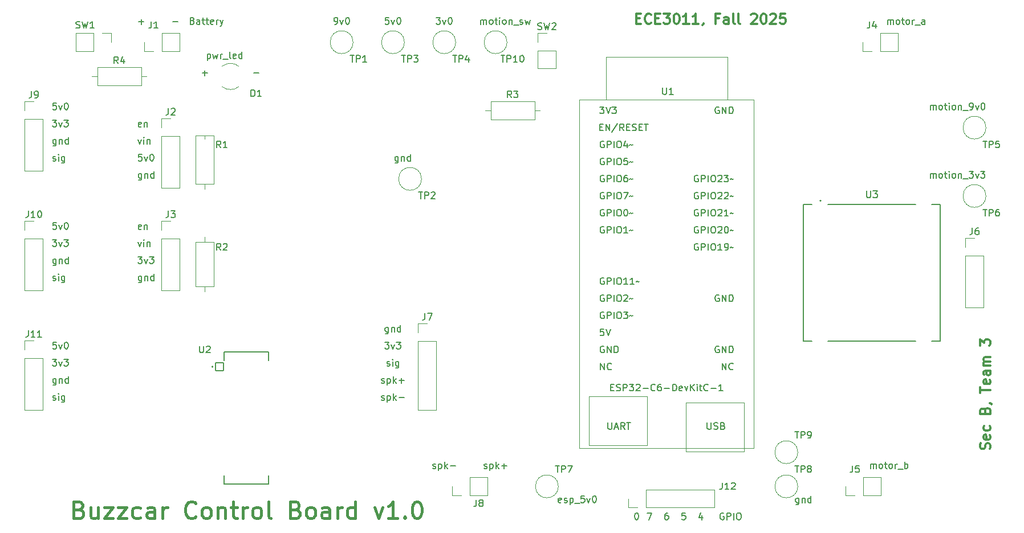
<source format=gto>
%TF.GenerationSoftware,KiCad,Pcbnew,8.0.7*%
%TF.CreationDate,2025-09-21T15:12:51-04:00*%
%TF.ProjectId,buzzcar_main,62757a7a-6361-4725-9f6d-61696e2e6b69,rev?*%
%TF.SameCoordinates,Original*%
%TF.FileFunction,Legend,Top*%
%TF.FilePolarity,Positive*%
%FSLAX46Y46*%
G04 Gerber Fmt 4.6, Leading zero omitted, Abs format (unit mm)*
G04 Created by KiCad (PCBNEW 8.0.7) date 2025-09-21 15:12:51*
%MOMM*%
%LPD*%
G01*
G04 APERTURE LIST*
G04 Aperture macros list*
%AMRoundRect*
0 Rectangle with rounded corners*
0 $1 Rounding radius*
0 $2 $3 $4 $5 $6 $7 $8 $9 X,Y pos of 4 corners*
0 Add a 4 corners polygon primitive as box body*
4,1,4,$2,$3,$4,$5,$6,$7,$8,$9,$2,$3,0*
0 Add four circle primitives for the rounded corners*
1,1,$1+$1,$2,$3*
1,1,$1+$1,$4,$5*
1,1,$1+$1,$6,$7*
1,1,$1+$1,$8,$9*
0 Add four rect primitives between the rounded corners*
20,1,$1+$1,$2,$3,$4,$5,0*
20,1,$1+$1,$4,$5,$6,$7,0*
20,1,$1+$1,$6,$7,$8,$9,0*
20,1,$1+$1,$8,$9,$2,$3,0*%
G04 Aperture macros list end*
%ADD10C,0.150000*%
%ADD11C,0.300000*%
%ADD12C,0.200000*%
%ADD13C,0.400000*%
%ADD14C,0.120000*%
%ADD15C,0.127000*%
%ADD16R,2.000000X1.200000*%
%ADD17O,2.000000X1.200000*%
%ADD18C,1.600000*%
%ADD19O,1.600000X1.600000*%
%ADD20R,1.700000X1.700000*%
%ADD21O,1.700000X1.700000*%
%ADD22R,1.800000X1.800000*%
%ADD23C,1.800000*%
%ADD24C,3.000000*%
%ADD25RoundRect,0.102000X-0.585000X-0.585000X0.585000X-0.585000X0.585000X0.585000X-0.585000X0.585000X0*%
%ADD26C,1.374000*%
%ADD27C,2.184000*%
G04 APERTURE END LIST*
D10*
X46056779Y-19808866D02*
X46818684Y-19808866D01*
X28752969Y-49669819D02*
X28276779Y-49669819D01*
X28276779Y-49669819D02*
X28229160Y-50146009D01*
X28229160Y-50146009D02*
X28276779Y-50098390D01*
X28276779Y-50098390D02*
X28372017Y-50050771D01*
X28372017Y-50050771D02*
X28610112Y-50050771D01*
X28610112Y-50050771D02*
X28705350Y-50098390D01*
X28705350Y-50098390D02*
X28752969Y-50146009D01*
X28752969Y-50146009D02*
X28800588Y-50241247D01*
X28800588Y-50241247D02*
X28800588Y-50479342D01*
X28800588Y-50479342D02*
X28752969Y-50574580D01*
X28752969Y-50574580D02*
X28705350Y-50622200D01*
X28705350Y-50622200D02*
X28610112Y-50669819D01*
X28610112Y-50669819D02*
X28372017Y-50669819D01*
X28372017Y-50669819D02*
X28276779Y-50622200D01*
X28276779Y-50622200D02*
X28229160Y-50574580D01*
X29133922Y-50003152D02*
X29372017Y-50669819D01*
X29372017Y-50669819D02*
X29610112Y-50003152D01*
X30181541Y-49669819D02*
X30276779Y-49669819D01*
X30276779Y-49669819D02*
X30372017Y-49717438D01*
X30372017Y-49717438D02*
X30419636Y-49765057D01*
X30419636Y-49765057D02*
X30467255Y-49860295D01*
X30467255Y-49860295D02*
X30514874Y-50050771D01*
X30514874Y-50050771D02*
X30514874Y-50288866D01*
X30514874Y-50288866D02*
X30467255Y-50479342D01*
X30467255Y-50479342D02*
X30419636Y-50574580D01*
X30419636Y-50574580D02*
X30372017Y-50622200D01*
X30372017Y-50622200D02*
X30276779Y-50669819D01*
X30276779Y-50669819D02*
X30181541Y-50669819D01*
X30181541Y-50669819D02*
X30086303Y-50622200D01*
X30086303Y-50622200D02*
X30038684Y-50574580D01*
X30038684Y-50574580D02*
X29991065Y-50479342D01*
X29991065Y-50479342D02*
X29943446Y-50288866D01*
X29943446Y-50288866D02*
X29943446Y-50050771D01*
X29943446Y-50050771D02*
X29991065Y-49860295D01*
X29991065Y-49860295D02*
X30038684Y-49765057D01*
X30038684Y-49765057D02*
X30086303Y-49717438D01*
X30086303Y-49717438D02*
X30181541Y-49669819D01*
X28229160Y-58242200D02*
X28324398Y-58289819D01*
X28324398Y-58289819D02*
X28514874Y-58289819D01*
X28514874Y-58289819D02*
X28610112Y-58242200D01*
X28610112Y-58242200D02*
X28657731Y-58146961D01*
X28657731Y-58146961D02*
X28657731Y-58099342D01*
X28657731Y-58099342D02*
X28610112Y-58004104D01*
X28610112Y-58004104D02*
X28514874Y-57956485D01*
X28514874Y-57956485D02*
X28372017Y-57956485D01*
X28372017Y-57956485D02*
X28276779Y-57908866D01*
X28276779Y-57908866D02*
X28229160Y-57813628D01*
X28229160Y-57813628D02*
X28229160Y-57766009D01*
X28229160Y-57766009D02*
X28276779Y-57670771D01*
X28276779Y-57670771D02*
X28372017Y-57623152D01*
X28372017Y-57623152D02*
X28514874Y-57623152D01*
X28514874Y-57623152D02*
X28610112Y-57670771D01*
X29086303Y-58289819D02*
X29086303Y-57623152D01*
X29086303Y-57289819D02*
X29038684Y-57337438D01*
X29038684Y-57337438D02*
X29086303Y-57385057D01*
X29086303Y-57385057D02*
X29133922Y-57337438D01*
X29133922Y-57337438D02*
X29086303Y-57289819D01*
X29086303Y-57289819D02*
X29086303Y-57385057D01*
X29991064Y-57623152D02*
X29991064Y-58432676D01*
X29991064Y-58432676D02*
X29943445Y-58527914D01*
X29943445Y-58527914D02*
X29895826Y-58575533D01*
X29895826Y-58575533D02*
X29800588Y-58623152D01*
X29800588Y-58623152D02*
X29657731Y-58623152D01*
X29657731Y-58623152D02*
X29562493Y-58575533D01*
X29991064Y-58242200D02*
X29895826Y-58289819D01*
X29895826Y-58289819D02*
X29705350Y-58289819D01*
X29705350Y-58289819D02*
X29610112Y-58242200D01*
X29610112Y-58242200D02*
X29562493Y-58194580D01*
X29562493Y-58194580D02*
X29514874Y-58099342D01*
X29514874Y-58099342D02*
X29514874Y-57813628D01*
X29514874Y-57813628D02*
X29562493Y-57718390D01*
X29562493Y-57718390D02*
X29610112Y-57670771D01*
X29610112Y-57670771D02*
X29705350Y-57623152D01*
X29705350Y-57623152D02*
X29895826Y-57623152D01*
X29895826Y-57623152D02*
X29991064Y-57670771D01*
D11*
X167369400Y-83336917D02*
X167440828Y-83122632D01*
X167440828Y-83122632D02*
X167440828Y-82765489D01*
X167440828Y-82765489D02*
X167369400Y-82622632D01*
X167369400Y-82622632D02*
X167297971Y-82551203D01*
X167297971Y-82551203D02*
X167155114Y-82479774D01*
X167155114Y-82479774D02*
X167012257Y-82479774D01*
X167012257Y-82479774D02*
X166869400Y-82551203D01*
X166869400Y-82551203D02*
X166797971Y-82622632D01*
X166797971Y-82622632D02*
X166726542Y-82765489D01*
X166726542Y-82765489D02*
X166655114Y-83051203D01*
X166655114Y-83051203D02*
X166583685Y-83194060D01*
X166583685Y-83194060D02*
X166512257Y-83265489D01*
X166512257Y-83265489D02*
X166369400Y-83336917D01*
X166369400Y-83336917D02*
X166226542Y-83336917D01*
X166226542Y-83336917D02*
X166083685Y-83265489D01*
X166083685Y-83265489D02*
X166012257Y-83194060D01*
X166012257Y-83194060D02*
X165940828Y-83051203D01*
X165940828Y-83051203D02*
X165940828Y-82694060D01*
X165940828Y-82694060D02*
X166012257Y-82479774D01*
X167369400Y-81265489D02*
X167440828Y-81408346D01*
X167440828Y-81408346D02*
X167440828Y-81694061D01*
X167440828Y-81694061D02*
X167369400Y-81836918D01*
X167369400Y-81836918D02*
X167226542Y-81908346D01*
X167226542Y-81908346D02*
X166655114Y-81908346D01*
X166655114Y-81908346D02*
X166512257Y-81836918D01*
X166512257Y-81836918D02*
X166440828Y-81694061D01*
X166440828Y-81694061D02*
X166440828Y-81408346D01*
X166440828Y-81408346D02*
X166512257Y-81265489D01*
X166512257Y-81265489D02*
X166655114Y-81194061D01*
X166655114Y-81194061D02*
X166797971Y-81194061D01*
X166797971Y-81194061D02*
X166940828Y-81908346D01*
X167369400Y-79908347D02*
X167440828Y-80051204D01*
X167440828Y-80051204D02*
X167440828Y-80336918D01*
X167440828Y-80336918D02*
X167369400Y-80479775D01*
X167369400Y-80479775D02*
X167297971Y-80551204D01*
X167297971Y-80551204D02*
X167155114Y-80622632D01*
X167155114Y-80622632D02*
X166726542Y-80622632D01*
X166726542Y-80622632D02*
X166583685Y-80551204D01*
X166583685Y-80551204D02*
X166512257Y-80479775D01*
X166512257Y-80479775D02*
X166440828Y-80336918D01*
X166440828Y-80336918D02*
X166440828Y-80051204D01*
X166440828Y-80051204D02*
X166512257Y-79908347D01*
X166655114Y-77622633D02*
X166726542Y-77408347D01*
X166726542Y-77408347D02*
X166797971Y-77336918D01*
X166797971Y-77336918D02*
X166940828Y-77265490D01*
X166940828Y-77265490D02*
X167155114Y-77265490D01*
X167155114Y-77265490D02*
X167297971Y-77336918D01*
X167297971Y-77336918D02*
X167369400Y-77408347D01*
X167369400Y-77408347D02*
X167440828Y-77551204D01*
X167440828Y-77551204D02*
X167440828Y-78122633D01*
X167440828Y-78122633D02*
X165940828Y-78122633D01*
X165940828Y-78122633D02*
X165940828Y-77622633D01*
X165940828Y-77622633D02*
X166012257Y-77479776D01*
X166012257Y-77479776D02*
X166083685Y-77408347D01*
X166083685Y-77408347D02*
X166226542Y-77336918D01*
X166226542Y-77336918D02*
X166369400Y-77336918D01*
X166369400Y-77336918D02*
X166512257Y-77408347D01*
X166512257Y-77408347D02*
X166583685Y-77479776D01*
X166583685Y-77479776D02*
X166655114Y-77622633D01*
X166655114Y-77622633D02*
X166655114Y-78122633D01*
X167369400Y-76551204D02*
X167440828Y-76551204D01*
X167440828Y-76551204D02*
X167583685Y-76622633D01*
X167583685Y-76622633D02*
X167655114Y-76694061D01*
X165940828Y-74979775D02*
X165940828Y-74122633D01*
X167440828Y-74551204D02*
X165940828Y-74551204D01*
X167369400Y-73051204D02*
X167440828Y-73194061D01*
X167440828Y-73194061D02*
X167440828Y-73479776D01*
X167440828Y-73479776D02*
X167369400Y-73622633D01*
X167369400Y-73622633D02*
X167226542Y-73694061D01*
X167226542Y-73694061D02*
X166655114Y-73694061D01*
X166655114Y-73694061D02*
X166512257Y-73622633D01*
X166512257Y-73622633D02*
X166440828Y-73479776D01*
X166440828Y-73479776D02*
X166440828Y-73194061D01*
X166440828Y-73194061D02*
X166512257Y-73051204D01*
X166512257Y-73051204D02*
X166655114Y-72979776D01*
X166655114Y-72979776D02*
X166797971Y-72979776D01*
X166797971Y-72979776D02*
X166940828Y-73694061D01*
X167440828Y-71694062D02*
X166655114Y-71694062D01*
X166655114Y-71694062D02*
X166512257Y-71765490D01*
X166512257Y-71765490D02*
X166440828Y-71908347D01*
X166440828Y-71908347D02*
X166440828Y-72194062D01*
X166440828Y-72194062D02*
X166512257Y-72336919D01*
X167369400Y-71694062D02*
X167440828Y-71836919D01*
X167440828Y-71836919D02*
X167440828Y-72194062D01*
X167440828Y-72194062D02*
X167369400Y-72336919D01*
X167369400Y-72336919D02*
X167226542Y-72408347D01*
X167226542Y-72408347D02*
X167083685Y-72408347D01*
X167083685Y-72408347D02*
X166940828Y-72336919D01*
X166940828Y-72336919D02*
X166869400Y-72194062D01*
X166869400Y-72194062D02*
X166869400Y-71836919D01*
X166869400Y-71836919D02*
X166797971Y-71694062D01*
X167440828Y-70979776D02*
X166440828Y-70979776D01*
X166583685Y-70979776D02*
X166512257Y-70908347D01*
X166512257Y-70908347D02*
X166440828Y-70765490D01*
X166440828Y-70765490D02*
X166440828Y-70551204D01*
X166440828Y-70551204D02*
X166512257Y-70408347D01*
X166512257Y-70408347D02*
X166655114Y-70336919D01*
X166655114Y-70336919D02*
X167440828Y-70336919D01*
X166655114Y-70336919D02*
X166512257Y-70265490D01*
X166512257Y-70265490D02*
X166440828Y-70122633D01*
X166440828Y-70122633D02*
X166440828Y-69908347D01*
X166440828Y-69908347D02*
X166512257Y-69765490D01*
X166512257Y-69765490D02*
X166655114Y-69694061D01*
X166655114Y-69694061D02*
X167440828Y-69694061D01*
X165940828Y-67979776D02*
X165940828Y-67051204D01*
X165940828Y-67051204D02*
X166512257Y-67551204D01*
X166512257Y-67551204D02*
X166512257Y-67336919D01*
X166512257Y-67336919D02*
X166583685Y-67194062D01*
X166583685Y-67194062D02*
X166655114Y-67122633D01*
X166655114Y-67122633D02*
X166797971Y-67051204D01*
X166797971Y-67051204D02*
X167155114Y-67051204D01*
X167155114Y-67051204D02*
X167297971Y-67122633D01*
X167297971Y-67122633D02*
X167369400Y-67194062D01*
X167369400Y-67194062D02*
X167440828Y-67336919D01*
X167440828Y-67336919D02*
X167440828Y-67765490D01*
X167440828Y-67765490D02*
X167369400Y-67908347D01*
X167369400Y-67908347D02*
X167297971Y-67979776D01*
D10*
X77835238Y-70942200D02*
X77930476Y-70989819D01*
X77930476Y-70989819D02*
X78120952Y-70989819D01*
X78120952Y-70989819D02*
X78216190Y-70942200D01*
X78216190Y-70942200D02*
X78263809Y-70846961D01*
X78263809Y-70846961D02*
X78263809Y-70799342D01*
X78263809Y-70799342D02*
X78216190Y-70704104D01*
X78216190Y-70704104D02*
X78120952Y-70656485D01*
X78120952Y-70656485D02*
X77978095Y-70656485D01*
X77978095Y-70656485D02*
X77882857Y-70608866D01*
X77882857Y-70608866D02*
X77835238Y-70513628D01*
X77835238Y-70513628D02*
X77835238Y-70466009D01*
X77835238Y-70466009D02*
X77882857Y-70370771D01*
X77882857Y-70370771D02*
X77978095Y-70323152D01*
X77978095Y-70323152D02*
X78120952Y-70323152D01*
X78120952Y-70323152D02*
X78216190Y-70370771D01*
X78692381Y-70989819D02*
X78692381Y-70323152D01*
X78692381Y-69989819D02*
X78644762Y-70037438D01*
X78644762Y-70037438D02*
X78692381Y-70085057D01*
X78692381Y-70085057D02*
X78740000Y-70037438D01*
X78740000Y-70037438D02*
X78692381Y-69989819D01*
X78692381Y-69989819D02*
X78692381Y-70085057D01*
X79597142Y-70323152D02*
X79597142Y-71132676D01*
X79597142Y-71132676D02*
X79549523Y-71227914D01*
X79549523Y-71227914D02*
X79501904Y-71275533D01*
X79501904Y-71275533D02*
X79406666Y-71323152D01*
X79406666Y-71323152D02*
X79263809Y-71323152D01*
X79263809Y-71323152D02*
X79168571Y-71275533D01*
X79597142Y-70942200D02*
X79501904Y-70989819D01*
X79501904Y-70989819D02*
X79311428Y-70989819D01*
X79311428Y-70989819D02*
X79216190Y-70942200D01*
X79216190Y-70942200D02*
X79168571Y-70894580D01*
X79168571Y-70894580D02*
X79120952Y-70799342D01*
X79120952Y-70799342D02*
X79120952Y-70513628D01*
X79120952Y-70513628D02*
X79168571Y-70418390D01*
X79168571Y-70418390D02*
X79216190Y-70370771D01*
X79216190Y-70370771D02*
X79311428Y-70323152D01*
X79311428Y-70323152D02*
X79501904Y-70323152D01*
X79501904Y-70323152D02*
X79597142Y-70370771D01*
X158536190Y-32889819D02*
X158536190Y-32223152D01*
X158536190Y-32318390D02*
X158583809Y-32270771D01*
X158583809Y-32270771D02*
X158679047Y-32223152D01*
X158679047Y-32223152D02*
X158821904Y-32223152D01*
X158821904Y-32223152D02*
X158917142Y-32270771D01*
X158917142Y-32270771D02*
X158964761Y-32366009D01*
X158964761Y-32366009D02*
X158964761Y-32889819D01*
X158964761Y-32366009D02*
X159012380Y-32270771D01*
X159012380Y-32270771D02*
X159107618Y-32223152D01*
X159107618Y-32223152D02*
X159250475Y-32223152D01*
X159250475Y-32223152D02*
X159345714Y-32270771D01*
X159345714Y-32270771D02*
X159393333Y-32366009D01*
X159393333Y-32366009D02*
X159393333Y-32889819D01*
X160012380Y-32889819D02*
X159917142Y-32842200D01*
X159917142Y-32842200D02*
X159869523Y-32794580D01*
X159869523Y-32794580D02*
X159821904Y-32699342D01*
X159821904Y-32699342D02*
X159821904Y-32413628D01*
X159821904Y-32413628D02*
X159869523Y-32318390D01*
X159869523Y-32318390D02*
X159917142Y-32270771D01*
X159917142Y-32270771D02*
X160012380Y-32223152D01*
X160012380Y-32223152D02*
X160155237Y-32223152D01*
X160155237Y-32223152D02*
X160250475Y-32270771D01*
X160250475Y-32270771D02*
X160298094Y-32318390D01*
X160298094Y-32318390D02*
X160345713Y-32413628D01*
X160345713Y-32413628D02*
X160345713Y-32699342D01*
X160345713Y-32699342D02*
X160298094Y-32794580D01*
X160298094Y-32794580D02*
X160250475Y-32842200D01*
X160250475Y-32842200D02*
X160155237Y-32889819D01*
X160155237Y-32889819D02*
X160012380Y-32889819D01*
X160631428Y-32223152D02*
X161012380Y-32223152D01*
X160774285Y-31889819D02*
X160774285Y-32746961D01*
X160774285Y-32746961D02*
X160821904Y-32842200D01*
X160821904Y-32842200D02*
X160917142Y-32889819D01*
X160917142Y-32889819D02*
X161012380Y-32889819D01*
X161345714Y-32889819D02*
X161345714Y-32223152D01*
X161345714Y-31889819D02*
X161298095Y-31937438D01*
X161298095Y-31937438D02*
X161345714Y-31985057D01*
X161345714Y-31985057D02*
X161393333Y-31937438D01*
X161393333Y-31937438D02*
X161345714Y-31889819D01*
X161345714Y-31889819D02*
X161345714Y-31985057D01*
X161964761Y-32889819D02*
X161869523Y-32842200D01*
X161869523Y-32842200D02*
X161821904Y-32794580D01*
X161821904Y-32794580D02*
X161774285Y-32699342D01*
X161774285Y-32699342D02*
X161774285Y-32413628D01*
X161774285Y-32413628D02*
X161821904Y-32318390D01*
X161821904Y-32318390D02*
X161869523Y-32270771D01*
X161869523Y-32270771D02*
X161964761Y-32223152D01*
X161964761Y-32223152D02*
X162107618Y-32223152D01*
X162107618Y-32223152D02*
X162202856Y-32270771D01*
X162202856Y-32270771D02*
X162250475Y-32318390D01*
X162250475Y-32318390D02*
X162298094Y-32413628D01*
X162298094Y-32413628D02*
X162298094Y-32699342D01*
X162298094Y-32699342D02*
X162250475Y-32794580D01*
X162250475Y-32794580D02*
X162202856Y-32842200D01*
X162202856Y-32842200D02*
X162107618Y-32889819D01*
X162107618Y-32889819D02*
X161964761Y-32889819D01*
X162726666Y-32223152D02*
X162726666Y-32889819D01*
X162726666Y-32318390D02*
X162774285Y-32270771D01*
X162774285Y-32270771D02*
X162869523Y-32223152D01*
X162869523Y-32223152D02*
X163012380Y-32223152D01*
X163012380Y-32223152D02*
X163107618Y-32270771D01*
X163107618Y-32270771D02*
X163155237Y-32366009D01*
X163155237Y-32366009D02*
X163155237Y-32889819D01*
X163393333Y-32985057D02*
X164155237Y-32985057D01*
X164440952Y-32889819D02*
X164631428Y-32889819D01*
X164631428Y-32889819D02*
X164726666Y-32842200D01*
X164726666Y-32842200D02*
X164774285Y-32794580D01*
X164774285Y-32794580D02*
X164869523Y-32651723D01*
X164869523Y-32651723D02*
X164917142Y-32461247D01*
X164917142Y-32461247D02*
X164917142Y-32080295D01*
X164917142Y-32080295D02*
X164869523Y-31985057D01*
X164869523Y-31985057D02*
X164821904Y-31937438D01*
X164821904Y-31937438D02*
X164726666Y-31889819D01*
X164726666Y-31889819D02*
X164536190Y-31889819D01*
X164536190Y-31889819D02*
X164440952Y-31937438D01*
X164440952Y-31937438D02*
X164393333Y-31985057D01*
X164393333Y-31985057D02*
X164345714Y-32080295D01*
X164345714Y-32080295D02*
X164345714Y-32318390D01*
X164345714Y-32318390D02*
X164393333Y-32413628D01*
X164393333Y-32413628D02*
X164440952Y-32461247D01*
X164440952Y-32461247D02*
X164536190Y-32508866D01*
X164536190Y-32508866D02*
X164726666Y-32508866D01*
X164726666Y-32508866D02*
X164821904Y-32461247D01*
X164821904Y-32461247D02*
X164869523Y-32413628D01*
X164869523Y-32413628D02*
X164917142Y-32318390D01*
X165250476Y-32223152D02*
X165488571Y-32889819D01*
X165488571Y-32889819D02*
X165726666Y-32223152D01*
X166298095Y-31889819D02*
X166393333Y-31889819D01*
X166393333Y-31889819D02*
X166488571Y-31937438D01*
X166488571Y-31937438D02*
X166536190Y-31985057D01*
X166536190Y-31985057D02*
X166583809Y-32080295D01*
X166583809Y-32080295D02*
X166631428Y-32270771D01*
X166631428Y-32270771D02*
X166631428Y-32508866D01*
X166631428Y-32508866D02*
X166583809Y-32699342D01*
X166583809Y-32699342D02*
X166536190Y-32794580D01*
X166536190Y-32794580D02*
X166488571Y-32842200D01*
X166488571Y-32842200D02*
X166393333Y-32889819D01*
X166393333Y-32889819D02*
X166298095Y-32889819D01*
X166298095Y-32889819D02*
X166202857Y-32842200D01*
X166202857Y-32842200D02*
X166155238Y-32794580D01*
X166155238Y-32794580D02*
X166107619Y-32699342D01*
X166107619Y-32699342D02*
X166060000Y-32508866D01*
X166060000Y-32508866D02*
X166060000Y-32270771D01*
X166060000Y-32270771D02*
X166107619Y-32080295D01*
X166107619Y-32080295D02*
X166155238Y-31985057D01*
X166155238Y-31985057D02*
X166202857Y-31937438D01*
X166202857Y-31937438D02*
X166298095Y-31889819D01*
D12*
X122158095Y-92847219D02*
X121681905Y-92847219D01*
X121681905Y-92847219D02*
X121634286Y-93323409D01*
X121634286Y-93323409D02*
X121681905Y-93275790D01*
X121681905Y-93275790D02*
X121777143Y-93228171D01*
X121777143Y-93228171D02*
X122015238Y-93228171D01*
X122015238Y-93228171D02*
X122110476Y-93275790D01*
X122110476Y-93275790D02*
X122158095Y-93323409D01*
X122158095Y-93323409D02*
X122205714Y-93418647D01*
X122205714Y-93418647D02*
X122205714Y-93656742D01*
X122205714Y-93656742D02*
X122158095Y-93751980D01*
X122158095Y-93751980D02*
X122110476Y-93799600D01*
X122110476Y-93799600D02*
X122015238Y-93847219D01*
X122015238Y-93847219D02*
X121777143Y-93847219D01*
X121777143Y-93847219D02*
X121681905Y-93799600D01*
X121681905Y-93799600D02*
X121634286Y-93751980D01*
D10*
X85169524Y-19189819D02*
X85788571Y-19189819D01*
X85788571Y-19189819D02*
X85455238Y-19570771D01*
X85455238Y-19570771D02*
X85598095Y-19570771D01*
X85598095Y-19570771D02*
X85693333Y-19618390D01*
X85693333Y-19618390D02*
X85740952Y-19666009D01*
X85740952Y-19666009D02*
X85788571Y-19761247D01*
X85788571Y-19761247D02*
X85788571Y-19999342D01*
X85788571Y-19999342D02*
X85740952Y-20094580D01*
X85740952Y-20094580D02*
X85693333Y-20142200D01*
X85693333Y-20142200D02*
X85598095Y-20189819D01*
X85598095Y-20189819D02*
X85312381Y-20189819D01*
X85312381Y-20189819D02*
X85217143Y-20142200D01*
X85217143Y-20142200D02*
X85169524Y-20094580D01*
X86121905Y-19523152D02*
X86360000Y-20189819D01*
X86360000Y-20189819D02*
X86598095Y-19523152D01*
X87169524Y-19189819D02*
X87264762Y-19189819D01*
X87264762Y-19189819D02*
X87360000Y-19237438D01*
X87360000Y-19237438D02*
X87407619Y-19285057D01*
X87407619Y-19285057D02*
X87455238Y-19380295D01*
X87455238Y-19380295D02*
X87502857Y-19570771D01*
X87502857Y-19570771D02*
X87502857Y-19808866D01*
X87502857Y-19808866D02*
X87455238Y-19999342D01*
X87455238Y-19999342D02*
X87407619Y-20094580D01*
X87407619Y-20094580D02*
X87360000Y-20142200D01*
X87360000Y-20142200D02*
X87264762Y-20189819D01*
X87264762Y-20189819D02*
X87169524Y-20189819D01*
X87169524Y-20189819D02*
X87074286Y-20142200D01*
X87074286Y-20142200D02*
X87026667Y-20094580D01*
X87026667Y-20094580D02*
X86979048Y-19999342D01*
X86979048Y-19999342D02*
X86931429Y-19808866D01*
X86931429Y-19808866D02*
X86931429Y-19570771D01*
X86931429Y-19570771D02*
X86979048Y-19380295D01*
X86979048Y-19380295D02*
X87026667Y-19285057D01*
X87026667Y-19285057D02*
X87074286Y-19237438D01*
X87074286Y-19237438D02*
X87169524Y-19189819D01*
X28181541Y-52209819D02*
X28800588Y-52209819D01*
X28800588Y-52209819D02*
X28467255Y-52590771D01*
X28467255Y-52590771D02*
X28610112Y-52590771D01*
X28610112Y-52590771D02*
X28705350Y-52638390D01*
X28705350Y-52638390D02*
X28752969Y-52686009D01*
X28752969Y-52686009D02*
X28800588Y-52781247D01*
X28800588Y-52781247D02*
X28800588Y-53019342D01*
X28800588Y-53019342D02*
X28752969Y-53114580D01*
X28752969Y-53114580D02*
X28705350Y-53162200D01*
X28705350Y-53162200D02*
X28610112Y-53209819D01*
X28610112Y-53209819D02*
X28324398Y-53209819D01*
X28324398Y-53209819D02*
X28229160Y-53162200D01*
X28229160Y-53162200D02*
X28181541Y-53114580D01*
X29133922Y-52543152D02*
X29372017Y-53209819D01*
X29372017Y-53209819D02*
X29610112Y-52543152D01*
X29895827Y-52209819D02*
X30514874Y-52209819D01*
X30514874Y-52209819D02*
X30181541Y-52590771D01*
X30181541Y-52590771D02*
X30324398Y-52590771D01*
X30324398Y-52590771D02*
X30419636Y-52638390D01*
X30419636Y-52638390D02*
X30467255Y-52686009D01*
X30467255Y-52686009D02*
X30514874Y-52781247D01*
X30514874Y-52781247D02*
X30514874Y-53019342D01*
X30514874Y-53019342D02*
X30467255Y-53114580D01*
X30467255Y-53114580D02*
X30419636Y-53162200D01*
X30419636Y-53162200D02*
X30324398Y-53209819D01*
X30324398Y-53209819D02*
X30038684Y-53209819D01*
X30038684Y-53209819D02*
X29943446Y-53162200D01*
X29943446Y-53162200D02*
X29895827Y-53114580D01*
X78120952Y-19189819D02*
X77644762Y-19189819D01*
X77644762Y-19189819D02*
X77597143Y-19666009D01*
X77597143Y-19666009D02*
X77644762Y-19618390D01*
X77644762Y-19618390D02*
X77740000Y-19570771D01*
X77740000Y-19570771D02*
X77978095Y-19570771D01*
X77978095Y-19570771D02*
X78073333Y-19618390D01*
X78073333Y-19618390D02*
X78120952Y-19666009D01*
X78120952Y-19666009D02*
X78168571Y-19761247D01*
X78168571Y-19761247D02*
X78168571Y-19999342D01*
X78168571Y-19999342D02*
X78120952Y-20094580D01*
X78120952Y-20094580D02*
X78073333Y-20142200D01*
X78073333Y-20142200D02*
X77978095Y-20189819D01*
X77978095Y-20189819D02*
X77740000Y-20189819D01*
X77740000Y-20189819D02*
X77644762Y-20142200D01*
X77644762Y-20142200D02*
X77597143Y-20094580D01*
X78501905Y-19523152D02*
X78740000Y-20189819D01*
X78740000Y-20189819D02*
X78978095Y-19523152D01*
X79549524Y-19189819D02*
X79644762Y-19189819D01*
X79644762Y-19189819D02*
X79740000Y-19237438D01*
X79740000Y-19237438D02*
X79787619Y-19285057D01*
X79787619Y-19285057D02*
X79835238Y-19380295D01*
X79835238Y-19380295D02*
X79882857Y-19570771D01*
X79882857Y-19570771D02*
X79882857Y-19808866D01*
X79882857Y-19808866D02*
X79835238Y-19999342D01*
X79835238Y-19999342D02*
X79787619Y-20094580D01*
X79787619Y-20094580D02*
X79740000Y-20142200D01*
X79740000Y-20142200D02*
X79644762Y-20189819D01*
X79644762Y-20189819D02*
X79549524Y-20189819D01*
X79549524Y-20189819D02*
X79454286Y-20142200D01*
X79454286Y-20142200D02*
X79406667Y-20094580D01*
X79406667Y-20094580D02*
X79359048Y-19999342D01*
X79359048Y-19999342D02*
X79311429Y-19808866D01*
X79311429Y-19808866D02*
X79311429Y-19570771D01*
X79311429Y-19570771D02*
X79359048Y-19380295D01*
X79359048Y-19380295D02*
X79406667Y-19285057D01*
X79406667Y-19285057D02*
X79454286Y-19237438D01*
X79454286Y-19237438D02*
X79549524Y-19189819D01*
X40881541Y-52543152D02*
X41119636Y-53209819D01*
X41119636Y-53209819D02*
X41357731Y-52543152D01*
X41738684Y-53209819D02*
X41738684Y-52543152D01*
X41738684Y-52209819D02*
X41691065Y-52257438D01*
X41691065Y-52257438D02*
X41738684Y-52305057D01*
X41738684Y-52305057D02*
X41786303Y-52257438D01*
X41786303Y-52257438D02*
X41738684Y-52209819D01*
X41738684Y-52209819D02*
X41738684Y-52305057D01*
X42214874Y-52543152D02*
X42214874Y-53209819D01*
X42214874Y-52638390D02*
X42262493Y-52590771D01*
X42262493Y-52590771D02*
X42357731Y-52543152D01*
X42357731Y-52543152D02*
X42500588Y-52543152D01*
X42500588Y-52543152D02*
X42595826Y-52590771D01*
X42595826Y-52590771D02*
X42643445Y-52686009D01*
X42643445Y-52686009D02*
X42643445Y-53209819D01*
X139009523Y-90643152D02*
X139009523Y-91452676D01*
X139009523Y-91452676D02*
X138961904Y-91547914D01*
X138961904Y-91547914D02*
X138914285Y-91595533D01*
X138914285Y-91595533D02*
X138819047Y-91643152D01*
X138819047Y-91643152D02*
X138676190Y-91643152D01*
X138676190Y-91643152D02*
X138580952Y-91595533D01*
X139009523Y-91262200D02*
X138914285Y-91309819D01*
X138914285Y-91309819D02*
X138723809Y-91309819D01*
X138723809Y-91309819D02*
X138628571Y-91262200D01*
X138628571Y-91262200D02*
X138580952Y-91214580D01*
X138580952Y-91214580D02*
X138533333Y-91119342D01*
X138533333Y-91119342D02*
X138533333Y-90833628D01*
X138533333Y-90833628D02*
X138580952Y-90738390D01*
X138580952Y-90738390D02*
X138628571Y-90690771D01*
X138628571Y-90690771D02*
X138723809Y-90643152D01*
X138723809Y-90643152D02*
X138914285Y-90643152D01*
X138914285Y-90643152D02*
X139009523Y-90690771D01*
X139485714Y-90643152D02*
X139485714Y-91309819D01*
X139485714Y-90738390D02*
X139533333Y-90690771D01*
X139533333Y-90690771D02*
X139628571Y-90643152D01*
X139628571Y-90643152D02*
X139771428Y-90643152D01*
X139771428Y-90643152D02*
X139866666Y-90690771D01*
X139866666Y-90690771D02*
X139914285Y-90786009D01*
X139914285Y-90786009D02*
X139914285Y-91309819D01*
X140819047Y-91309819D02*
X140819047Y-90309819D01*
X140819047Y-91262200D02*
X140723809Y-91309819D01*
X140723809Y-91309819D02*
X140533333Y-91309819D01*
X140533333Y-91309819D02*
X140438095Y-91262200D01*
X140438095Y-91262200D02*
X140390476Y-91214580D01*
X140390476Y-91214580D02*
X140342857Y-91119342D01*
X140342857Y-91119342D02*
X140342857Y-90833628D01*
X140342857Y-90833628D02*
X140390476Y-90738390D01*
X140390476Y-90738390D02*
X140438095Y-90690771D01*
X140438095Y-90690771D02*
X140533333Y-90643152D01*
X140533333Y-90643152D02*
X140723809Y-90643152D01*
X140723809Y-90643152D02*
X140819047Y-90690771D01*
X84669524Y-86182200D02*
X84764762Y-86229819D01*
X84764762Y-86229819D02*
X84955238Y-86229819D01*
X84955238Y-86229819D02*
X85050476Y-86182200D01*
X85050476Y-86182200D02*
X85098095Y-86086961D01*
X85098095Y-86086961D02*
X85098095Y-86039342D01*
X85098095Y-86039342D02*
X85050476Y-85944104D01*
X85050476Y-85944104D02*
X84955238Y-85896485D01*
X84955238Y-85896485D02*
X84812381Y-85896485D01*
X84812381Y-85896485D02*
X84717143Y-85848866D01*
X84717143Y-85848866D02*
X84669524Y-85753628D01*
X84669524Y-85753628D02*
X84669524Y-85706009D01*
X84669524Y-85706009D02*
X84717143Y-85610771D01*
X84717143Y-85610771D02*
X84812381Y-85563152D01*
X84812381Y-85563152D02*
X84955238Y-85563152D01*
X84955238Y-85563152D02*
X85050476Y-85610771D01*
X85526667Y-85563152D02*
X85526667Y-86563152D01*
X85526667Y-85610771D02*
X85621905Y-85563152D01*
X85621905Y-85563152D02*
X85812381Y-85563152D01*
X85812381Y-85563152D02*
X85907619Y-85610771D01*
X85907619Y-85610771D02*
X85955238Y-85658390D01*
X85955238Y-85658390D02*
X86002857Y-85753628D01*
X86002857Y-85753628D02*
X86002857Y-86039342D01*
X86002857Y-86039342D02*
X85955238Y-86134580D01*
X85955238Y-86134580D02*
X85907619Y-86182200D01*
X85907619Y-86182200D02*
X85812381Y-86229819D01*
X85812381Y-86229819D02*
X85621905Y-86229819D01*
X85621905Y-86229819D02*
X85526667Y-86182200D01*
X86431429Y-86229819D02*
X86431429Y-85229819D01*
X86526667Y-85848866D02*
X86812381Y-86229819D01*
X86812381Y-85563152D02*
X86431429Y-85944104D01*
X87240953Y-85848866D02*
X88002858Y-85848866D01*
X91776779Y-20189819D02*
X91776779Y-19523152D01*
X91776779Y-19618390D02*
X91824398Y-19570771D01*
X91824398Y-19570771D02*
X91919636Y-19523152D01*
X91919636Y-19523152D02*
X92062493Y-19523152D01*
X92062493Y-19523152D02*
X92157731Y-19570771D01*
X92157731Y-19570771D02*
X92205350Y-19666009D01*
X92205350Y-19666009D02*
X92205350Y-20189819D01*
X92205350Y-19666009D02*
X92252969Y-19570771D01*
X92252969Y-19570771D02*
X92348207Y-19523152D01*
X92348207Y-19523152D02*
X92491064Y-19523152D01*
X92491064Y-19523152D02*
X92586303Y-19570771D01*
X92586303Y-19570771D02*
X92633922Y-19666009D01*
X92633922Y-19666009D02*
X92633922Y-20189819D01*
X93252969Y-20189819D02*
X93157731Y-20142200D01*
X93157731Y-20142200D02*
X93110112Y-20094580D01*
X93110112Y-20094580D02*
X93062493Y-19999342D01*
X93062493Y-19999342D02*
X93062493Y-19713628D01*
X93062493Y-19713628D02*
X93110112Y-19618390D01*
X93110112Y-19618390D02*
X93157731Y-19570771D01*
X93157731Y-19570771D02*
X93252969Y-19523152D01*
X93252969Y-19523152D02*
X93395826Y-19523152D01*
X93395826Y-19523152D02*
X93491064Y-19570771D01*
X93491064Y-19570771D02*
X93538683Y-19618390D01*
X93538683Y-19618390D02*
X93586302Y-19713628D01*
X93586302Y-19713628D02*
X93586302Y-19999342D01*
X93586302Y-19999342D02*
X93538683Y-20094580D01*
X93538683Y-20094580D02*
X93491064Y-20142200D01*
X93491064Y-20142200D02*
X93395826Y-20189819D01*
X93395826Y-20189819D02*
X93252969Y-20189819D01*
X93872017Y-19523152D02*
X94252969Y-19523152D01*
X94014874Y-19189819D02*
X94014874Y-20046961D01*
X94014874Y-20046961D02*
X94062493Y-20142200D01*
X94062493Y-20142200D02*
X94157731Y-20189819D01*
X94157731Y-20189819D02*
X94252969Y-20189819D01*
X94586303Y-20189819D02*
X94586303Y-19523152D01*
X94586303Y-19189819D02*
X94538684Y-19237438D01*
X94538684Y-19237438D02*
X94586303Y-19285057D01*
X94586303Y-19285057D02*
X94633922Y-19237438D01*
X94633922Y-19237438D02*
X94586303Y-19189819D01*
X94586303Y-19189819D02*
X94586303Y-19285057D01*
X95205350Y-20189819D02*
X95110112Y-20142200D01*
X95110112Y-20142200D02*
X95062493Y-20094580D01*
X95062493Y-20094580D02*
X95014874Y-19999342D01*
X95014874Y-19999342D02*
X95014874Y-19713628D01*
X95014874Y-19713628D02*
X95062493Y-19618390D01*
X95062493Y-19618390D02*
X95110112Y-19570771D01*
X95110112Y-19570771D02*
X95205350Y-19523152D01*
X95205350Y-19523152D02*
X95348207Y-19523152D01*
X95348207Y-19523152D02*
X95443445Y-19570771D01*
X95443445Y-19570771D02*
X95491064Y-19618390D01*
X95491064Y-19618390D02*
X95538683Y-19713628D01*
X95538683Y-19713628D02*
X95538683Y-19999342D01*
X95538683Y-19999342D02*
X95491064Y-20094580D01*
X95491064Y-20094580D02*
X95443445Y-20142200D01*
X95443445Y-20142200D02*
X95348207Y-20189819D01*
X95348207Y-20189819D02*
X95205350Y-20189819D01*
X95967255Y-19523152D02*
X95967255Y-20189819D01*
X95967255Y-19618390D02*
X96014874Y-19570771D01*
X96014874Y-19570771D02*
X96110112Y-19523152D01*
X96110112Y-19523152D02*
X96252969Y-19523152D01*
X96252969Y-19523152D02*
X96348207Y-19570771D01*
X96348207Y-19570771D02*
X96395826Y-19666009D01*
X96395826Y-19666009D02*
X96395826Y-20189819D01*
X96633922Y-20285057D02*
X97395826Y-20285057D01*
X97586303Y-20142200D02*
X97681541Y-20189819D01*
X97681541Y-20189819D02*
X97872017Y-20189819D01*
X97872017Y-20189819D02*
X97967255Y-20142200D01*
X97967255Y-20142200D02*
X98014874Y-20046961D01*
X98014874Y-20046961D02*
X98014874Y-19999342D01*
X98014874Y-19999342D02*
X97967255Y-19904104D01*
X97967255Y-19904104D02*
X97872017Y-19856485D01*
X97872017Y-19856485D02*
X97729160Y-19856485D01*
X97729160Y-19856485D02*
X97633922Y-19808866D01*
X97633922Y-19808866D02*
X97586303Y-19713628D01*
X97586303Y-19713628D02*
X97586303Y-19666009D01*
X97586303Y-19666009D02*
X97633922Y-19570771D01*
X97633922Y-19570771D02*
X97729160Y-19523152D01*
X97729160Y-19523152D02*
X97872017Y-19523152D01*
X97872017Y-19523152D02*
X97967255Y-19570771D01*
X98348208Y-19523152D02*
X98538684Y-20189819D01*
X98538684Y-20189819D02*
X98729160Y-19713628D01*
X98729160Y-19713628D02*
X98919636Y-20189819D01*
X98919636Y-20189819D02*
X99110112Y-19523152D01*
D12*
X114860149Y-92847219D02*
X114955387Y-92847219D01*
X114955387Y-92847219D02*
X115050625Y-92894838D01*
X115050625Y-92894838D02*
X115098244Y-92942457D01*
X115098244Y-92942457D02*
X115145863Y-93037695D01*
X115145863Y-93037695D02*
X115193482Y-93228171D01*
X115193482Y-93228171D02*
X115193482Y-93466266D01*
X115193482Y-93466266D02*
X115145863Y-93656742D01*
X115145863Y-93656742D02*
X115098244Y-93751980D01*
X115098244Y-93751980D02*
X115050625Y-93799600D01*
X115050625Y-93799600D02*
X114955387Y-93847219D01*
X114955387Y-93847219D02*
X114860149Y-93847219D01*
X114860149Y-93847219D02*
X114764911Y-93799600D01*
X114764911Y-93799600D02*
X114717292Y-93751980D01*
X114717292Y-93751980D02*
X114669673Y-93656742D01*
X114669673Y-93656742D02*
X114622054Y-93466266D01*
X114622054Y-93466266D02*
X114622054Y-93228171D01*
X114622054Y-93228171D02*
X114669673Y-93037695D01*
X114669673Y-93037695D02*
X114717292Y-92942457D01*
X114717292Y-92942457D02*
X114764911Y-92894838D01*
X114764911Y-92894838D02*
X114860149Y-92847219D01*
D10*
X50419048Y-27428866D02*
X51180953Y-27428866D01*
X50800000Y-27809819D02*
X50800000Y-27047914D01*
X103740362Y-91262200D02*
X103645124Y-91309819D01*
X103645124Y-91309819D02*
X103454648Y-91309819D01*
X103454648Y-91309819D02*
X103359410Y-91262200D01*
X103359410Y-91262200D02*
X103311791Y-91166961D01*
X103311791Y-91166961D02*
X103311791Y-90786009D01*
X103311791Y-90786009D02*
X103359410Y-90690771D01*
X103359410Y-90690771D02*
X103454648Y-90643152D01*
X103454648Y-90643152D02*
X103645124Y-90643152D01*
X103645124Y-90643152D02*
X103740362Y-90690771D01*
X103740362Y-90690771D02*
X103787981Y-90786009D01*
X103787981Y-90786009D02*
X103787981Y-90881247D01*
X103787981Y-90881247D02*
X103311791Y-90976485D01*
X104168934Y-91262200D02*
X104264172Y-91309819D01*
X104264172Y-91309819D02*
X104454648Y-91309819D01*
X104454648Y-91309819D02*
X104549886Y-91262200D01*
X104549886Y-91262200D02*
X104597505Y-91166961D01*
X104597505Y-91166961D02*
X104597505Y-91119342D01*
X104597505Y-91119342D02*
X104549886Y-91024104D01*
X104549886Y-91024104D02*
X104454648Y-90976485D01*
X104454648Y-90976485D02*
X104311791Y-90976485D01*
X104311791Y-90976485D02*
X104216553Y-90928866D01*
X104216553Y-90928866D02*
X104168934Y-90833628D01*
X104168934Y-90833628D02*
X104168934Y-90786009D01*
X104168934Y-90786009D02*
X104216553Y-90690771D01*
X104216553Y-90690771D02*
X104311791Y-90643152D01*
X104311791Y-90643152D02*
X104454648Y-90643152D01*
X104454648Y-90643152D02*
X104549886Y-90690771D01*
X105026077Y-90643152D02*
X105026077Y-91643152D01*
X105026077Y-90690771D02*
X105121315Y-90643152D01*
X105121315Y-90643152D02*
X105311791Y-90643152D01*
X105311791Y-90643152D02*
X105407029Y-90690771D01*
X105407029Y-90690771D02*
X105454648Y-90738390D01*
X105454648Y-90738390D02*
X105502267Y-90833628D01*
X105502267Y-90833628D02*
X105502267Y-91119342D01*
X105502267Y-91119342D02*
X105454648Y-91214580D01*
X105454648Y-91214580D02*
X105407029Y-91262200D01*
X105407029Y-91262200D02*
X105311791Y-91309819D01*
X105311791Y-91309819D02*
X105121315Y-91309819D01*
X105121315Y-91309819D02*
X105026077Y-91262200D01*
X105692744Y-91405057D02*
X106454648Y-91405057D01*
X107168934Y-90309819D02*
X106692744Y-90309819D01*
X106692744Y-90309819D02*
X106645125Y-90786009D01*
X106645125Y-90786009D02*
X106692744Y-90738390D01*
X106692744Y-90738390D02*
X106787982Y-90690771D01*
X106787982Y-90690771D02*
X107026077Y-90690771D01*
X107026077Y-90690771D02*
X107121315Y-90738390D01*
X107121315Y-90738390D02*
X107168934Y-90786009D01*
X107168934Y-90786009D02*
X107216553Y-90881247D01*
X107216553Y-90881247D02*
X107216553Y-91119342D01*
X107216553Y-91119342D02*
X107168934Y-91214580D01*
X107168934Y-91214580D02*
X107121315Y-91262200D01*
X107121315Y-91262200D02*
X107026077Y-91309819D01*
X107026077Y-91309819D02*
X106787982Y-91309819D01*
X106787982Y-91309819D02*
X106692744Y-91262200D01*
X106692744Y-91262200D02*
X106645125Y-91214580D01*
X107549887Y-90643152D02*
X107787982Y-91309819D01*
X107787982Y-91309819D02*
X108026077Y-90643152D01*
X108597506Y-90309819D02*
X108692744Y-90309819D01*
X108692744Y-90309819D02*
X108787982Y-90357438D01*
X108787982Y-90357438D02*
X108835601Y-90405057D01*
X108835601Y-90405057D02*
X108883220Y-90500295D01*
X108883220Y-90500295D02*
X108930839Y-90690771D01*
X108930839Y-90690771D02*
X108930839Y-90928866D01*
X108930839Y-90928866D02*
X108883220Y-91119342D01*
X108883220Y-91119342D02*
X108835601Y-91214580D01*
X108835601Y-91214580D02*
X108787982Y-91262200D01*
X108787982Y-91262200D02*
X108692744Y-91309819D01*
X108692744Y-91309819D02*
X108597506Y-91309819D01*
X108597506Y-91309819D02*
X108502268Y-91262200D01*
X108502268Y-91262200D02*
X108454649Y-91214580D01*
X108454649Y-91214580D02*
X108407030Y-91119342D01*
X108407030Y-91119342D02*
X108359411Y-90928866D01*
X108359411Y-90928866D02*
X108359411Y-90690771D01*
X108359411Y-90690771D02*
X108407030Y-90500295D01*
X108407030Y-90500295D02*
X108454649Y-90405057D01*
X108454649Y-90405057D02*
X108502268Y-90357438D01*
X108502268Y-90357438D02*
X108597506Y-90309819D01*
X28752969Y-67449819D02*
X28276779Y-67449819D01*
X28276779Y-67449819D02*
X28229160Y-67926009D01*
X28229160Y-67926009D02*
X28276779Y-67878390D01*
X28276779Y-67878390D02*
X28372017Y-67830771D01*
X28372017Y-67830771D02*
X28610112Y-67830771D01*
X28610112Y-67830771D02*
X28705350Y-67878390D01*
X28705350Y-67878390D02*
X28752969Y-67926009D01*
X28752969Y-67926009D02*
X28800588Y-68021247D01*
X28800588Y-68021247D02*
X28800588Y-68259342D01*
X28800588Y-68259342D02*
X28752969Y-68354580D01*
X28752969Y-68354580D02*
X28705350Y-68402200D01*
X28705350Y-68402200D02*
X28610112Y-68449819D01*
X28610112Y-68449819D02*
X28372017Y-68449819D01*
X28372017Y-68449819D02*
X28276779Y-68402200D01*
X28276779Y-68402200D02*
X28229160Y-68354580D01*
X29133922Y-67783152D02*
X29372017Y-68449819D01*
X29372017Y-68449819D02*
X29610112Y-67783152D01*
X30181541Y-67449819D02*
X30276779Y-67449819D01*
X30276779Y-67449819D02*
X30372017Y-67497438D01*
X30372017Y-67497438D02*
X30419636Y-67545057D01*
X30419636Y-67545057D02*
X30467255Y-67640295D01*
X30467255Y-67640295D02*
X30514874Y-67830771D01*
X30514874Y-67830771D02*
X30514874Y-68068866D01*
X30514874Y-68068866D02*
X30467255Y-68259342D01*
X30467255Y-68259342D02*
X30419636Y-68354580D01*
X30419636Y-68354580D02*
X30372017Y-68402200D01*
X30372017Y-68402200D02*
X30276779Y-68449819D01*
X30276779Y-68449819D02*
X30181541Y-68449819D01*
X30181541Y-68449819D02*
X30086303Y-68402200D01*
X30086303Y-68402200D02*
X30038684Y-68354580D01*
X30038684Y-68354580D02*
X29991065Y-68259342D01*
X29991065Y-68259342D02*
X29943446Y-68068866D01*
X29943446Y-68068866D02*
X29943446Y-67830771D01*
X29943446Y-67830771D02*
X29991065Y-67640295D01*
X29991065Y-67640295D02*
X30038684Y-67545057D01*
X30038684Y-67545057D02*
X30086303Y-67497438D01*
X30086303Y-67497438D02*
X30181541Y-67449819D01*
X77549524Y-67449819D02*
X78168571Y-67449819D01*
X78168571Y-67449819D02*
X77835238Y-67830771D01*
X77835238Y-67830771D02*
X77978095Y-67830771D01*
X77978095Y-67830771D02*
X78073333Y-67878390D01*
X78073333Y-67878390D02*
X78120952Y-67926009D01*
X78120952Y-67926009D02*
X78168571Y-68021247D01*
X78168571Y-68021247D02*
X78168571Y-68259342D01*
X78168571Y-68259342D02*
X78120952Y-68354580D01*
X78120952Y-68354580D02*
X78073333Y-68402200D01*
X78073333Y-68402200D02*
X77978095Y-68449819D01*
X77978095Y-68449819D02*
X77692381Y-68449819D01*
X77692381Y-68449819D02*
X77597143Y-68402200D01*
X77597143Y-68402200D02*
X77549524Y-68354580D01*
X78501905Y-67783152D02*
X78740000Y-68449819D01*
X78740000Y-68449819D02*
X78978095Y-67783152D01*
X79263810Y-67449819D02*
X79882857Y-67449819D01*
X79882857Y-67449819D02*
X79549524Y-67830771D01*
X79549524Y-67830771D02*
X79692381Y-67830771D01*
X79692381Y-67830771D02*
X79787619Y-67878390D01*
X79787619Y-67878390D02*
X79835238Y-67926009D01*
X79835238Y-67926009D02*
X79882857Y-68021247D01*
X79882857Y-68021247D02*
X79882857Y-68259342D01*
X79882857Y-68259342D02*
X79835238Y-68354580D01*
X79835238Y-68354580D02*
X79787619Y-68402200D01*
X79787619Y-68402200D02*
X79692381Y-68449819D01*
X79692381Y-68449819D02*
X79406667Y-68449819D01*
X79406667Y-68449819D02*
X79311429Y-68402200D01*
X79311429Y-68402200D02*
X79263810Y-68354580D01*
X40976779Y-19808866D02*
X41738684Y-19808866D01*
X41357731Y-20189819D02*
X41357731Y-19427914D01*
D13*
X32171728Y-92343723D02*
X32528871Y-92462771D01*
X32528871Y-92462771D02*
X32647918Y-92581819D01*
X32647918Y-92581819D02*
X32766966Y-92819914D01*
X32766966Y-92819914D02*
X32766966Y-93177057D01*
X32766966Y-93177057D02*
X32647918Y-93415152D01*
X32647918Y-93415152D02*
X32528871Y-93534200D01*
X32528871Y-93534200D02*
X32290776Y-93653247D01*
X32290776Y-93653247D02*
X31338395Y-93653247D01*
X31338395Y-93653247D02*
X31338395Y-91153247D01*
X31338395Y-91153247D02*
X32171728Y-91153247D01*
X32171728Y-91153247D02*
X32409823Y-91272295D01*
X32409823Y-91272295D02*
X32528871Y-91391342D01*
X32528871Y-91391342D02*
X32647918Y-91629438D01*
X32647918Y-91629438D02*
X32647918Y-91867533D01*
X32647918Y-91867533D02*
X32528871Y-92105628D01*
X32528871Y-92105628D02*
X32409823Y-92224676D01*
X32409823Y-92224676D02*
X32171728Y-92343723D01*
X32171728Y-92343723D02*
X31338395Y-92343723D01*
X34909823Y-91986580D02*
X34909823Y-93653247D01*
X33838395Y-91986580D02*
X33838395Y-93296104D01*
X33838395Y-93296104D02*
X33957442Y-93534200D01*
X33957442Y-93534200D02*
X34195537Y-93653247D01*
X34195537Y-93653247D02*
X34552680Y-93653247D01*
X34552680Y-93653247D02*
X34790776Y-93534200D01*
X34790776Y-93534200D02*
X34909823Y-93415152D01*
X35862204Y-91986580D02*
X37171728Y-91986580D01*
X37171728Y-91986580D02*
X35862204Y-93653247D01*
X35862204Y-93653247D02*
X37171728Y-93653247D01*
X37886014Y-91986580D02*
X39195538Y-91986580D01*
X39195538Y-91986580D02*
X37886014Y-93653247D01*
X37886014Y-93653247D02*
X39195538Y-93653247D01*
X41219348Y-93534200D02*
X40981253Y-93653247D01*
X40981253Y-93653247D02*
X40505062Y-93653247D01*
X40505062Y-93653247D02*
X40266967Y-93534200D01*
X40266967Y-93534200D02*
X40147920Y-93415152D01*
X40147920Y-93415152D02*
X40028872Y-93177057D01*
X40028872Y-93177057D02*
X40028872Y-92462771D01*
X40028872Y-92462771D02*
X40147920Y-92224676D01*
X40147920Y-92224676D02*
X40266967Y-92105628D01*
X40266967Y-92105628D02*
X40505062Y-91986580D01*
X40505062Y-91986580D02*
X40981253Y-91986580D01*
X40981253Y-91986580D02*
X41219348Y-92105628D01*
X43362205Y-93653247D02*
X43362205Y-92343723D01*
X43362205Y-92343723D02*
X43243158Y-92105628D01*
X43243158Y-92105628D02*
X43005062Y-91986580D01*
X43005062Y-91986580D02*
X42528872Y-91986580D01*
X42528872Y-91986580D02*
X42290777Y-92105628D01*
X43362205Y-93534200D02*
X43124110Y-93653247D01*
X43124110Y-93653247D02*
X42528872Y-93653247D01*
X42528872Y-93653247D02*
X42290777Y-93534200D01*
X42290777Y-93534200D02*
X42171729Y-93296104D01*
X42171729Y-93296104D02*
X42171729Y-93058009D01*
X42171729Y-93058009D02*
X42290777Y-92819914D01*
X42290777Y-92819914D02*
X42528872Y-92700866D01*
X42528872Y-92700866D02*
X43124110Y-92700866D01*
X43124110Y-92700866D02*
X43362205Y-92581819D01*
X44552682Y-93653247D02*
X44552682Y-91986580D01*
X44552682Y-92462771D02*
X44671729Y-92224676D01*
X44671729Y-92224676D02*
X44790777Y-92105628D01*
X44790777Y-92105628D02*
X45028872Y-91986580D01*
X45028872Y-91986580D02*
X45266967Y-91986580D01*
X49433634Y-93415152D02*
X49314586Y-93534200D01*
X49314586Y-93534200D02*
X48957444Y-93653247D01*
X48957444Y-93653247D02*
X48719348Y-93653247D01*
X48719348Y-93653247D02*
X48362205Y-93534200D01*
X48362205Y-93534200D02*
X48124110Y-93296104D01*
X48124110Y-93296104D02*
X48005063Y-93058009D01*
X48005063Y-93058009D02*
X47886015Y-92581819D01*
X47886015Y-92581819D02*
X47886015Y-92224676D01*
X47886015Y-92224676D02*
X48005063Y-91748485D01*
X48005063Y-91748485D02*
X48124110Y-91510390D01*
X48124110Y-91510390D02*
X48362205Y-91272295D01*
X48362205Y-91272295D02*
X48719348Y-91153247D01*
X48719348Y-91153247D02*
X48957444Y-91153247D01*
X48957444Y-91153247D02*
X49314586Y-91272295D01*
X49314586Y-91272295D02*
X49433634Y-91391342D01*
X50862205Y-93653247D02*
X50624110Y-93534200D01*
X50624110Y-93534200D02*
X50505063Y-93415152D01*
X50505063Y-93415152D02*
X50386015Y-93177057D01*
X50386015Y-93177057D02*
X50386015Y-92462771D01*
X50386015Y-92462771D02*
X50505063Y-92224676D01*
X50505063Y-92224676D02*
X50624110Y-92105628D01*
X50624110Y-92105628D02*
X50862205Y-91986580D01*
X50862205Y-91986580D02*
X51219348Y-91986580D01*
X51219348Y-91986580D02*
X51457444Y-92105628D01*
X51457444Y-92105628D02*
X51576491Y-92224676D01*
X51576491Y-92224676D02*
X51695539Y-92462771D01*
X51695539Y-92462771D02*
X51695539Y-93177057D01*
X51695539Y-93177057D02*
X51576491Y-93415152D01*
X51576491Y-93415152D02*
X51457444Y-93534200D01*
X51457444Y-93534200D02*
X51219348Y-93653247D01*
X51219348Y-93653247D02*
X50862205Y-93653247D01*
X52766968Y-91986580D02*
X52766968Y-93653247D01*
X52766968Y-92224676D02*
X52886015Y-92105628D01*
X52886015Y-92105628D02*
X53124110Y-91986580D01*
X53124110Y-91986580D02*
X53481253Y-91986580D01*
X53481253Y-91986580D02*
X53719349Y-92105628D01*
X53719349Y-92105628D02*
X53838396Y-92343723D01*
X53838396Y-92343723D02*
X53838396Y-93653247D01*
X54671730Y-91986580D02*
X55624111Y-91986580D01*
X55028873Y-91153247D02*
X55028873Y-93296104D01*
X55028873Y-93296104D02*
X55147920Y-93534200D01*
X55147920Y-93534200D02*
X55386015Y-93653247D01*
X55386015Y-93653247D02*
X55624111Y-93653247D01*
X56457444Y-93653247D02*
X56457444Y-91986580D01*
X56457444Y-92462771D02*
X56576491Y-92224676D01*
X56576491Y-92224676D02*
X56695539Y-92105628D01*
X56695539Y-92105628D02*
X56933634Y-91986580D01*
X56933634Y-91986580D02*
X57171729Y-91986580D01*
X58362205Y-93653247D02*
X58124110Y-93534200D01*
X58124110Y-93534200D02*
X58005063Y-93415152D01*
X58005063Y-93415152D02*
X57886015Y-93177057D01*
X57886015Y-93177057D02*
X57886015Y-92462771D01*
X57886015Y-92462771D02*
X58005063Y-92224676D01*
X58005063Y-92224676D02*
X58124110Y-92105628D01*
X58124110Y-92105628D02*
X58362205Y-91986580D01*
X58362205Y-91986580D02*
X58719348Y-91986580D01*
X58719348Y-91986580D02*
X58957444Y-92105628D01*
X58957444Y-92105628D02*
X59076491Y-92224676D01*
X59076491Y-92224676D02*
X59195539Y-92462771D01*
X59195539Y-92462771D02*
X59195539Y-93177057D01*
X59195539Y-93177057D02*
X59076491Y-93415152D01*
X59076491Y-93415152D02*
X58957444Y-93534200D01*
X58957444Y-93534200D02*
X58719348Y-93653247D01*
X58719348Y-93653247D02*
X58362205Y-93653247D01*
X60624110Y-93653247D02*
X60386015Y-93534200D01*
X60386015Y-93534200D02*
X60266968Y-93296104D01*
X60266968Y-93296104D02*
X60266968Y-91153247D01*
X64314587Y-92343723D02*
X64671730Y-92462771D01*
X64671730Y-92462771D02*
X64790777Y-92581819D01*
X64790777Y-92581819D02*
X64909825Y-92819914D01*
X64909825Y-92819914D02*
X64909825Y-93177057D01*
X64909825Y-93177057D02*
X64790777Y-93415152D01*
X64790777Y-93415152D02*
X64671730Y-93534200D01*
X64671730Y-93534200D02*
X64433635Y-93653247D01*
X64433635Y-93653247D02*
X63481254Y-93653247D01*
X63481254Y-93653247D02*
X63481254Y-91153247D01*
X63481254Y-91153247D02*
X64314587Y-91153247D01*
X64314587Y-91153247D02*
X64552682Y-91272295D01*
X64552682Y-91272295D02*
X64671730Y-91391342D01*
X64671730Y-91391342D02*
X64790777Y-91629438D01*
X64790777Y-91629438D02*
X64790777Y-91867533D01*
X64790777Y-91867533D02*
X64671730Y-92105628D01*
X64671730Y-92105628D02*
X64552682Y-92224676D01*
X64552682Y-92224676D02*
X64314587Y-92343723D01*
X64314587Y-92343723D02*
X63481254Y-92343723D01*
X66338396Y-93653247D02*
X66100301Y-93534200D01*
X66100301Y-93534200D02*
X65981254Y-93415152D01*
X65981254Y-93415152D02*
X65862206Y-93177057D01*
X65862206Y-93177057D02*
X65862206Y-92462771D01*
X65862206Y-92462771D02*
X65981254Y-92224676D01*
X65981254Y-92224676D02*
X66100301Y-92105628D01*
X66100301Y-92105628D02*
X66338396Y-91986580D01*
X66338396Y-91986580D02*
X66695539Y-91986580D01*
X66695539Y-91986580D02*
X66933635Y-92105628D01*
X66933635Y-92105628D02*
X67052682Y-92224676D01*
X67052682Y-92224676D02*
X67171730Y-92462771D01*
X67171730Y-92462771D02*
X67171730Y-93177057D01*
X67171730Y-93177057D02*
X67052682Y-93415152D01*
X67052682Y-93415152D02*
X66933635Y-93534200D01*
X66933635Y-93534200D02*
X66695539Y-93653247D01*
X66695539Y-93653247D02*
X66338396Y-93653247D01*
X69314587Y-93653247D02*
X69314587Y-92343723D01*
X69314587Y-92343723D02*
X69195540Y-92105628D01*
X69195540Y-92105628D02*
X68957444Y-91986580D01*
X68957444Y-91986580D02*
X68481254Y-91986580D01*
X68481254Y-91986580D02*
X68243159Y-92105628D01*
X69314587Y-93534200D02*
X69076492Y-93653247D01*
X69076492Y-93653247D02*
X68481254Y-93653247D01*
X68481254Y-93653247D02*
X68243159Y-93534200D01*
X68243159Y-93534200D02*
X68124111Y-93296104D01*
X68124111Y-93296104D02*
X68124111Y-93058009D01*
X68124111Y-93058009D02*
X68243159Y-92819914D01*
X68243159Y-92819914D02*
X68481254Y-92700866D01*
X68481254Y-92700866D02*
X69076492Y-92700866D01*
X69076492Y-92700866D02*
X69314587Y-92581819D01*
X70505064Y-93653247D02*
X70505064Y-91986580D01*
X70505064Y-92462771D02*
X70624111Y-92224676D01*
X70624111Y-92224676D02*
X70743159Y-92105628D01*
X70743159Y-92105628D02*
X70981254Y-91986580D01*
X70981254Y-91986580D02*
X71219349Y-91986580D01*
X73124111Y-93653247D02*
X73124111Y-91153247D01*
X73124111Y-93534200D02*
X72886016Y-93653247D01*
X72886016Y-93653247D02*
X72409825Y-93653247D01*
X72409825Y-93653247D02*
X72171730Y-93534200D01*
X72171730Y-93534200D02*
X72052683Y-93415152D01*
X72052683Y-93415152D02*
X71933635Y-93177057D01*
X71933635Y-93177057D02*
X71933635Y-92462771D01*
X71933635Y-92462771D02*
X72052683Y-92224676D01*
X72052683Y-92224676D02*
X72171730Y-92105628D01*
X72171730Y-92105628D02*
X72409825Y-91986580D01*
X72409825Y-91986580D02*
X72886016Y-91986580D01*
X72886016Y-91986580D02*
X73124111Y-92105628D01*
X75981254Y-91986580D02*
X76576492Y-93653247D01*
X76576492Y-93653247D02*
X77171731Y-91986580D01*
X79433635Y-93653247D02*
X78005064Y-93653247D01*
X78719350Y-93653247D02*
X78719350Y-91153247D01*
X78719350Y-91153247D02*
X78481254Y-91510390D01*
X78481254Y-91510390D02*
X78243159Y-91748485D01*
X78243159Y-91748485D02*
X78005064Y-91867533D01*
X80505064Y-93415152D02*
X80624111Y-93534200D01*
X80624111Y-93534200D02*
X80505064Y-93653247D01*
X80505064Y-93653247D02*
X80386016Y-93534200D01*
X80386016Y-93534200D02*
X80505064Y-93415152D01*
X80505064Y-93415152D02*
X80505064Y-93653247D01*
X82171730Y-91153247D02*
X82409825Y-91153247D01*
X82409825Y-91153247D02*
X82647921Y-91272295D01*
X82647921Y-91272295D02*
X82766968Y-91391342D01*
X82766968Y-91391342D02*
X82886016Y-91629438D01*
X82886016Y-91629438D02*
X83005063Y-92105628D01*
X83005063Y-92105628D02*
X83005063Y-92700866D01*
X83005063Y-92700866D02*
X82886016Y-93177057D01*
X82886016Y-93177057D02*
X82766968Y-93415152D01*
X82766968Y-93415152D02*
X82647921Y-93534200D01*
X82647921Y-93534200D02*
X82409825Y-93653247D01*
X82409825Y-93653247D02*
X82171730Y-93653247D01*
X82171730Y-93653247D02*
X81933635Y-93534200D01*
X81933635Y-93534200D02*
X81814587Y-93415152D01*
X81814587Y-93415152D02*
X81695540Y-93177057D01*
X81695540Y-93177057D02*
X81576492Y-92700866D01*
X81576492Y-92700866D02*
X81576492Y-92105628D01*
X81576492Y-92105628D02*
X81695540Y-91629438D01*
X81695540Y-91629438D02*
X81814587Y-91391342D01*
X81814587Y-91391342D02*
X81933635Y-91272295D01*
X81933635Y-91272295D02*
X82171730Y-91153247D01*
D10*
X77049524Y-73482200D02*
X77144762Y-73529819D01*
X77144762Y-73529819D02*
X77335238Y-73529819D01*
X77335238Y-73529819D02*
X77430476Y-73482200D01*
X77430476Y-73482200D02*
X77478095Y-73386961D01*
X77478095Y-73386961D02*
X77478095Y-73339342D01*
X77478095Y-73339342D02*
X77430476Y-73244104D01*
X77430476Y-73244104D02*
X77335238Y-73196485D01*
X77335238Y-73196485D02*
X77192381Y-73196485D01*
X77192381Y-73196485D02*
X77097143Y-73148866D01*
X77097143Y-73148866D02*
X77049524Y-73053628D01*
X77049524Y-73053628D02*
X77049524Y-73006009D01*
X77049524Y-73006009D02*
X77097143Y-72910771D01*
X77097143Y-72910771D02*
X77192381Y-72863152D01*
X77192381Y-72863152D02*
X77335238Y-72863152D01*
X77335238Y-72863152D02*
X77430476Y-72910771D01*
X77906667Y-72863152D02*
X77906667Y-73863152D01*
X77906667Y-72910771D02*
X78001905Y-72863152D01*
X78001905Y-72863152D02*
X78192381Y-72863152D01*
X78192381Y-72863152D02*
X78287619Y-72910771D01*
X78287619Y-72910771D02*
X78335238Y-72958390D01*
X78335238Y-72958390D02*
X78382857Y-73053628D01*
X78382857Y-73053628D02*
X78382857Y-73339342D01*
X78382857Y-73339342D02*
X78335238Y-73434580D01*
X78335238Y-73434580D02*
X78287619Y-73482200D01*
X78287619Y-73482200D02*
X78192381Y-73529819D01*
X78192381Y-73529819D02*
X78001905Y-73529819D01*
X78001905Y-73529819D02*
X77906667Y-73482200D01*
X78811429Y-73529819D02*
X78811429Y-72529819D01*
X78906667Y-73148866D02*
X79192381Y-73529819D01*
X79192381Y-72863152D02*
X78811429Y-73244104D01*
X79620953Y-73148866D02*
X80382858Y-73148866D01*
X80001905Y-73529819D02*
X80001905Y-72767914D01*
X41452969Y-39509819D02*
X40976779Y-39509819D01*
X40976779Y-39509819D02*
X40929160Y-39986009D01*
X40929160Y-39986009D02*
X40976779Y-39938390D01*
X40976779Y-39938390D02*
X41072017Y-39890771D01*
X41072017Y-39890771D02*
X41310112Y-39890771D01*
X41310112Y-39890771D02*
X41405350Y-39938390D01*
X41405350Y-39938390D02*
X41452969Y-39986009D01*
X41452969Y-39986009D02*
X41500588Y-40081247D01*
X41500588Y-40081247D02*
X41500588Y-40319342D01*
X41500588Y-40319342D02*
X41452969Y-40414580D01*
X41452969Y-40414580D02*
X41405350Y-40462200D01*
X41405350Y-40462200D02*
X41310112Y-40509819D01*
X41310112Y-40509819D02*
X41072017Y-40509819D01*
X41072017Y-40509819D02*
X40976779Y-40462200D01*
X40976779Y-40462200D02*
X40929160Y-40414580D01*
X41833922Y-39843152D02*
X42072017Y-40509819D01*
X42072017Y-40509819D02*
X42310112Y-39843152D01*
X42881541Y-39509819D02*
X42976779Y-39509819D01*
X42976779Y-39509819D02*
X43072017Y-39557438D01*
X43072017Y-39557438D02*
X43119636Y-39605057D01*
X43119636Y-39605057D02*
X43167255Y-39700295D01*
X43167255Y-39700295D02*
X43214874Y-39890771D01*
X43214874Y-39890771D02*
X43214874Y-40128866D01*
X43214874Y-40128866D02*
X43167255Y-40319342D01*
X43167255Y-40319342D02*
X43119636Y-40414580D01*
X43119636Y-40414580D02*
X43072017Y-40462200D01*
X43072017Y-40462200D02*
X42976779Y-40509819D01*
X42976779Y-40509819D02*
X42881541Y-40509819D01*
X42881541Y-40509819D02*
X42786303Y-40462200D01*
X42786303Y-40462200D02*
X42738684Y-40414580D01*
X42738684Y-40414580D02*
X42691065Y-40319342D01*
X42691065Y-40319342D02*
X42643446Y-40128866D01*
X42643446Y-40128866D02*
X42643446Y-39890771D01*
X42643446Y-39890771D02*
X42691065Y-39700295D01*
X42691065Y-39700295D02*
X42738684Y-39605057D01*
X42738684Y-39605057D02*
X42786303Y-39557438D01*
X42786303Y-39557438D02*
X42881541Y-39509819D01*
X40881541Y-37303152D02*
X41119636Y-37969819D01*
X41119636Y-37969819D02*
X41357731Y-37303152D01*
X41738684Y-37969819D02*
X41738684Y-37303152D01*
X41738684Y-36969819D02*
X41691065Y-37017438D01*
X41691065Y-37017438D02*
X41738684Y-37065057D01*
X41738684Y-37065057D02*
X41786303Y-37017438D01*
X41786303Y-37017438D02*
X41738684Y-36969819D01*
X41738684Y-36969819D02*
X41738684Y-37065057D01*
X42214874Y-37303152D02*
X42214874Y-37969819D01*
X42214874Y-37398390D02*
X42262493Y-37350771D01*
X42262493Y-37350771D02*
X42357731Y-37303152D01*
X42357731Y-37303152D02*
X42500588Y-37303152D01*
X42500588Y-37303152D02*
X42595826Y-37350771D01*
X42595826Y-37350771D02*
X42643445Y-37446009D01*
X42643445Y-37446009D02*
X42643445Y-37969819D01*
X28181541Y-69989819D02*
X28800588Y-69989819D01*
X28800588Y-69989819D02*
X28467255Y-70370771D01*
X28467255Y-70370771D02*
X28610112Y-70370771D01*
X28610112Y-70370771D02*
X28705350Y-70418390D01*
X28705350Y-70418390D02*
X28752969Y-70466009D01*
X28752969Y-70466009D02*
X28800588Y-70561247D01*
X28800588Y-70561247D02*
X28800588Y-70799342D01*
X28800588Y-70799342D02*
X28752969Y-70894580D01*
X28752969Y-70894580D02*
X28705350Y-70942200D01*
X28705350Y-70942200D02*
X28610112Y-70989819D01*
X28610112Y-70989819D02*
X28324398Y-70989819D01*
X28324398Y-70989819D02*
X28229160Y-70942200D01*
X28229160Y-70942200D02*
X28181541Y-70894580D01*
X29133922Y-70323152D02*
X29372017Y-70989819D01*
X29372017Y-70989819D02*
X29610112Y-70323152D01*
X29895827Y-69989819D02*
X30514874Y-69989819D01*
X30514874Y-69989819D02*
X30181541Y-70370771D01*
X30181541Y-70370771D02*
X30324398Y-70370771D01*
X30324398Y-70370771D02*
X30419636Y-70418390D01*
X30419636Y-70418390D02*
X30467255Y-70466009D01*
X30467255Y-70466009D02*
X30514874Y-70561247D01*
X30514874Y-70561247D02*
X30514874Y-70799342D01*
X30514874Y-70799342D02*
X30467255Y-70894580D01*
X30467255Y-70894580D02*
X30419636Y-70942200D01*
X30419636Y-70942200D02*
X30324398Y-70989819D01*
X30324398Y-70989819D02*
X30038684Y-70989819D01*
X30038684Y-70989819D02*
X29943446Y-70942200D01*
X29943446Y-70942200D02*
X29895827Y-70894580D01*
D12*
X116506667Y-92847219D02*
X117173333Y-92847219D01*
X117173333Y-92847219D02*
X116744762Y-93847219D01*
X124650476Y-93180552D02*
X124650476Y-93847219D01*
X124412381Y-92799600D02*
X124174286Y-93513885D01*
X124174286Y-93513885D02*
X124793333Y-93513885D01*
D10*
X92289524Y-86182200D02*
X92384762Y-86229819D01*
X92384762Y-86229819D02*
X92575238Y-86229819D01*
X92575238Y-86229819D02*
X92670476Y-86182200D01*
X92670476Y-86182200D02*
X92718095Y-86086961D01*
X92718095Y-86086961D02*
X92718095Y-86039342D01*
X92718095Y-86039342D02*
X92670476Y-85944104D01*
X92670476Y-85944104D02*
X92575238Y-85896485D01*
X92575238Y-85896485D02*
X92432381Y-85896485D01*
X92432381Y-85896485D02*
X92337143Y-85848866D01*
X92337143Y-85848866D02*
X92289524Y-85753628D01*
X92289524Y-85753628D02*
X92289524Y-85706009D01*
X92289524Y-85706009D02*
X92337143Y-85610771D01*
X92337143Y-85610771D02*
X92432381Y-85563152D01*
X92432381Y-85563152D02*
X92575238Y-85563152D01*
X92575238Y-85563152D02*
X92670476Y-85610771D01*
X93146667Y-85563152D02*
X93146667Y-86563152D01*
X93146667Y-85610771D02*
X93241905Y-85563152D01*
X93241905Y-85563152D02*
X93432381Y-85563152D01*
X93432381Y-85563152D02*
X93527619Y-85610771D01*
X93527619Y-85610771D02*
X93575238Y-85658390D01*
X93575238Y-85658390D02*
X93622857Y-85753628D01*
X93622857Y-85753628D02*
X93622857Y-86039342D01*
X93622857Y-86039342D02*
X93575238Y-86134580D01*
X93575238Y-86134580D02*
X93527619Y-86182200D01*
X93527619Y-86182200D02*
X93432381Y-86229819D01*
X93432381Y-86229819D02*
X93241905Y-86229819D01*
X93241905Y-86229819D02*
X93146667Y-86182200D01*
X94051429Y-86229819D02*
X94051429Y-85229819D01*
X94146667Y-85848866D02*
X94432381Y-86229819D01*
X94432381Y-85563152D02*
X94051429Y-85944104D01*
X94860953Y-85848866D02*
X95622858Y-85848866D01*
X95241905Y-86229819D02*
X95241905Y-85467914D01*
X40881541Y-54749819D02*
X41500588Y-54749819D01*
X41500588Y-54749819D02*
X41167255Y-55130771D01*
X41167255Y-55130771D02*
X41310112Y-55130771D01*
X41310112Y-55130771D02*
X41405350Y-55178390D01*
X41405350Y-55178390D02*
X41452969Y-55226009D01*
X41452969Y-55226009D02*
X41500588Y-55321247D01*
X41500588Y-55321247D02*
X41500588Y-55559342D01*
X41500588Y-55559342D02*
X41452969Y-55654580D01*
X41452969Y-55654580D02*
X41405350Y-55702200D01*
X41405350Y-55702200D02*
X41310112Y-55749819D01*
X41310112Y-55749819D02*
X41024398Y-55749819D01*
X41024398Y-55749819D02*
X40929160Y-55702200D01*
X40929160Y-55702200D02*
X40881541Y-55654580D01*
X41833922Y-55083152D02*
X42072017Y-55749819D01*
X42072017Y-55749819D02*
X42310112Y-55083152D01*
X42595827Y-54749819D02*
X43214874Y-54749819D01*
X43214874Y-54749819D02*
X42881541Y-55130771D01*
X42881541Y-55130771D02*
X43024398Y-55130771D01*
X43024398Y-55130771D02*
X43119636Y-55178390D01*
X43119636Y-55178390D02*
X43167255Y-55226009D01*
X43167255Y-55226009D02*
X43214874Y-55321247D01*
X43214874Y-55321247D02*
X43214874Y-55559342D01*
X43214874Y-55559342D02*
X43167255Y-55654580D01*
X43167255Y-55654580D02*
X43119636Y-55702200D01*
X43119636Y-55702200D02*
X43024398Y-55749819D01*
X43024398Y-55749819D02*
X42738684Y-55749819D01*
X42738684Y-55749819D02*
X42643446Y-55702200D01*
X42643446Y-55702200D02*
X42595827Y-55654580D01*
X158536190Y-43049819D02*
X158536190Y-42383152D01*
X158536190Y-42478390D02*
X158583809Y-42430771D01*
X158583809Y-42430771D02*
X158679047Y-42383152D01*
X158679047Y-42383152D02*
X158821904Y-42383152D01*
X158821904Y-42383152D02*
X158917142Y-42430771D01*
X158917142Y-42430771D02*
X158964761Y-42526009D01*
X158964761Y-42526009D02*
X158964761Y-43049819D01*
X158964761Y-42526009D02*
X159012380Y-42430771D01*
X159012380Y-42430771D02*
X159107618Y-42383152D01*
X159107618Y-42383152D02*
X159250475Y-42383152D01*
X159250475Y-42383152D02*
X159345714Y-42430771D01*
X159345714Y-42430771D02*
X159393333Y-42526009D01*
X159393333Y-42526009D02*
X159393333Y-43049819D01*
X160012380Y-43049819D02*
X159917142Y-43002200D01*
X159917142Y-43002200D02*
X159869523Y-42954580D01*
X159869523Y-42954580D02*
X159821904Y-42859342D01*
X159821904Y-42859342D02*
X159821904Y-42573628D01*
X159821904Y-42573628D02*
X159869523Y-42478390D01*
X159869523Y-42478390D02*
X159917142Y-42430771D01*
X159917142Y-42430771D02*
X160012380Y-42383152D01*
X160012380Y-42383152D02*
X160155237Y-42383152D01*
X160155237Y-42383152D02*
X160250475Y-42430771D01*
X160250475Y-42430771D02*
X160298094Y-42478390D01*
X160298094Y-42478390D02*
X160345713Y-42573628D01*
X160345713Y-42573628D02*
X160345713Y-42859342D01*
X160345713Y-42859342D02*
X160298094Y-42954580D01*
X160298094Y-42954580D02*
X160250475Y-43002200D01*
X160250475Y-43002200D02*
X160155237Y-43049819D01*
X160155237Y-43049819D02*
X160012380Y-43049819D01*
X160631428Y-42383152D02*
X161012380Y-42383152D01*
X160774285Y-42049819D02*
X160774285Y-42906961D01*
X160774285Y-42906961D02*
X160821904Y-43002200D01*
X160821904Y-43002200D02*
X160917142Y-43049819D01*
X160917142Y-43049819D02*
X161012380Y-43049819D01*
X161345714Y-43049819D02*
X161345714Y-42383152D01*
X161345714Y-42049819D02*
X161298095Y-42097438D01*
X161298095Y-42097438D02*
X161345714Y-42145057D01*
X161345714Y-42145057D02*
X161393333Y-42097438D01*
X161393333Y-42097438D02*
X161345714Y-42049819D01*
X161345714Y-42049819D02*
X161345714Y-42145057D01*
X161964761Y-43049819D02*
X161869523Y-43002200D01*
X161869523Y-43002200D02*
X161821904Y-42954580D01*
X161821904Y-42954580D02*
X161774285Y-42859342D01*
X161774285Y-42859342D02*
X161774285Y-42573628D01*
X161774285Y-42573628D02*
X161821904Y-42478390D01*
X161821904Y-42478390D02*
X161869523Y-42430771D01*
X161869523Y-42430771D02*
X161964761Y-42383152D01*
X161964761Y-42383152D02*
X162107618Y-42383152D01*
X162107618Y-42383152D02*
X162202856Y-42430771D01*
X162202856Y-42430771D02*
X162250475Y-42478390D01*
X162250475Y-42478390D02*
X162298094Y-42573628D01*
X162298094Y-42573628D02*
X162298094Y-42859342D01*
X162298094Y-42859342D02*
X162250475Y-42954580D01*
X162250475Y-42954580D02*
X162202856Y-43002200D01*
X162202856Y-43002200D02*
X162107618Y-43049819D01*
X162107618Y-43049819D02*
X161964761Y-43049819D01*
X162726666Y-42383152D02*
X162726666Y-43049819D01*
X162726666Y-42478390D02*
X162774285Y-42430771D01*
X162774285Y-42430771D02*
X162869523Y-42383152D01*
X162869523Y-42383152D02*
X163012380Y-42383152D01*
X163012380Y-42383152D02*
X163107618Y-42430771D01*
X163107618Y-42430771D02*
X163155237Y-42526009D01*
X163155237Y-42526009D02*
X163155237Y-43049819D01*
X163393333Y-43145057D02*
X164155237Y-43145057D01*
X164298095Y-42049819D02*
X164917142Y-42049819D01*
X164917142Y-42049819D02*
X164583809Y-42430771D01*
X164583809Y-42430771D02*
X164726666Y-42430771D01*
X164726666Y-42430771D02*
X164821904Y-42478390D01*
X164821904Y-42478390D02*
X164869523Y-42526009D01*
X164869523Y-42526009D02*
X164917142Y-42621247D01*
X164917142Y-42621247D02*
X164917142Y-42859342D01*
X164917142Y-42859342D02*
X164869523Y-42954580D01*
X164869523Y-42954580D02*
X164821904Y-43002200D01*
X164821904Y-43002200D02*
X164726666Y-43049819D01*
X164726666Y-43049819D02*
X164440952Y-43049819D01*
X164440952Y-43049819D02*
X164345714Y-43002200D01*
X164345714Y-43002200D02*
X164298095Y-42954580D01*
X165250476Y-42383152D02*
X165488571Y-43049819D01*
X165488571Y-43049819D02*
X165726666Y-42383152D01*
X166012381Y-42049819D02*
X166631428Y-42049819D01*
X166631428Y-42049819D02*
X166298095Y-42430771D01*
X166298095Y-42430771D02*
X166440952Y-42430771D01*
X166440952Y-42430771D02*
X166536190Y-42478390D01*
X166536190Y-42478390D02*
X166583809Y-42526009D01*
X166583809Y-42526009D02*
X166631428Y-42621247D01*
X166631428Y-42621247D02*
X166631428Y-42859342D01*
X166631428Y-42859342D02*
X166583809Y-42954580D01*
X166583809Y-42954580D02*
X166536190Y-43002200D01*
X166536190Y-43002200D02*
X166440952Y-43049819D01*
X166440952Y-43049819D02*
X166155238Y-43049819D01*
X166155238Y-43049819D02*
X166060000Y-43002200D01*
X166060000Y-43002200D02*
X166012381Y-42954580D01*
X41357731Y-50622200D02*
X41262493Y-50669819D01*
X41262493Y-50669819D02*
X41072017Y-50669819D01*
X41072017Y-50669819D02*
X40976779Y-50622200D01*
X40976779Y-50622200D02*
X40929160Y-50526961D01*
X40929160Y-50526961D02*
X40929160Y-50146009D01*
X40929160Y-50146009D02*
X40976779Y-50050771D01*
X40976779Y-50050771D02*
X41072017Y-50003152D01*
X41072017Y-50003152D02*
X41262493Y-50003152D01*
X41262493Y-50003152D02*
X41357731Y-50050771D01*
X41357731Y-50050771D02*
X41405350Y-50146009D01*
X41405350Y-50146009D02*
X41405350Y-50241247D01*
X41405350Y-50241247D02*
X40929160Y-50336485D01*
X41833922Y-50003152D02*
X41833922Y-50669819D01*
X41833922Y-50098390D02*
X41881541Y-50050771D01*
X41881541Y-50050771D02*
X41976779Y-50003152D01*
X41976779Y-50003152D02*
X42119636Y-50003152D01*
X42119636Y-50003152D02*
X42214874Y-50050771D01*
X42214874Y-50050771D02*
X42262493Y-50146009D01*
X42262493Y-50146009D02*
X42262493Y-50669819D01*
X149638095Y-86229819D02*
X149638095Y-85563152D01*
X149638095Y-85658390D02*
X149685714Y-85610771D01*
X149685714Y-85610771D02*
X149780952Y-85563152D01*
X149780952Y-85563152D02*
X149923809Y-85563152D01*
X149923809Y-85563152D02*
X150019047Y-85610771D01*
X150019047Y-85610771D02*
X150066666Y-85706009D01*
X150066666Y-85706009D02*
X150066666Y-86229819D01*
X150066666Y-85706009D02*
X150114285Y-85610771D01*
X150114285Y-85610771D02*
X150209523Y-85563152D01*
X150209523Y-85563152D02*
X150352380Y-85563152D01*
X150352380Y-85563152D02*
X150447619Y-85610771D01*
X150447619Y-85610771D02*
X150495238Y-85706009D01*
X150495238Y-85706009D02*
X150495238Y-86229819D01*
X151114285Y-86229819D02*
X151019047Y-86182200D01*
X151019047Y-86182200D02*
X150971428Y-86134580D01*
X150971428Y-86134580D02*
X150923809Y-86039342D01*
X150923809Y-86039342D02*
X150923809Y-85753628D01*
X150923809Y-85753628D02*
X150971428Y-85658390D01*
X150971428Y-85658390D02*
X151019047Y-85610771D01*
X151019047Y-85610771D02*
X151114285Y-85563152D01*
X151114285Y-85563152D02*
X151257142Y-85563152D01*
X151257142Y-85563152D02*
X151352380Y-85610771D01*
X151352380Y-85610771D02*
X151399999Y-85658390D01*
X151399999Y-85658390D02*
X151447618Y-85753628D01*
X151447618Y-85753628D02*
X151447618Y-86039342D01*
X151447618Y-86039342D02*
X151399999Y-86134580D01*
X151399999Y-86134580D02*
X151352380Y-86182200D01*
X151352380Y-86182200D02*
X151257142Y-86229819D01*
X151257142Y-86229819D02*
X151114285Y-86229819D01*
X151733333Y-85563152D02*
X152114285Y-85563152D01*
X151876190Y-85229819D02*
X151876190Y-86086961D01*
X151876190Y-86086961D02*
X151923809Y-86182200D01*
X151923809Y-86182200D02*
X152019047Y-86229819D01*
X152019047Y-86229819D02*
X152114285Y-86229819D01*
X152590476Y-86229819D02*
X152495238Y-86182200D01*
X152495238Y-86182200D02*
X152447619Y-86134580D01*
X152447619Y-86134580D02*
X152400000Y-86039342D01*
X152400000Y-86039342D02*
X152400000Y-85753628D01*
X152400000Y-85753628D02*
X152447619Y-85658390D01*
X152447619Y-85658390D02*
X152495238Y-85610771D01*
X152495238Y-85610771D02*
X152590476Y-85563152D01*
X152590476Y-85563152D02*
X152733333Y-85563152D01*
X152733333Y-85563152D02*
X152828571Y-85610771D01*
X152828571Y-85610771D02*
X152876190Y-85658390D01*
X152876190Y-85658390D02*
X152923809Y-85753628D01*
X152923809Y-85753628D02*
X152923809Y-86039342D01*
X152923809Y-86039342D02*
X152876190Y-86134580D01*
X152876190Y-86134580D02*
X152828571Y-86182200D01*
X152828571Y-86182200D02*
X152733333Y-86229819D01*
X152733333Y-86229819D02*
X152590476Y-86229819D01*
X153352381Y-86229819D02*
X153352381Y-85563152D01*
X153352381Y-85753628D02*
X153400000Y-85658390D01*
X153400000Y-85658390D02*
X153447619Y-85610771D01*
X153447619Y-85610771D02*
X153542857Y-85563152D01*
X153542857Y-85563152D02*
X153638095Y-85563152D01*
X153733334Y-86325057D02*
X154495238Y-86325057D01*
X154733334Y-86229819D02*
X154733334Y-85229819D01*
X154733334Y-85610771D02*
X154828572Y-85563152D01*
X154828572Y-85563152D02*
X155019048Y-85563152D01*
X155019048Y-85563152D02*
X155114286Y-85610771D01*
X155114286Y-85610771D02*
X155161905Y-85658390D01*
X155161905Y-85658390D02*
X155209524Y-85753628D01*
X155209524Y-85753628D02*
X155209524Y-86039342D01*
X155209524Y-86039342D02*
X155161905Y-86134580D01*
X155161905Y-86134580D02*
X155114286Y-86182200D01*
X155114286Y-86182200D02*
X155019048Y-86229819D01*
X155019048Y-86229819D02*
X154828572Y-86229819D01*
X154828572Y-86229819D02*
X154733334Y-86182200D01*
X78049523Y-65243152D02*
X78049523Y-66052676D01*
X78049523Y-66052676D02*
X78001904Y-66147914D01*
X78001904Y-66147914D02*
X77954285Y-66195533D01*
X77954285Y-66195533D02*
X77859047Y-66243152D01*
X77859047Y-66243152D02*
X77716190Y-66243152D01*
X77716190Y-66243152D02*
X77620952Y-66195533D01*
X78049523Y-65862200D02*
X77954285Y-65909819D01*
X77954285Y-65909819D02*
X77763809Y-65909819D01*
X77763809Y-65909819D02*
X77668571Y-65862200D01*
X77668571Y-65862200D02*
X77620952Y-65814580D01*
X77620952Y-65814580D02*
X77573333Y-65719342D01*
X77573333Y-65719342D02*
X77573333Y-65433628D01*
X77573333Y-65433628D02*
X77620952Y-65338390D01*
X77620952Y-65338390D02*
X77668571Y-65290771D01*
X77668571Y-65290771D02*
X77763809Y-65243152D01*
X77763809Y-65243152D02*
X77954285Y-65243152D01*
X77954285Y-65243152D02*
X78049523Y-65290771D01*
X78525714Y-65243152D02*
X78525714Y-65909819D01*
X78525714Y-65338390D02*
X78573333Y-65290771D01*
X78573333Y-65290771D02*
X78668571Y-65243152D01*
X78668571Y-65243152D02*
X78811428Y-65243152D01*
X78811428Y-65243152D02*
X78906666Y-65290771D01*
X78906666Y-65290771D02*
X78954285Y-65386009D01*
X78954285Y-65386009D02*
X78954285Y-65909819D01*
X79859047Y-65909819D02*
X79859047Y-64909819D01*
X79859047Y-65862200D02*
X79763809Y-65909819D01*
X79763809Y-65909819D02*
X79573333Y-65909819D01*
X79573333Y-65909819D02*
X79478095Y-65862200D01*
X79478095Y-65862200D02*
X79430476Y-65814580D01*
X79430476Y-65814580D02*
X79382857Y-65719342D01*
X79382857Y-65719342D02*
X79382857Y-65433628D01*
X79382857Y-65433628D02*
X79430476Y-65338390D01*
X79430476Y-65338390D02*
X79478095Y-65290771D01*
X79478095Y-65290771D02*
X79573333Y-65243152D01*
X79573333Y-65243152D02*
X79763809Y-65243152D01*
X79763809Y-65243152D02*
X79859047Y-65290771D01*
X28705350Y-72863152D02*
X28705350Y-73672676D01*
X28705350Y-73672676D02*
X28657731Y-73767914D01*
X28657731Y-73767914D02*
X28610112Y-73815533D01*
X28610112Y-73815533D02*
X28514874Y-73863152D01*
X28514874Y-73863152D02*
X28372017Y-73863152D01*
X28372017Y-73863152D02*
X28276779Y-73815533D01*
X28705350Y-73482200D02*
X28610112Y-73529819D01*
X28610112Y-73529819D02*
X28419636Y-73529819D01*
X28419636Y-73529819D02*
X28324398Y-73482200D01*
X28324398Y-73482200D02*
X28276779Y-73434580D01*
X28276779Y-73434580D02*
X28229160Y-73339342D01*
X28229160Y-73339342D02*
X28229160Y-73053628D01*
X28229160Y-73053628D02*
X28276779Y-72958390D01*
X28276779Y-72958390D02*
X28324398Y-72910771D01*
X28324398Y-72910771D02*
X28419636Y-72863152D01*
X28419636Y-72863152D02*
X28610112Y-72863152D01*
X28610112Y-72863152D02*
X28705350Y-72910771D01*
X29181541Y-72863152D02*
X29181541Y-73529819D01*
X29181541Y-72958390D02*
X29229160Y-72910771D01*
X29229160Y-72910771D02*
X29324398Y-72863152D01*
X29324398Y-72863152D02*
X29467255Y-72863152D01*
X29467255Y-72863152D02*
X29562493Y-72910771D01*
X29562493Y-72910771D02*
X29610112Y-73006009D01*
X29610112Y-73006009D02*
X29610112Y-73529819D01*
X30514874Y-73529819D02*
X30514874Y-72529819D01*
X30514874Y-73482200D02*
X30419636Y-73529819D01*
X30419636Y-73529819D02*
X30229160Y-73529819D01*
X30229160Y-73529819D02*
X30133922Y-73482200D01*
X30133922Y-73482200D02*
X30086303Y-73434580D01*
X30086303Y-73434580D02*
X30038684Y-73339342D01*
X30038684Y-73339342D02*
X30038684Y-73053628D01*
X30038684Y-73053628D02*
X30086303Y-72958390D01*
X30086303Y-72958390D02*
X30133922Y-72910771D01*
X30133922Y-72910771D02*
X30229160Y-72863152D01*
X30229160Y-72863152D02*
X30419636Y-72863152D01*
X30419636Y-72863152D02*
X30514874Y-72910771D01*
X28181541Y-34429819D02*
X28800588Y-34429819D01*
X28800588Y-34429819D02*
X28467255Y-34810771D01*
X28467255Y-34810771D02*
X28610112Y-34810771D01*
X28610112Y-34810771D02*
X28705350Y-34858390D01*
X28705350Y-34858390D02*
X28752969Y-34906009D01*
X28752969Y-34906009D02*
X28800588Y-35001247D01*
X28800588Y-35001247D02*
X28800588Y-35239342D01*
X28800588Y-35239342D02*
X28752969Y-35334580D01*
X28752969Y-35334580D02*
X28705350Y-35382200D01*
X28705350Y-35382200D02*
X28610112Y-35429819D01*
X28610112Y-35429819D02*
X28324398Y-35429819D01*
X28324398Y-35429819D02*
X28229160Y-35382200D01*
X28229160Y-35382200D02*
X28181541Y-35334580D01*
X29133922Y-34763152D02*
X29372017Y-35429819D01*
X29372017Y-35429819D02*
X29610112Y-34763152D01*
X29895827Y-34429819D02*
X30514874Y-34429819D01*
X30514874Y-34429819D02*
X30181541Y-34810771D01*
X30181541Y-34810771D02*
X30324398Y-34810771D01*
X30324398Y-34810771D02*
X30419636Y-34858390D01*
X30419636Y-34858390D02*
X30467255Y-34906009D01*
X30467255Y-34906009D02*
X30514874Y-35001247D01*
X30514874Y-35001247D02*
X30514874Y-35239342D01*
X30514874Y-35239342D02*
X30467255Y-35334580D01*
X30467255Y-35334580D02*
X30419636Y-35382200D01*
X30419636Y-35382200D02*
X30324398Y-35429819D01*
X30324398Y-35429819D02*
X30038684Y-35429819D01*
X30038684Y-35429819D02*
X29943446Y-35382200D01*
X29943446Y-35382200D02*
X29895827Y-35334580D01*
D12*
X51169673Y-24600552D02*
X51169673Y-25600552D01*
X51169673Y-24648171D02*
X51264911Y-24600552D01*
X51264911Y-24600552D02*
X51455387Y-24600552D01*
X51455387Y-24600552D02*
X51550625Y-24648171D01*
X51550625Y-24648171D02*
X51598244Y-24695790D01*
X51598244Y-24695790D02*
X51645863Y-24791028D01*
X51645863Y-24791028D02*
X51645863Y-25076742D01*
X51645863Y-25076742D02*
X51598244Y-25171980D01*
X51598244Y-25171980D02*
X51550625Y-25219600D01*
X51550625Y-25219600D02*
X51455387Y-25267219D01*
X51455387Y-25267219D02*
X51264911Y-25267219D01*
X51264911Y-25267219D02*
X51169673Y-25219600D01*
X51979197Y-24600552D02*
X52169673Y-25267219D01*
X52169673Y-25267219D02*
X52360149Y-24791028D01*
X52360149Y-24791028D02*
X52550625Y-25267219D01*
X52550625Y-25267219D02*
X52741101Y-24600552D01*
X53122054Y-25267219D02*
X53122054Y-24600552D01*
X53122054Y-24791028D02*
X53169673Y-24695790D01*
X53169673Y-24695790D02*
X53217292Y-24648171D01*
X53217292Y-24648171D02*
X53312530Y-24600552D01*
X53312530Y-24600552D02*
X53407768Y-24600552D01*
X53503007Y-25362457D02*
X54264911Y-25362457D01*
X54645864Y-25267219D02*
X54550626Y-25219600D01*
X54550626Y-25219600D02*
X54503007Y-25124361D01*
X54503007Y-25124361D02*
X54503007Y-24267219D01*
X55407769Y-25219600D02*
X55312531Y-25267219D01*
X55312531Y-25267219D02*
X55122055Y-25267219D01*
X55122055Y-25267219D02*
X55026817Y-25219600D01*
X55026817Y-25219600D02*
X54979198Y-25124361D01*
X54979198Y-25124361D02*
X54979198Y-24743409D01*
X54979198Y-24743409D02*
X55026817Y-24648171D01*
X55026817Y-24648171D02*
X55122055Y-24600552D01*
X55122055Y-24600552D02*
X55312531Y-24600552D01*
X55312531Y-24600552D02*
X55407769Y-24648171D01*
X55407769Y-24648171D02*
X55455388Y-24743409D01*
X55455388Y-24743409D02*
X55455388Y-24838647D01*
X55455388Y-24838647D02*
X54979198Y-24933885D01*
X56312531Y-25267219D02*
X56312531Y-24267219D01*
X56312531Y-25219600D02*
X56217293Y-25267219D01*
X56217293Y-25267219D02*
X56026817Y-25267219D01*
X56026817Y-25267219D02*
X55931579Y-25219600D01*
X55931579Y-25219600D02*
X55883960Y-25171980D01*
X55883960Y-25171980D02*
X55836341Y-25076742D01*
X55836341Y-25076742D02*
X55836341Y-24791028D01*
X55836341Y-24791028D02*
X55883960Y-24695790D01*
X55883960Y-24695790D02*
X55931579Y-24648171D01*
X55931579Y-24648171D02*
X56026817Y-24600552D01*
X56026817Y-24600552D02*
X56217293Y-24600552D01*
X56217293Y-24600552D02*
X56312531Y-24648171D01*
D10*
X28705350Y-55083152D02*
X28705350Y-55892676D01*
X28705350Y-55892676D02*
X28657731Y-55987914D01*
X28657731Y-55987914D02*
X28610112Y-56035533D01*
X28610112Y-56035533D02*
X28514874Y-56083152D01*
X28514874Y-56083152D02*
X28372017Y-56083152D01*
X28372017Y-56083152D02*
X28276779Y-56035533D01*
X28705350Y-55702200D02*
X28610112Y-55749819D01*
X28610112Y-55749819D02*
X28419636Y-55749819D01*
X28419636Y-55749819D02*
X28324398Y-55702200D01*
X28324398Y-55702200D02*
X28276779Y-55654580D01*
X28276779Y-55654580D02*
X28229160Y-55559342D01*
X28229160Y-55559342D02*
X28229160Y-55273628D01*
X28229160Y-55273628D02*
X28276779Y-55178390D01*
X28276779Y-55178390D02*
X28324398Y-55130771D01*
X28324398Y-55130771D02*
X28419636Y-55083152D01*
X28419636Y-55083152D02*
X28610112Y-55083152D01*
X28610112Y-55083152D02*
X28705350Y-55130771D01*
X29181541Y-55083152D02*
X29181541Y-55749819D01*
X29181541Y-55178390D02*
X29229160Y-55130771D01*
X29229160Y-55130771D02*
X29324398Y-55083152D01*
X29324398Y-55083152D02*
X29467255Y-55083152D01*
X29467255Y-55083152D02*
X29562493Y-55130771D01*
X29562493Y-55130771D02*
X29610112Y-55226009D01*
X29610112Y-55226009D02*
X29610112Y-55749819D01*
X30514874Y-55749819D02*
X30514874Y-54749819D01*
X30514874Y-55702200D02*
X30419636Y-55749819D01*
X30419636Y-55749819D02*
X30229160Y-55749819D01*
X30229160Y-55749819D02*
X30133922Y-55702200D01*
X30133922Y-55702200D02*
X30086303Y-55654580D01*
X30086303Y-55654580D02*
X30038684Y-55559342D01*
X30038684Y-55559342D02*
X30038684Y-55273628D01*
X30038684Y-55273628D02*
X30086303Y-55178390D01*
X30086303Y-55178390D02*
X30133922Y-55130771D01*
X30133922Y-55130771D02*
X30229160Y-55083152D01*
X30229160Y-55083152D02*
X30419636Y-55083152D01*
X30419636Y-55083152D02*
X30514874Y-55130771D01*
X41405350Y-42383152D02*
X41405350Y-43192676D01*
X41405350Y-43192676D02*
X41357731Y-43287914D01*
X41357731Y-43287914D02*
X41310112Y-43335533D01*
X41310112Y-43335533D02*
X41214874Y-43383152D01*
X41214874Y-43383152D02*
X41072017Y-43383152D01*
X41072017Y-43383152D02*
X40976779Y-43335533D01*
X41405350Y-43002200D02*
X41310112Y-43049819D01*
X41310112Y-43049819D02*
X41119636Y-43049819D01*
X41119636Y-43049819D02*
X41024398Y-43002200D01*
X41024398Y-43002200D02*
X40976779Y-42954580D01*
X40976779Y-42954580D02*
X40929160Y-42859342D01*
X40929160Y-42859342D02*
X40929160Y-42573628D01*
X40929160Y-42573628D02*
X40976779Y-42478390D01*
X40976779Y-42478390D02*
X41024398Y-42430771D01*
X41024398Y-42430771D02*
X41119636Y-42383152D01*
X41119636Y-42383152D02*
X41310112Y-42383152D01*
X41310112Y-42383152D02*
X41405350Y-42430771D01*
X41881541Y-42383152D02*
X41881541Y-43049819D01*
X41881541Y-42478390D02*
X41929160Y-42430771D01*
X41929160Y-42430771D02*
X42024398Y-42383152D01*
X42024398Y-42383152D02*
X42167255Y-42383152D01*
X42167255Y-42383152D02*
X42262493Y-42430771D01*
X42262493Y-42430771D02*
X42310112Y-42526009D01*
X42310112Y-42526009D02*
X42310112Y-43049819D01*
X43214874Y-43049819D02*
X43214874Y-42049819D01*
X43214874Y-43002200D02*
X43119636Y-43049819D01*
X43119636Y-43049819D02*
X42929160Y-43049819D01*
X42929160Y-43049819D02*
X42833922Y-43002200D01*
X42833922Y-43002200D02*
X42786303Y-42954580D01*
X42786303Y-42954580D02*
X42738684Y-42859342D01*
X42738684Y-42859342D02*
X42738684Y-42573628D01*
X42738684Y-42573628D02*
X42786303Y-42478390D01*
X42786303Y-42478390D02*
X42833922Y-42430771D01*
X42833922Y-42430771D02*
X42929160Y-42383152D01*
X42929160Y-42383152D02*
X43119636Y-42383152D01*
X43119636Y-42383152D02*
X43214874Y-42430771D01*
X28229160Y-40462200D02*
X28324398Y-40509819D01*
X28324398Y-40509819D02*
X28514874Y-40509819D01*
X28514874Y-40509819D02*
X28610112Y-40462200D01*
X28610112Y-40462200D02*
X28657731Y-40366961D01*
X28657731Y-40366961D02*
X28657731Y-40319342D01*
X28657731Y-40319342D02*
X28610112Y-40224104D01*
X28610112Y-40224104D02*
X28514874Y-40176485D01*
X28514874Y-40176485D02*
X28372017Y-40176485D01*
X28372017Y-40176485D02*
X28276779Y-40128866D01*
X28276779Y-40128866D02*
X28229160Y-40033628D01*
X28229160Y-40033628D02*
X28229160Y-39986009D01*
X28229160Y-39986009D02*
X28276779Y-39890771D01*
X28276779Y-39890771D02*
X28372017Y-39843152D01*
X28372017Y-39843152D02*
X28514874Y-39843152D01*
X28514874Y-39843152D02*
X28610112Y-39890771D01*
X29086303Y-40509819D02*
X29086303Y-39843152D01*
X29086303Y-39509819D02*
X29038684Y-39557438D01*
X29038684Y-39557438D02*
X29086303Y-39605057D01*
X29086303Y-39605057D02*
X29133922Y-39557438D01*
X29133922Y-39557438D02*
X29086303Y-39509819D01*
X29086303Y-39509819D02*
X29086303Y-39605057D01*
X29991064Y-39843152D02*
X29991064Y-40652676D01*
X29991064Y-40652676D02*
X29943445Y-40747914D01*
X29943445Y-40747914D02*
X29895826Y-40795533D01*
X29895826Y-40795533D02*
X29800588Y-40843152D01*
X29800588Y-40843152D02*
X29657731Y-40843152D01*
X29657731Y-40843152D02*
X29562493Y-40795533D01*
X29991064Y-40462200D02*
X29895826Y-40509819D01*
X29895826Y-40509819D02*
X29705350Y-40509819D01*
X29705350Y-40509819D02*
X29610112Y-40462200D01*
X29610112Y-40462200D02*
X29562493Y-40414580D01*
X29562493Y-40414580D02*
X29514874Y-40319342D01*
X29514874Y-40319342D02*
X29514874Y-40033628D01*
X29514874Y-40033628D02*
X29562493Y-39938390D01*
X29562493Y-39938390D02*
X29610112Y-39890771D01*
X29610112Y-39890771D02*
X29705350Y-39843152D01*
X29705350Y-39843152D02*
X29895826Y-39843152D01*
X29895826Y-39843152D02*
X29991064Y-39890771D01*
X41405350Y-57623152D02*
X41405350Y-58432676D01*
X41405350Y-58432676D02*
X41357731Y-58527914D01*
X41357731Y-58527914D02*
X41310112Y-58575533D01*
X41310112Y-58575533D02*
X41214874Y-58623152D01*
X41214874Y-58623152D02*
X41072017Y-58623152D01*
X41072017Y-58623152D02*
X40976779Y-58575533D01*
X41405350Y-58242200D02*
X41310112Y-58289819D01*
X41310112Y-58289819D02*
X41119636Y-58289819D01*
X41119636Y-58289819D02*
X41024398Y-58242200D01*
X41024398Y-58242200D02*
X40976779Y-58194580D01*
X40976779Y-58194580D02*
X40929160Y-58099342D01*
X40929160Y-58099342D02*
X40929160Y-57813628D01*
X40929160Y-57813628D02*
X40976779Y-57718390D01*
X40976779Y-57718390D02*
X41024398Y-57670771D01*
X41024398Y-57670771D02*
X41119636Y-57623152D01*
X41119636Y-57623152D02*
X41310112Y-57623152D01*
X41310112Y-57623152D02*
X41405350Y-57670771D01*
X41881541Y-57623152D02*
X41881541Y-58289819D01*
X41881541Y-57718390D02*
X41929160Y-57670771D01*
X41929160Y-57670771D02*
X42024398Y-57623152D01*
X42024398Y-57623152D02*
X42167255Y-57623152D01*
X42167255Y-57623152D02*
X42262493Y-57670771D01*
X42262493Y-57670771D02*
X42310112Y-57766009D01*
X42310112Y-57766009D02*
X42310112Y-58289819D01*
X43214874Y-58289819D02*
X43214874Y-57289819D01*
X43214874Y-58242200D02*
X43119636Y-58289819D01*
X43119636Y-58289819D02*
X42929160Y-58289819D01*
X42929160Y-58289819D02*
X42833922Y-58242200D01*
X42833922Y-58242200D02*
X42786303Y-58194580D01*
X42786303Y-58194580D02*
X42738684Y-58099342D01*
X42738684Y-58099342D02*
X42738684Y-57813628D01*
X42738684Y-57813628D02*
X42786303Y-57718390D01*
X42786303Y-57718390D02*
X42833922Y-57670771D01*
X42833922Y-57670771D02*
X42929160Y-57623152D01*
X42929160Y-57623152D02*
X43119636Y-57623152D01*
X43119636Y-57623152D02*
X43214874Y-57670771D01*
X41357731Y-35382200D02*
X41262493Y-35429819D01*
X41262493Y-35429819D02*
X41072017Y-35429819D01*
X41072017Y-35429819D02*
X40976779Y-35382200D01*
X40976779Y-35382200D02*
X40929160Y-35286961D01*
X40929160Y-35286961D02*
X40929160Y-34906009D01*
X40929160Y-34906009D02*
X40976779Y-34810771D01*
X40976779Y-34810771D02*
X41072017Y-34763152D01*
X41072017Y-34763152D02*
X41262493Y-34763152D01*
X41262493Y-34763152D02*
X41357731Y-34810771D01*
X41357731Y-34810771D02*
X41405350Y-34906009D01*
X41405350Y-34906009D02*
X41405350Y-35001247D01*
X41405350Y-35001247D02*
X40929160Y-35096485D01*
X41833922Y-34763152D02*
X41833922Y-35429819D01*
X41833922Y-34858390D02*
X41881541Y-34810771D01*
X41881541Y-34810771D02*
X41976779Y-34763152D01*
X41976779Y-34763152D02*
X42119636Y-34763152D01*
X42119636Y-34763152D02*
X42214874Y-34810771D01*
X42214874Y-34810771D02*
X42262493Y-34906009D01*
X42262493Y-34906009D02*
X42262493Y-35429819D01*
X28705350Y-37303152D02*
X28705350Y-38112676D01*
X28705350Y-38112676D02*
X28657731Y-38207914D01*
X28657731Y-38207914D02*
X28610112Y-38255533D01*
X28610112Y-38255533D02*
X28514874Y-38303152D01*
X28514874Y-38303152D02*
X28372017Y-38303152D01*
X28372017Y-38303152D02*
X28276779Y-38255533D01*
X28705350Y-37922200D02*
X28610112Y-37969819D01*
X28610112Y-37969819D02*
X28419636Y-37969819D01*
X28419636Y-37969819D02*
X28324398Y-37922200D01*
X28324398Y-37922200D02*
X28276779Y-37874580D01*
X28276779Y-37874580D02*
X28229160Y-37779342D01*
X28229160Y-37779342D02*
X28229160Y-37493628D01*
X28229160Y-37493628D02*
X28276779Y-37398390D01*
X28276779Y-37398390D02*
X28324398Y-37350771D01*
X28324398Y-37350771D02*
X28419636Y-37303152D01*
X28419636Y-37303152D02*
X28610112Y-37303152D01*
X28610112Y-37303152D02*
X28705350Y-37350771D01*
X29181541Y-37303152D02*
X29181541Y-37969819D01*
X29181541Y-37398390D02*
X29229160Y-37350771D01*
X29229160Y-37350771D02*
X29324398Y-37303152D01*
X29324398Y-37303152D02*
X29467255Y-37303152D01*
X29467255Y-37303152D02*
X29562493Y-37350771D01*
X29562493Y-37350771D02*
X29610112Y-37446009D01*
X29610112Y-37446009D02*
X29610112Y-37969819D01*
X30514874Y-37969819D02*
X30514874Y-36969819D01*
X30514874Y-37922200D02*
X30419636Y-37969819D01*
X30419636Y-37969819D02*
X30229160Y-37969819D01*
X30229160Y-37969819D02*
X30133922Y-37922200D01*
X30133922Y-37922200D02*
X30086303Y-37874580D01*
X30086303Y-37874580D02*
X30038684Y-37779342D01*
X30038684Y-37779342D02*
X30038684Y-37493628D01*
X30038684Y-37493628D02*
X30086303Y-37398390D01*
X30086303Y-37398390D02*
X30133922Y-37350771D01*
X30133922Y-37350771D02*
X30229160Y-37303152D01*
X30229160Y-37303152D02*
X30419636Y-37303152D01*
X30419636Y-37303152D02*
X30514874Y-37350771D01*
X28752969Y-31889819D02*
X28276779Y-31889819D01*
X28276779Y-31889819D02*
X28229160Y-32366009D01*
X28229160Y-32366009D02*
X28276779Y-32318390D01*
X28276779Y-32318390D02*
X28372017Y-32270771D01*
X28372017Y-32270771D02*
X28610112Y-32270771D01*
X28610112Y-32270771D02*
X28705350Y-32318390D01*
X28705350Y-32318390D02*
X28752969Y-32366009D01*
X28752969Y-32366009D02*
X28800588Y-32461247D01*
X28800588Y-32461247D02*
X28800588Y-32699342D01*
X28800588Y-32699342D02*
X28752969Y-32794580D01*
X28752969Y-32794580D02*
X28705350Y-32842200D01*
X28705350Y-32842200D02*
X28610112Y-32889819D01*
X28610112Y-32889819D02*
X28372017Y-32889819D01*
X28372017Y-32889819D02*
X28276779Y-32842200D01*
X28276779Y-32842200D02*
X28229160Y-32794580D01*
X29133922Y-32223152D02*
X29372017Y-32889819D01*
X29372017Y-32889819D02*
X29610112Y-32223152D01*
X30181541Y-31889819D02*
X30276779Y-31889819D01*
X30276779Y-31889819D02*
X30372017Y-31937438D01*
X30372017Y-31937438D02*
X30419636Y-31985057D01*
X30419636Y-31985057D02*
X30467255Y-32080295D01*
X30467255Y-32080295D02*
X30514874Y-32270771D01*
X30514874Y-32270771D02*
X30514874Y-32508866D01*
X30514874Y-32508866D02*
X30467255Y-32699342D01*
X30467255Y-32699342D02*
X30419636Y-32794580D01*
X30419636Y-32794580D02*
X30372017Y-32842200D01*
X30372017Y-32842200D02*
X30276779Y-32889819D01*
X30276779Y-32889819D02*
X30181541Y-32889819D01*
X30181541Y-32889819D02*
X30086303Y-32842200D01*
X30086303Y-32842200D02*
X30038684Y-32794580D01*
X30038684Y-32794580D02*
X29991065Y-32699342D01*
X29991065Y-32699342D02*
X29943446Y-32508866D01*
X29943446Y-32508866D02*
X29943446Y-32270771D01*
X29943446Y-32270771D02*
X29991065Y-32080295D01*
X29991065Y-32080295D02*
X30038684Y-31985057D01*
X30038684Y-31985057D02*
X30086303Y-31937438D01*
X30086303Y-31937438D02*
X30181541Y-31889819D01*
X28229160Y-76022200D02*
X28324398Y-76069819D01*
X28324398Y-76069819D02*
X28514874Y-76069819D01*
X28514874Y-76069819D02*
X28610112Y-76022200D01*
X28610112Y-76022200D02*
X28657731Y-75926961D01*
X28657731Y-75926961D02*
X28657731Y-75879342D01*
X28657731Y-75879342D02*
X28610112Y-75784104D01*
X28610112Y-75784104D02*
X28514874Y-75736485D01*
X28514874Y-75736485D02*
X28372017Y-75736485D01*
X28372017Y-75736485D02*
X28276779Y-75688866D01*
X28276779Y-75688866D02*
X28229160Y-75593628D01*
X28229160Y-75593628D02*
X28229160Y-75546009D01*
X28229160Y-75546009D02*
X28276779Y-75450771D01*
X28276779Y-75450771D02*
X28372017Y-75403152D01*
X28372017Y-75403152D02*
X28514874Y-75403152D01*
X28514874Y-75403152D02*
X28610112Y-75450771D01*
X29086303Y-76069819D02*
X29086303Y-75403152D01*
X29086303Y-75069819D02*
X29038684Y-75117438D01*
X29038684Y-75117438D02*
X29086303Y-75165057D01*
X29086303Y-75165057D02*
X29133922Y-75117438D01*
X29133922Y-75117438D02*
X29086303Y-75069819D01*
X29086303Y-75069819D02*
X29086303Y-75165057D01*
X29991064Y-75403152D02*
X29991064Y-76212676D01*
X29991064Y-76212676D02*
X29943445Y-76307914D01*
X29943445Y-76307914D02*
X29895826Y-76355533D01*
X29895826Y-76355533D02*
X29800588Y-76403152D01*
X29800588Y-76403152D02*
X29657731Y-76403152D01*
X29657731Y-76403152D02*
X29562493Y-76355533D01*
X29991064Y-76022200D02*
X29895826Y-76069819D01*
X29895826Y-76069819D02*
X29705350Y-76069819D01*
X29705350Y-76069819D02*
X29610112Y-76022200D01*
X29610112Y-76022200D02*
X29562493Y-75974580D01*
X29562493Y-75974580D02*
X29514874Y-75879342D01*
X29514874Y-75879342D02*
X29514874Y-75593628D01*
X29514874Y-75593628D02*
X29562493Y-75498390D01*
X29562493Y-75498390D02*
X29610112Y-75450771D01*
X29610112Y-75450771D02*
X29705350Y-75403152D01*
X29705350Y-75403152D02*
X29895826Y-75403152D01*
X29895826Y-75403152D02*
X29991064Y-75450771D01*
X58039048Y-27428866D02*
X58800953Y-27428866D01*
X127860588Y-92897438D02*
X127765350Y-92849819D01*
X127765350Y-92849819D02*
X127622493Y-92849819D01*
X127622493Y-92849819D02*
X127479636Y-92897438D01*
X127479636Y-92897438D02*
X127384398Y-92992676D01*
X127384398Y-92992676D02*
X127336779Y-93087914D01*
X127336779Y-93087914D02*
X127289160Y-93278390D01*
X127289160Y-93278390D02*
X127289160Y-93421247D01*
X127289160Y-93421247D02*
X127336779Y-93611723D01*
X127336779Y-93611723D02*
X127384398Y-93706961D01*
X127384398Y-93706961D02*
X127479636Y-93802200D01*
X127479636Y-93802200D02*
X127622493Y-93849819D01*
X127622493Y-93849819D02*
X127717731Y-93849819D01*
X127717731Y-93849819D02*
X127860588Y-93802200D01*
X127860588Y-93802200D02*
X127908207Y-93754580D01*
X127908207Y-93754580D02*
X127908207Y-93421247D01*
X127908207Y-93421247D02*
X127717731Y-93421247D01*
X128336779Y-93849819D02*
X128336779Y-92849819D01*
X128336779Y-92849819D02*
X128717731Y-92849819D01*
X128717731Y-92849819D02*
X128812969Y-92897438D01*
X128812969Y-92897438D02*
X128860588Y-92945057D01*
X128860588Y-92945057D02*
X128908207Y-93040295D01*
X128908207Y-93040295D02*
X128908207Y-93183152D01*
X128908207Y-93183152D02*
X128860588Y-93278390D01*
X128860588Y-93278390D02*
X128812969Y-93326009D01*
X128812969Y-93326009D02*
X128717731Y-93373628D01*
X128717731Y-93373628D02*
X128336779Y-93373628D01*
X129336779Y-93849819D02*
X129336779Y-92849819D01*
X130003445Y-92849819D02*
X130193921Y-92849819D01*
X130193921Y-92849819D02*
X130289159Y-92897438D01*
X130289159Y-92897438D02*
X130384397Y-92992676D01*
X130384397Y-92992676D02*
X130432016Y-93183152D01*
X130432016Y-93183152D02*
X130432016Y-93516485D01*
X130432016Y-93516485D02*
X130384397Y-93706961D01*
X130384397Y-93706961D02*
X130289159Y-93802200D01*
X130289159Y-93802200D02*
X130193921Y-93849819D01*
X130193921Y-93849819D02*
X130003445Y-93849819D01*
X130003445Y-93849819D02*
X129908207Y-93802200D01*
X129908207Y-93802200D02*
X129812969Y-93706961D01*
X129812969Y-93706961D02*
X129765350Y-93516485D01*
X129765350Y-93516485D02*
X129765350Y-93183152D01*
X129765350Y-93183152D02*
X129812969Y-92992676D01*
X129812969Y-92992676D02*
X129908207Y-92897438D01*
X129908207Y-92897438D02*
X130003445Y-92849819D01*
X70072381Y-20189819D02*
X70262857Y-20189819D01*
X70262857Y-20189819D02*
X70358095Y-20142200D01*
X70358095Y-20142200D02*
X70405714Y-20094580D01*
X70405714Y-20094580D02*
X70500952Y-19951723D01*
X70500952Y-19951723D02*
X70548571Y-19761247D01*
X70548571Y-19761247D02*
X70548571Y-19380295D01*
X70548571Y-19380295D02*
X70500952Y-19285057D01*
X70500952Y-19285057D02*
X70453333Y-19237438D01*
X70453333Y-19237438D02*
X70358095Y-19189819D01*
X70358095Y-19189819D02*
X70167619Y-19189819D01*
X70167619Y-19189819D02*
X70072381Y-19237438D01*
X70072381Y-19237438D02*
X70024762Y-19285057D01*
X70024762Y-19285057D02*
X69977143Y-19380295D01*
X69977143Y-19380295D02*
X69977143Y-19618390D01*
X69977143Y-19618390D02*
X70024762Y-19713628D01*
X70024762Y-19713628D02*
X70072381Y-19761247D01*
X70072381Y-19761247D02*
X70167619Y-19808866D01*
X70167619Y-19808866D02*
X70358095Y-19808866D01*
X70358095Y-19808866D02*
X70453333Y-19761247D01*
X70453333Y-19761247D02*
X70500952Y-19713628D01*
X70500952Y-19713628D02*
X70548571Y-19618390D01*
X70881905Y-19523152D02*
X71120000Y-20189819D01*
X71120000Y-20189819D02*
X71358095Y-19523152D01*
X71929524Y-19189819D02*
X72024762Y-19189819D01*
X72024762Y-19189819D02*
X72120000Y-19237438D01*
X72120000Y-19237438D02*
X72167619Y-19285057D01*
X72167619Y-19285057D02*
X72215238Y-19380295D01*
X72215238Y-19380295D02*
X72262857Y-19570771D01*
X72262857Y-19570771D02*
X72262857Y-19808866D01*
X72262857Y-19808866D02*
X72215238Y-19999342D01*
X72215238Y-19999342D02*
X72167619Y-20094580D01*
X72167619Y-20094580D02*
X72120000Y-20142200D01*
X72120000Y-20142200D02*
X72024762Y-20189819D01*
X72024762Y-20189819D02*
X71929524Y-20189819D01*
X71929524Y-20189819D02*
X71834286Y-20142200D01*
X71834286Y-20142200D02*
X71786667Y-20094580D01*
X71786667Y-20094580D02*
X71739048Y-19999342D01*
X71739048Y-19999342D02*
X71691429Y-19808866D01*
X71691429Y-19808866D02*
X71691429Y-19570771D01*
X71691429Y-19570771D02*
X71739048Y-19380295D01*
X71739048Y-19380295D02*
X71786667Y-19285057D01*
X71786667Y-19285057D02*
X71834286Y-19237438D01*
X71834286Y-19237438D02*
X71929524Y-19189819D01*
X77049524Y-76022200D02*
X77144762Y-76069819D01*
X77144762Y-76069819D02*
X77335238Y-76069819D01*
X77335238Y-76069819D02*
X77430476Y-76022200D01*
X77430476Y-76022200D02*
X77478095Y-75926961D01*
X77478095Y-75926961D02*
X77478095Y-75879342D01*
X77478095Y-75879342D02*
X77430476Y-75784104D01*
X77430476Y-75784104D02*
X77335238Y-75736485D01*
X77335238Y-75736485D02*
X77192381Y-75736485D01*
X77192381Y-75736485D02*
X77097143Y-75688866D01*
X77097143Y-75688866D02*
X77049524Y-75593628D01*
X77049524Y-75593628D02*
X77049524Y-75546009D01*
X77049524Y-75546009D02*
X77097143Y-75450771D01*
X77097143Y-75450771D02*
X77192381Y-75403152D01*
X77192381Y-75403152D02*
X77335238Y-75403152D01*
X77335238Y-75403152D02*
X77430476Y-75450771D01*
X77906667Y-75403152D02*
X77906667Y-76403152D01*
X77906667Y-75450771D02*
X78001905Y-75403152D01*
X78001905Y-75403152D02*
X78192381Y-75403152D01*
X78192381Y-75403152D02*
X78287619Y-75450771D01*
X78287619Y-75450771D02*
X78335238Y-75498390D01*
X78335238Y-75498390D02*
X78382857Y-75593628D01*
X78382857Y-75593628D02*
X78382857Y-75879342D01*
X78382857Y-75879342D02*
X78335238Y-75974580D01*
X78335238Y-75974580D02*
X78287619Y-76022200D01*
X78287619Y-76022200D02*
X78192381Y-76069819D01*
X78192381Y-76069819D02*
X78001905Y-76069819D01*
X78001905Y-76069819D02*
X77906667Y-76022200D01*
X78811429Y-76069819D02*
X78811429Y-75069819D01*
X78906667Y-75688866D02*
X79192381Y-76069819D01*
X79192381Y-75403152D02*
X78811429Y-75784104D01*
X79620953Y-75688866D02*
X80382858Y-75688866D01*
D11*
X114854510Y-19335114D02*
X115354510Y-19335114D01*
X115568796Y-20120828D02*
X114854510Y-20120828D01*
X114854510Y-20120828D02*
X114854510Y-18620828D01*
X114854510Y-18620828D02*
X115568796Y-18620828D01*
X117068796Y-19977971D02*
X116997368Y-20049400D01*
X116997368Y-20049400D02*
X116783082Y-20120828D01*
X116783082Y-20120828D02*
X116640225Y-20120828D01*
X116640225Y-20120828D02*
X116425939Y-20049400D01*
X116425939Y-20049400D02*
X116283082Y-19906542D01*
X116283082Y-19906542D02*
X116211653Y-19763685D01*
X116211653Y-19763685D02*
X116140225Y-19477971D01*
X116140225Y-19477971D02*
X116140225Y-19263685D01*
X116140225Y-19263685D02*
X116211653Y-18977971D01*
X116211653Y-18977971D02*
X116283082Y-18835114D01*
X116283082Y-18835114D02*
X116425939Y-18692257D01*
X116425939Y-18692257D02*
X116640225Y-18620828D01*
X116640225Y-18620828D02*
X116783082Y-18620828D01*
X116783082Y-18620828D02*
X116997368Y-18692257D01*
X116997368Y-18692257D02*
X117068796Y-18763685D01*
X117711653Y-19335114D02*
X118211653Y-19335114D01*
X118425939Y-20120828D02*
X117711653Y-20120828D01*
X117711653Y-20120828D02*
X117711653Y-18620828D01*
X117711653Y-18620828D02*
X118425939Y-18620828D01*
X118925939Y-18620828D02*
X119854511Y-18620828D01*
X119854511Y-18620828D02*
X119354511Y-19192257D01*
X119354511Y-19192257D02*
X119568796Y-19192257D01*
X119568796Y-19192257D02*
X119711654Y-19263685D01*
X119711654Y-19263685D02*
X119783082Y-19335114D01*
X119783082Y-19335114D02*
X119854511Y-19477971D01*
X119854511Y-19477971D02*
X119854511Y-19835114D01*
X119854511Y-19835114D02*
X119783082Y-19977971D01*
X119783082Y-19977971D02*
X119711654Y-20049400D01*
X119711654Y-20049400D02*
X119568796Y-20120828D01*
X119568796Y-20120828D02*
X119140225Y-20120828D01*
X119140225Y-20120828D02*
X118997368Y-20049400D01*
X118997368Y-20049400D02*
X118925939Y-19977971D01*
X120783082Y-18620828D02*
X120925939Y-18620828D01*
X120925939Y-18620828D02*
X121068796Y-18692257D01*
X121068796Y-18692257D02*
X121140225Y-18763685D01*
X121140225Y-18763685D02*
X121211653Y-18906542D01*
X121211653Y-18906542D02*
X121283082Y-19192257D01*
X121283082Y-19192257D02*
X121283082Y-19549400D01*
X121283082Y-19549400D02*
X121211653Y-19835114D01*
X121211653Y-19835114D02*
X121140225Y-19977971D01*
X121140225Y-19977971D02*
X121068796Y-20049400D01*
X121068796Y-20049400D02*
X120925939Y-20120828D01*
X120925939Y-20120828D02*
X120783082Y-20120828D01*
X120783082Y-20120828D02*
X120640225Y-20049400D01*
X120640225Y-20049400D02*
X120568796Y-19977971D01*
X120568796Y-19977971D02*
X120497367Y-19835114D01*
X120497367Y-19835114D02*
X120425939Y-19549400D01*
X120425939Y-19549400D02*
X120425939Y-19192257D01*
X120425939Y-19192257D02*
X120497367Y-18906542D01*
X120497367Y-18906542D02*
X120568796Y-18763685D01*
X120568796Y-18763685D02*
X120640225Y-18692257D01*
X120640225Y-18692257D02*
X120783082Y-18620828D01*
X122711653Y-20120828D02*
X121854510Y-20120828D01*
X122283081Y-20120828D02*
X122283081Y-18620828D01*
X122283081Y-18620828D02*
X122140224Y-18835114D01*
X122140224Y-18835114D02*
X121997367Y-18977971D01*
X121997367Y-18977971D02*
X121854510Y-19049400D01*
X124140224Y-20120828D02*
X123283081Y-20120828D01*
X123711652Y-20120828D02*
X123711652Y-18620828D01*
X123711652Y-18620828D02*
X123568795Y-18835114D01*
X123568795Y-18835114D02*
X123425938Y-18977971D01*
X123425938Y-18977971D02*
X123283081Y-19049400D01*
X124854509Y-20049400D02*
X124854509Y-20120828D01*
X124854509Y-20120828D02*
X124783080Y-20263685D01*
X124783080Y-20263685D02*
X124711652Y-20335114D01*
X127140223Y-19335114D02*
X126640223Y-19335114D01*
X126640223Y-20120828D02*
X126640223Y-18620828D01*
X126640223Y-18620828D02*
X127354509Y-18620828D01*
X128568795Y-20120828D02*
X128568795Y-19335114D01*
X128568795Y-19335114D02*
X128497366Y-19192257D01*
X128497366Y-19192257D02*
X128354509Y-19120828D01*
X128354509Y-19120828D02*
X128068795Y-19120828D01*
X128068795Y-19120828D02*
X127925937Y-19192257D01*
X128568795Y-20049400D02*
X128425937Y-20120828D01*
X128425937Y-20120828D02*
X128068795Y-20120828D01*
X128068795Y-20120828D02*
X127925937Y-20049400D01*
X127925937Y-20049400D02*
X127854509Y-19906542D01*
X127854509Y-19906542D02*
X127854509Y-19763685D01*
X127854509Y-19763685D02*
X127925937Y-19620828D01*
X127925937Y-19620828D02*
X128068795Y-19549400D01*
X128068795Y-19549400D02*
X128425937Y-19549400D01*
X128425937Y-19549400D02*
X128568795Y-19477971D01*
X129497366Y-20120828D02*
X129354509Y-20049400D01*
X129354509Y-20049400D02*
X129283080Y-19906542D01*
X129283080Y-19906542D02*
X129283080Y-18620828D01*
X130283080Y-20120828D02*
X130140223Y-20049400D01*
X130140223Y-20049400D02*
X130068794Y-19906542D01*
X130068794Y-19906542D02*
X130068794Y-18620828D01*
X131925937Y-18763685D02*
X131997365Y-18692257D01*
X131997365Y-18692257D02*
X132140223Y-18620828D01*
X132140223Y-18620828D02*
X132497365Y-18620828D01*
X132497365Y-18620828D02*
X132640223Y-18692257D01*
X132640223Y-18692257D02*
X132711651Y-18763685D01*
X132711651Y-18763685D02*
X132783080Y-18906542D01*
X132783080Y-18906542D02*
X132783080Y-19049400D01*
X132783080Y-19049400D02*
X132711651Y-19263685D01*
X132711651Y-19263685D02*
X131854508Y-20120828D01*
X131854508Y-20120828D02*
X132783080Y-20120828D01*
X133711651Y-18620828D02*
X133854508Y-18620828D01*
X133854508Y-18620828D02*
X133997365Y-18692257D01*
X133997365Y-18692257D02*
X134068794Y-18763685D01*
X134068794Y-18763685D02*
X134140222Y-18906542D01*
X134140222Y-18906542D02*
X134211651Y-19192257D01*
X134211651Y-19192257D02*
X134211651Y-19549400D01*
X134211651Y-19549400D02*
X134140222Y-19835114D01*
X134140222Y-19835114D02*
X134068794Y-19977971D01*
X134068794Y-19977971D02*
X133997365Y-20049400D01*
X133997365Y-20049400D02*
X133854508Y-20120828D01*
X133854508Y-20120828D02*
X133711651Y-20120828D01*
X133711651Y-20120828D02*
X133568794Y-20049400D01*
X133568794Y-20049400D02*
X133497365Y-19977971D01*
X133497365Y-19977971D02*
X133425936Y-19835114D01*
X133425936Y-19835114D02*
X133354508Y-19549400D01*
X133354508Y-19549400D02*
X133354508Y-19192257D01*
X133354508Y-19192257D02*
X133425936Y-18906542D01*
X133425936Y-18906542D02*
X133497365Y-18763685D01*
X133497365Y-18763685D02*
X133568794Y-18692257D01*
X133568794Y-18692257D02*
X133711651Y-18620828D01*
X134783079Y-18763685D02*
X134854507Y-18692257D01*
X134854507Y-18692257D02*
X134997365Y-18620828D01*
X134997365Y-18620828D02*
X135354507Y-18620828D01*
X135354507Y-18620828D02*
X135497365Y-18692257D01*
X135497365Y-18692257D02*
X135568793Y-18763685D01*
X135568793Y-18763685D02*
X135640222Y-18906542D01*
X135640222Y-18906542D02*
X135640222Y-19049400D01*
X135640222Y-19049400D02*
X135568793Y-19263685D01*
X135568793Y-19263685D02*
X134711650Y-20120828D01*
X134711650Y-20120828D02*
X135640222Y-20120828D01*
X136997364Y-18620828D02*
X136283078Y-18620828D01*
X136283078Y-18620828D02*
X136211650Y-19335114D01*
X136211650Y-19335114D02*
X136283078Y-19263685D01*
X136283078Y-19263685D02*
X136425936Y-19192257D01*
X136425936Y-19192257D02*
X136783078Y-19192257D01*
X136783078Y-19192257D02*
X136925936Y-19263685D01*
X136925936Y-19263685D02*
X136997364Y-19335114D01*
X136997364Y-19335114D02*
X137068793Y-19477971D01*
X137068793Y-19477971D02*
X137068793Y-19835114D01*
X137068793Y-19835114D02*
X136997364Y-19977971D01*
X136997364Y-19977971D02*
X136925936Y-20049400D01*
X136925936Y-20049400D02*
X136783078Y-20120828D01*
X136783078Y-20120828D02*
X136425936Y-20120828D01*
X136425936Y-20120828D02*
X136283078Y-20049400D01*
X136283078Y-20049400D02*
X136211650Y-19977971D01*
D10*
X79505350Y-39843152D02*
X79505350Y-40652676D01*
X79505350Y-40652676D02*
X79457731Y-40747914D01*
X79457731Y-40747914D02*
X79410112Y-40795533D01*
X79410112Y-40795533D02*
X79314874Y-40843152D01*
X79314874Y-40843152D02*
X79172017Y-40843152D01*
X79172017Y-40843152D02*
X79076779Y-40795533D01*
X79505350Y-40462200D02*
X79410112Y-40509819D01*
X79410112Y-40509819D02*
X79219636Y-40509819D01*
X79219636Y-40509819D02*
X79124398Y-40462200D01*
X79124398Y-40462200D02*
X79076779Y-40414580D01*
X79076779Y-40414580D02*
X79029160Y-40319342D01*
X79029160Y-40319342D02*
X79029160Y-40033628D01*
X79029160Y-40033628D02*
X79076779Y-39938390D01*
X79076779Y-39938390D02*
X79124398Y-39890771D01*
X79124398Y-39890771D02*
X79219636Y-39843152D01*
X79219636Y-39843152D02*
X79410112Y-39843152D01*
X79410112Y-39843152D02*
X79505350Y-39890771D01*
X79981541Y-39843152D02*
X79981541Y-40509819D01*
X79981541Y-39938390D02*
X80029160Y-39890771D01*
X80029160Y-39890771D02*
X80124398Y-39843152D01*
X80124398Y-39843152D02*
X80267255Y-39843152D01*
X80267255Y-39843152D02*
X80362493Y-39890771D01*
X80362493Y-39890771D02*
X80410112Y-39986009D01*
X80410112Y-39986009D02*
X80410112Y-40509819D01*
X81314874Y-40509819D02*
X81314874Y-39509819D01*
X81314874Y-40462200D02*
X81219636Y-40509819D01*
X81219636Y-40509819D02*
X81029160Y-40509819D01*
X81029160Y-40509819D02*
X80933922Y-40462200D01*
X80933922Y-40462200D02*
X80886303Y-40414580D01*
X80886303Y-40414580D02*
X80838684Y-40319342D01*
X80838684Y-40319342D02*
X80838684Y-40033628D01*
X80838684Y-40033628D02*
X80886303Y-39938390D01*
X80886303Y-39938390D02*
X80933922Y-39890771D01*
X80933922Y-39890771D02*
X81029160Y-39843152D01*
X81029160Y-39843152D02*
X81219636Y-39843152D01*
X81219636Y-39843152D02*
X81314874Y-39890771D01*
D12*
X119570476Y-92847219D02*
X119380000Y-92847219D01*
X119380000Y-92847219D02*
X119284762Y-92894838D01*
X119284762Y-92894838D02*
X119237143Y-92942457D01*
X119237143Y-92942457D02*
X119141905Y-93085314D01*
X119141905Y-93085314D02*
X119094286Y-93275790D01*
X119094286Y-93275790D02*
X119094286Y-93656742D01*
X119094286Y-93656742D02*
X119141905Y-93751980D01*
X119141905Y-93751980D02*
X119189524Y-93799600D01*
X119189524Y-93799600D02*
X119284762Y-93847219D01*
X119284762Y-93847219D02*
X119475238Y-93847219D01*
X119475238Y-93847219D02*
X119570476Y-93799600D01*
X119570476Y-93799600D02*
X119618095Y-93751980D01*
X119618095Y-93751980D02*
X119665714Y-93656742D01*
X119665714Y-93656742D02*
X119665714Y-93418647D01*
X119665714Y-93418647D02*
X119618095Y-93323409D01*
X119618095Y-93323409D02*
X119570476Y-93275790D01*
X119570476Y-93275790D02*
X119475238Y-93228171D01*
X119475238Y-93228171D02*
X119284762Y-93228171D01*
X119284762Y-93228171D02*
X119189524Y-93275790D01*
X119189524Y-93275790D02*
X119141905Y-93323409D01*
X119141905Y-93323409D02*
X119094286Y-93418647D01*
X48963006Y-19663409D02*
X49105863Y-19711028D01*
X49105863Y-19711028D02*
X49153482Y-19758647D01*
X49153482Y-19758647D02*
X49201101Y-19853885D01*
X49201101Y-19853885D02*
X49201101Y-19996742D01*
X49201101Y-19996742D02*
X49153482Y-20091980D01*
X49153482Y-20091980D02*
X49105863Y-20139600D01*
X49105863Y-20139600D02*
X49010625Y-20187219D01*
X49010625Y-20187219D02*
X48629673Y-20187219D01*
X48629673Y-20187219D02*
X48629673Y-19187219D01*
X48629673Y-19187219D02*
X48963006Y-19187219D01*
X48963006Y-19187219D02*
X49058244Y-19234838D01*
X49058244Y-19234838D02*
X49105863Y-19282457D01*
X49105863Y-19282457D02*
X49153482Y-19377695D01*
X49153482Y-19377695D02*
X49153482Y-19472933D01*
X49153482Y-19472933D02*
X49105863Y-19568171D01*
X49105863Y-19568171D02*
X49058244Y-19615790D01*
X49058244Y-19615790D02*
X48963006Y-19663409D01*
X48963006Y-19663409D02*
X48629673Y-19663409D01*
X50058244Y-20187219D02*
X50058244Y-19663409D01*
X50058244Y-19663409D02*
X50010625Y-19568171D01*
X50010625Y-19568171D02*
X49915387Y-19520552D01*
X49915387Y-19520552D02*
X49724911Y-19520552D01*
X49724911Y-19520552D02*
X49629673Y-19568171D01*
X50058244Y-20139600D02*
X49963006Y-20187219D01*
X49963006Y-20187219D02*
X49724911Y-20187219D01*
X49724911Y-20187219D02*
X49629673Y-20139600D01*
X49629673Y-20139600D02*
X49582054Y-20044361D01*
X49582054Y-20044361D02*
X49582054Y-19949123D01*
X49582054Y-19949123D02*
X49629673Y-19853885D01*
X49629673Y-19853885D02*
X49724911Y-19806266D01*
X49724911Y-19806266D02*
X49963006Y-19806266D01*
X49963006Y-19806266D02*
X50058244Y-19758647D01*
X50391578Y-19520552D02*
X50772530Y-19520552D01*
X50534435Y-19187219D02*
X50534435Y-20044361D01*
X50534435Y-20044361D02*
X50582054Y-20139600D01*
X50582054Y-20139600D02*
X50677292Y-20187219D01*
X50677292Y-20187219D02*
X50772530Y-20187219D01*
X50963007Y-19520552D02*
X51343959Y-19520552D01*
X51105864Y-19187219D02*
X51105864Y-20044361D01*
X51105864Y-20044361D02*
X51153483Y-20139600D01*
X51153483Y-20139600D02*
X51248721Y-20187219D01*
X51248721Y-20187219D02*
X51343959Y-20187219D01*
X52058245Y-20139600D02*
X51963007Y-20187219D01*
X51963007Y-20187219D02*
X51772531Y-20187219D01*
X51772531Y-20187219D02*
X51677293Y-20139600D01*
X51677293Y-20139600D02*
X51629674Y-20044361D01*
X51629674Y-20044361D02*
X51629674Y-19663409D01*
X51629674Y-19663409D02*
X51677293Y-19568171D01*
X51677293Y-19568171D02*
X51772531Y-19520552D01*
X51772531Y-19520552D02*
X51963007Y-19520552D01*
X51963007Y-19520552D02*
X52058245Y-19568171D01*
X52058245Y-19568171D02*
X52105864Y-19663409D01*
X52105864Y-19663409D02*
X52105864Y-19758647D01*
X52105864Y-19758647D02*
X51629674Y-19853885D01*
X52534436Y-20187219D02*
X52534436Y-19520552D01*
X52534436Y-19711028D02*
X52582055Y-19615790D01*
X52582055Y-19615790D02*
X52629674Y-19568171D01*
X52629674Y-19568171D02*
X52724912Y-19520552D01*
X52724912Y-19520552D02*
X52820150Y-19520552D01*
X53058246Y-19520552D02*
X53296341Y-20187219D01*
X53534436Y-19520552D02*
X53296341Y-20187219D01*
X53296341Y-20187219D02*
X53201103Y-20425314D01*
X53201103Y-20425314D02*
X53153484Y-20472933D01*
X53153484Y-20472933D02*
X53058246Y-20520552D01*
D10*
X152178095Y-20189819D02*
X152178095Y-19523152D01*
X152178095Y-19618390D02*
X152225714Y-19570771D01*
X152225714Y-19570771D02*
X152320952Y-19523152D01*
X152320952Y-19523152D02*
X152463809Y-19523152D01*
X152463809Y-19523152D02*
X152559047Y-19570771D01*
X152559047Y-19570771D02*
X152606666Y-19666009D01*
X152606666Y-19666009D02*
X152606666Y-20189819D01*
X152606666Y-19666009D02*
X152654285Y-19570771D01*
X152654285Y-19570771D02*
X152749523Y-19523152D01*
X152749523Y-19523152D02*
X152892380Y-19523152D01*
X152892380Y-19523152D02*
X152987619Y-19570771D01*
X152987619Y-19570771D02*
X153035238Y-19666009D01*
X153035238Y-19666009D02*
X153035238Y-20189819D01*
X153654285Y-20189819D02*
X153559047Y-20142200D01*
X153559047Y-20142200D02*
X153511428Y-20094580D01*
X153511428Y-20094580D02*
X153463809Y-19999342D01*
X153463809Y-19999342D02*
X153463809Y-19713628D01*
X153463809Y-19713628D02*
X153511428Y-19618390D01*
X153511428Y-19618390D02*
X153559047Y-19570771D01*
X153559047Y-19570771D02*
X153654285Y-19523152D01*
X153654285Y-19523152D02*
X153797142Y-19523152D01*
X153797142Y-19523152D02*
X153892380Y-19570771D01*
X153892380Y-19570771D02*
X153939999Y-19618390D01*
X153939999Y-19618390D02*
X153987618Y-19713628D01*
X153987618Y-19713628D02*
X153987618Y-19999342D01*
X153987618Y-19999342D02*
X153939999Y-20094580D01*
X153939999Y-20094580D02*
X153892380Y-20142200D01*
X153892380Y-20142200D02*
X153797142Y-20189819D01*
X153797142Y-20189819D02*
X153654285Y-20189819D01*
X154273333Y-19523152D02*
X154654285Y-19523152D01*
X154416190Y-19189819D02*
X154416190Y-20046961D01*
X154416190Y-20046961D02*
X154463809Y-20142200D01*
X154463809Y-20142200D02*
X154559047Y-20189819D01*
X154559047Y-20189819D02*
X154654285Y-20189819D01*
X155130476Y-20189819D02*
X155035238Y-20142200D01*
X155035238Y-20142200D02*
X154987619Y-20094580D01*
X154987619Y-20094580D02*
X154940000Y-19999342D01*
X154940000Y-19999342D02*
X154940000Y-19713628D01*
X154940000Y-19713628D02*
X154987619Y-19618390D01*
X154987619Y-19618390D02*
X155035238Y-19570771D01*
X155035238Y-19570771D02*
X155130476Y-19523152D01*
X155130476Y-19523152D02*
X155273333Y-19523152D01*
X155273333Y-19523152D02*
X155368571Y-19570771D01*
X155368571Y-19570771D02*
X155416190Y-19618390D01*
X155416190Y-19618390D02*
X155463809Y-19713628D01*
X155463809Y-19713628D02*
X155463809Y-19999342D01*
X155463809Y-19999342D02*
X155416190Y-20094580D01*
X155416190Y-20094580D02*
X155368571Y-20142200D01*
X155368571Y-20142200D02*
X155273333Y-20189819D01*
X155273333Y-20189819D02*
X155130476Y-20189819D01*
X155892381Y-20189819D02*
X155892381Y-19523152D01*
X155892381Y-19713628D02*
X155940000Y-19618390D01*
X155940000Y-19618390D02*
X155987619Y-19570771D01*
X155987619Y-19570771D02*
X156082857Y-19523152D01*
X156082857Y-19523152D02*
X156178095Y-19523152D01*
X156273334Y-20285057D02*
X157035238Y-20285057D01*
X157701905Y-20189819D02*
X157701905Y-19666009D01*
X157701905Y-19666009D02*
X157654286Y-19570771D01*
X157654286Y-19570771D02*
X157559048Y-19523152D01*
X157559048Y-19523152D02*
X157368572Y-19523152D01*
X157368572Y-19523152D02*
X157273334Y-19570771D01*
X157701905Y-20142200D02*
X157606667Y-20189819D01*
X157606667Y-20189819D02*
X157368572Y-20189819D01*
X157368572Y-20189819D02*
X157273334Y-20142200D01*
X157273334Y-20142200D02*
X157225715Y-20046961D01*
X157225715Y-20046961D02*
X157225715Y-19951723D01*
X157225715Y-19951723D02*
X157273334Y-19856485D01*
X157273334Y-19856485D02*
X157368572Y-19808866D01*
X157368572Y-19808866D02*
X157606667Y-19808866D01*
X157606667Y-19808866D02*
X157701905Y-19761247D01*
X118795895Y-29630019D02*
X118795895Y-30439542D01*
X118795895Y-30439542D02*
X118843514Y-30534780D01*
X118843514Y-30534780D02*
X118891133Y-30582400D01*
X118891133Y-30582400D02*
X118986371Y-30630019D01*
X118986371Y-30630019D02*
X119176847Y-30630019D01*
X119176847Y-30630019D02*
X119272085Y-30582400D01*
X119272085Y-30582400D02*
X119319704Y-30534780D01*
X119319704Y-30534780D02*
X119367323Y-30439542D01*
X119367323Y-30439542D02*
X119367323Y-29630019D01*
X120367323Y-30630019D02*
X119795895Y-30630019D01*
X120081609Y-30630019D02*
X120081609Y-29630019D01*
X120081609Y-29630019D02*
X119986371Y-29772876D01*
X119986371Y-29772876D02*
X119891133Y-29868114D01*
X119891133Y-29868114D02*
X119795895Y-29915733D01*
X111094286Y-74175209D02*
X111427619Y-74175209D01*
X111570476Y-74699019D02*
X111094286Y-74699019D01*
X111094286Y-74699019D02*
X111094286Y-73699019D01*
X111094286Y-73699019D02*
X111570476Y-73699019D01*
X111951429Y-74651400D02*
X112094286Y-74699019D01*
X112094286Y-74699019D02*
X112332381Y-74699019D01*
X112332381Y-74699019D02*
X112427619Y-74651400D01*
X112427619Y-74651400D02*
X112475238Y-74603780D01*
X112475238Y-74603780D02*
X112522857Y-74508542D01*
X112522857Y-74508542D02*
X112522857Y-74413304D01*
X112522857Y-74413304D02*
X112475238Y-74318066D01*
X112475238Y-74318066D02*
X112427619Y-74270447D01*
X112427619Y-74270447D02*
X112332381Y-74222828D01*
X112332381Y-74222828D02*
X112141905Y-74175209D01*
X112141905Y-74175209D02*
X112046667Y-74127590D01*
X112046667Y-74127590D02*
X111999048Y-74079971D01*
X111999048Y-74079971D02*
X111951429Y-73984733D01*
X111951429Y-73984733D02*
X111951429Y-73889495D01*
X111951429Y-73889495D02*
X111999048Y-73794257D01*
X111999048Y-73794257D02*
X112046667Y-73746638D01*
X112046667Y-73746638D02*
X112141905Y-73699019D01*
X112141905Y-73699019D02*
X112380000Y-73699019D01*
X112380000Y-73699019D02*
X112522857Y-73746638D01*
X112951429Y-74699019D02*
X112951429Y-73699019D01*
X112951429Y-73699019D02*
X113332381Y-73699019D01*
X113332381Y-73699019D02*
X113427619Y-73746638D01*
X113427619Y-73746638D02*
X113475238Y-73794257D01*
X113475238Y-73794257D02*
X113522857Y-73889495D01*
X113522857Y-73889495D02*
X113522857Y-74032352D01*
X113522857Y-74032352D02*
X113475238Y-74127590D01*
X113475238Y-74127590D02*
X113427619Y-74175209D01*
X113427619Y-74175209D02*
X113332381Y-74222828D01*
X113332381Y-74222828D02*
X112951429Y-74222828D01*
X113856191Y-73699019D02*
X114475238Y-73699019D01*
X114475238Y-73699019D02*
X114141905Y-74079971D01*
X114141905Y-74079971D02*
X114284762Y-74079971D01*
X114284762Y-74079971D02*
X114380000Y-74127590D01*
X114380000Y-74127590D02*
X114427619Y-74175209D01*
X114427619Y-74175209D02*
X114475238Y-74270447D01*
X114475238Y-74270447D02*
X114475238Y-74508542D01*
X114475238Y-74508542D02*
X114427619Y-74603780D01*
X114427619Y-74603780D02*
X114380000Y-74651400D01*
X114380000Y-74651400D02*
X114284762Y-74699019D01*
X114284762Y-74699019D02*
X113999048Y-74699019D01*
X113999048Y-74699019D02*
X113903810Y-74651400D01*
X113903810Y-74651400D02*
X113856191Y-74603780D01*
X114856191Y-73794257D02*
X114903810Y-73746638D01*
X114903810Y-73746638D02*
X114999048Y-73699019D01*
X114999048Y-73699019D02*
X115237143Y-73699019D01*
X115237143Y-73699019D02*
X115332381Y-73746638D01*
X115332381Y-73746638D02*
X115380000Y-73794257D01*
X115380000Y-73794257D02*
X115427619Y-73889495D01*
X115427619Y-73889495D02*
X115427619Y-73984733D01*
X115427619Y-73984733D02*
X115380000Y-74127590D01*
X115380000Y-74127590D02*
X114808572Y-74699019D01*
X114808572Y-74699019D02*
X115427619Y-74699019D01*
X115856191Y-74318066D02*
X116618096Y-74318066D01*
X117665714Y-74603780D02*
X117618095Y-74651400D01*
X117618095Y-74651400D02*
X117475238Y-74699019D01*
X117475238Y-74699019D02*
X117380000Y-74699019D01*
X117380000Y-74699019D02*
X117237143Y-74651400D01*
X117237143Y-74651400D02*
X117141905Y-74556161D01*
X117141905Y-74556161D02*
X117094286Y-74460923D01*
X117094286Y-74460923D02*
X117046667Y-74270447D01*
X117046667Y-74270447D02*
X117046667Y-74127590D01*
X117046667Y-74127590D02*
X117094286Y-73937114D01*
X117094286Y-73937114D02*
X117141905Y-73841876D01*
X117141905Y-73841876D02*
X117237143Y-73746638D01*
X117237143Y-73746638D02*
X117380000Y-73699019D01*
X117380000Y-73699019D02*
X117475238Y-73699019D01*
X117475238Y-73699019D02*
X117618095Y-73746638D01*
X117618095Y-73746638D02*
X117665714Y-73794257D01*
X118522857Y-73699019D02*
X118332381Y-73699019D01*
X118332381Y-73699019D02*
X118237143Y-73746638D01*
X118237143Y-73746638D02*
X118189524Y-73794257D01*
X118189524Y-73794257D02*
X118094286Y-73937114D01*
X118094286Y-73937114D02*
X118046667Y-74127590D01*
X118046667Y-74127590D02*
X118046667Y-74508542D01*
X118046667Y-74508542D02*
X118094286Y-74603780D01*
X118094286Y-74603780D02*
X118141905Y-74651400D01*
X118141905Y-74651400D02*
X118237143Y-74699019D01*
X118237143Y-74699019D02*
X118427619Y-74699019D01*
X118427619Y-74699019D02*
X118522857Y-74651400D01*
X118522857Y-74651400D02*
X118570476Y-74603780D01*
X118570476Y-74603780D02*
X118618095Y-74508542D01*
X118618095Y-74508542D02*
X118618095Y-74270447D01*
X118618095Y-74270447D02*
X118570476Y-74175209D01*
X118570476Y-74175209D02*
X118522857Y-74127590D01*
X118522857Y-74127590D02*
X118427619Y-74079971D01*
X118427619Y-74079971D02*
X118237143Y-74079971D01*
X118237143Y-74079971D02*
X118141905Y-74127590D01*
X118141905Y-74127590D02*
X118094286Y-74175209D01*
X118094286Y-74175209D02*
X118046667Y-74270447D01*
X119046667Y-74318066D02*
X119808572Y-74318066D01*
X120284762Y-74699019D02*
X120284762Y-73699019D01*
X120284762Y-73699019D02*
X120522857Y-73699019D01*
X120522857Y-73699019D02*
X120665714Y-73746638D01*
X120665714Y-73746638D02*
X120760952Y-73841876D01*
X120760952Y-73841876D02*
X120808571Y-73937114D01*
X120808571Y-73937114D02*
X120856190Y-74127590D01*
X120856190Y-74127590D02*
X120856190Y-74270447D01*
X120856190Y-74270447D02*
X120808571Y-74460923D01*
X120808571Y-74460923D02*
X120760952Y-74556161D01*
X120760952Y-74556161D02*
X120665714Y-74651400D01*
X120665714Y-74651400D02*
X120522857Y-74699019D01*
X120522857Y-74699019D02*
X120284762Y-74699019D01*
X121665714Y-74651400D02*
X121570476Y-74699019D01*
X121570476Y-74699019D02*
X121380000Y-74699019D01*
X121380000Y-74699019D02*
X121284762Y-74651400D01*
X121284762Y-74651400D02*
X121237143Y-74556161D01*
X121237143Y-74556161D02*
X121237143Y-74175209D01*
X121237143Y-74175209D02*
X121284762Y-74079971D01*
X121284762Y-74079971D02*
X121380000Y-74032352D01*
X121380000Y-74032352D02*
X121570476Y-74032352D01*
X121570476Y-74032352D02*
X121665714Y-74079971D01*
X121665714Y-74079971D02*
X121713333Y-74175209D01*
X121713333Y-74175209D02*
X121713333Y-74270447D01*
X121713333Y-74270447D02*
X121237143Y-74365685D01*
X122046667Y-74032352D02*
X122284762Y-74699019D01*
X122284762Y-74699019D02*
X122522857Y-74032352D01*
X122903810Y-74699019D02*
X122903810Y-73699019D01*
X123475238Y-74699019D02*
X123046667Y-74127590D01*
X123475238Y-73699019D02*
X122903810Y-74270447D01*
X123903810Y-74699019D02*
X123903810Y-74032352D01*
X123903810Y-73699019D02*
X123856191Y-73746638D01*
X123856191Y-73746638D02*
X123903810Y-73794257D01*
X123903810Y-73794257D02*
X123951429Y-73746638D01*
X123951429Y-73746638D02*
X123903810Y-73699019D01*
X123903810Y-73699019D02*
X123903810Y-73794257D01*
X124237143Y-74032352D02*
X124618095Y-74032352D01*
X124380000Y-73699019D02*
X124380000Y-74556161D01*
X124380000Y-74556161D02*
X124427619Y-74651400D01*
X124427619Y-74651400D02*
X124522857Y-74699019D01*
X124522857Y-74699019D02*
X124618095Y-74699019D01*
X125522857Y-74603780D02*
X125475238Y-74651400D01*
X125475238Y-74651400D02*
X125332381Y-74699019D01*
X125332381Y-74699019D02*
X125237143Y-74699019D01*
X125237143Y-74699019D02*
X125094286Y-74651400D01*
X125094286Y-74651400D02*
X124999048Y-74556161D01*
X124999048Y-74556161D02*
X124951429Y-74460923D01*
X124951429Y-74460923D02*
X124903810Y-74270447D01*
X124903810Y-74270447D02*
X124903810Y-74127590D01*
X124903810Y-74127590D02*
X124951429Y-73937114D01*
X124951429Y-73937114D02*
X124999048Y-73841876D01*
X124999048Y-73841876D02*
X125094286Y-73746638D01*
X125094286Y-73746638D02*
X125237143Y-73699019D01*
X125237143Y-73699019D02*
X125332381Y-73699019D01*
X125332381Y-73699019D02*
X125475238Y-73746638D01*
X125475238Y-73746638D02*
X125522857Y-73794257D01*
X125951429Y-74318066D02*
X126713334Y-74318066D01*
X127713333Y-74699019D02*
X127141905Y-74699019D01*
X127427619Y-74699019D02*
X127427619Y-73699019D01*
X127427619Y-73699019D02*
X127332381Y-73841876D01*
X127332381Y-73841876D02*
X127237143Y-73937114D01*
X127237143Y-73937114D02*
X127141905Y-73984733D01*
X124060363Y-45222438D02*
X123965125Y-45174819D01*
X123965125Y-45174819D02*
X123822268Y-45174819D01*
X123822268Y-45174819D02*
X123679411Y-45222438D01*
X123679411Y-45222438D02*
X123584173Y-45317676D01*
X123584173Y-45317676D02*
X123536554Y-45412914D01*
X123536554Y-45412914D02*
X123488935Y-45603390D01*
X123488935Y-45603390D02*
X123488935Y-45746247D01*
X123488935Y-45746247D02*
X123536554Y-45936723D01*
X123536554Y-45936723D02*
X123584173Y-46031961D01*
X123584173Y-46031961D02*
X123679411Y-46127200D01*
X123679411Y-46127200D02*
X123822268Y-46174819D01*
X123822268Y-46174819D02*
X123917506Y-46174819D01*
X123917506Y-46174819D02*
X124060363Y-46127200D01*
X124060363Y-46127200D02*
X124107982Y-46079580D01*
X124107982Y-46079580D02*
X124107982Y-45746247D01*
X124107982Y-45746247D02*
X123917506Y-45746247D01*
X124536554Y-46174819D02*
X124536554Y-45174819D01*
X124536554Y-45174819D02*
X124917506Y-45174819D01*
X124917506Y-45174819D02*
X125012744Y-45222438D01*
X125012744Y-45222438D02*
X125060363Y-45270057D01*
X125060363Y-45270057D02*
X125107982Y-45365295D01*
X125107982Y-45365295D02*
X125107982Y-45508152D01*
X125107982Y-45508152D02*
X125060363Y-45603390D01*
X125060363Y-45603390D02*
X125012744Y-45651009D01*
X125012744Y-45651009D02*
X124917506Y-45698628D01*
X124917506Y-45698628D02*
X124536554Y-45698628D01*
X125536554Y-46174819D02*
X125536554Y-45174819D01*
X126203220Y-45174819D02*
X126393696Y-45174819D01*
X126393696Y-45174819D02*
X126488934Y-45222438D01*
X126488934Y-45222438D02*
X126584172Y-45317676D01*
X126584172Y-45317676D02*
X126631791Y-45508152D01*
X126631791Y-45508152D02*
X126631791Y-45841485D01*
X126631791Y-45841485D02*
X126584172Y-46031961D01*
X126584172Y-46031961D02*
X126488934Y-46127200D01*
X126488934Y-46127200D02*
X126393696Y-46174819D01*
X126393696Y-46174819D02*
X126203220Y-46174819D01*
X126203220Y-46174819D02*
X126107982Y-46127200D01*
X126107982Y-46127200D02*
X126012744Y-46031961D01*
X126012744Y-46031961D02*
X125965125Y-45841485D01*
X125965125Y-45841485D02*
X125965125Y-45508152D01*
X125965125Y-45508152D02*
X126012744Y-45317676D01*
X126012744Y-45317676D02*
X126107982Y-45222438D01*
X126107982Y-45222438D02*
X126203220Y-45174819D01*
X127012744Y-45270057D02*
X127060363Y-45222438D01*
X127060363Y-45222438D02*
X127155601Y-45174819D01*
X127155601Y-45174819D02*
X127393696Y-45174819D01*
X127393696Y-45174819D02*
X127488934Y-45222438D01*
X127488934Y-45222438D02*
X127536553Y-45270057D01*
X127536553Y-45270057D02*
X127584172Y-45365295D01*
X127584172Y-45365295D02*
X127584172Y-45460533D01*
X127584172Y-45460533D02*
X127536553Y-45603390D01*
X127536553Y-45603390D02*
X126965125Y-46174819D01*
X126965125Y-46174819D02*
X127584172Y-46174819D01*
X127965125Y-45270057D02*
X128012744Y-45222438D01*
X128012744Y-45222438D02*
X128107982Y-45174819D01*
X128107982Y-45174819D02*
X128346077Y-45174819D01*
X128346077Y-45174819D02*
X128441315Y-45222438D01*
X128441315Y-45222438D02*
X128488934Y-45270057D01*
X128488934Y-45270057D02*
X128536553Y-45365295D01*
X128536553Y-45365295D02*
X128536553Y-45460533D01*
X128536553Y-45460533D02*
X128488934Y-45603390D01*
X128488934Y-45603390D02*
X127917506Y-46174819D01*
X127917506Y-46174819D02*
X128536553Y-46174819D01*
X128822268Y-45793866D02*
X128869887Y-45746247D01*
X128869887Y-45746247D02*
X128965125Y-45698628D01*
X128965125Y-45698628D02*
X129155601Y-45793866D01*
X129155601Y-45793866D02*
X129250839Y-45746247D01*
X129250839Y-45746247D02*
X129298458Y-45698628D01*
X110080588Y-63002438D02*
X109985350Y-62954819D01*
X109985350Y-62954819D02*
X109842493Y-62954819D01*
X109842493Y-62954819D02*
X109699636Y-63002438D01*
X109699636Y-63002438D02*
X109604398Y-63097676D01*
X109604398Y-63097676D02*
X109556779Y-63192914D01*
X109556779Y-63192914D02*
X109509160Y-63383390D01*
X109509160Y-63383390D02*
X109509160Y-63526247D01*
X109509160Y-63526247D02*
X109556779Y-63716723D01*
X109556779Y-63716723D02*
X109604398Y-63811961D01*
X109604398Y-63811961D02*
X109699636Y-63907200D01*
X109699636Y-63907200D02*
X109842493Y-63954819D01*
X109842493Y-63954819D02*
X109937731Y-63954819D01*
X109937731Y-63954819D02*
X110080588Y-63907200D01*
X110080588Y-63907200D02*
X110128207Y-63859580D01*
X110128207Y-63859580D02*
X110128207Y-63526247D01*
X110128207Y-63526247D02*
X109937731Y-63526247D01*
X110556779Y-63954819D02*
X110556779Y-62954819D01*
X110556779Y-62954819D02*
X110937731Y-62954819D01*
X110937731Y-62954819D02*
X111032969Y-63002438D01*
X111032969Y-63002438D02*
X111080588Y-63050057D01*
X111080588Y-63050057D02*
X111128207Y-63145295D01*
X111128207Y-63145295D02*
X111128207Y-63288152D01*
X111128207Y-63288152D02*
X111080588Y-63383390D01*
X111080588Y-63383390D02*
X111032969Y-63431009D01*
X111032969Y-63431009D02*
X110937731Y-63478628D01*
X110937731Y-63478628D02*
X110556779Y-63478628D01*
X111556779Y-63954819D02*
X111556779Y-62954819D01*
X112223445Y-62954819D02*
X112413921Y-62954819D01*
X112413921Y-62954819D02*
X112509159Y-63002438D01*
X112509159Y-63002438D02*
X112604397Y-63097676D01*
X112604397Y-63097676D02*
X112652016Y-63288152D01*
X112652016Y-63288152D02*
X112652016Y-63621485D01*
X112652016Y-63621485D02*
X112604397Y-63811961D01*
X112604397Y-63811961D02*
X112509159Y-63907200D01*
X112509159Y-63907200D02*
X112413921Y-63954819D01*
X112413921Y-63954819D02*
X112223445Y-63954819D01*
X112223445Y-63954819D02*
X112128207Y-63907200D01*
X112128207Y-63907200D02*
X112032969Y-63811961D01*
X112032969Y-63811961D02*
X111985350Y-63621485D01*
X111985350Y-63621485D02*
X111985350Y-63288152D01*
X111985350Y-63288152D02*
X112032969Y-63097676D01*
X112032969Y-63097676D02*
X112128207Y-63002438D01*
X112128207Y-63002438D02*
X112223445Y-62954819D01*
X112985350Y-62954819D02*
X113604397Y-62954819D01*
X113604397Y-62954819D02*
X113271064Y-63335771D01*
X113271064Y-63335771D02*
X113413921Y-63335771D01*
X113413921Y-63335771D02*
X113509159Y-63383390D01*
X113509159Y-63383390D02*
X113556778Y-63431009D01*
X113556778Y-63431009D02*
X113604397Y-63526247D01*
X113604397Y-63526247D02*
X113604397Y-63764342D01*
X113604397Y-63764342D02*
X113556778Y-63859580D01*
X113556778Y-63859580D02*
X113509159Y-63907200D01*
X113509159Y-63907200D02*
X113413921Y-63954819D01*
X113413921Y-63954819D02*
X113128207Y-63954819D01*
X113128207Y-63954819D02*
X113032969Y-63907200D01*
X113032969Y-63907200D02*
X112985350Y-63859580D01*
X113890112Y-63573866D02*
X113937731Y-63526247D01*
X113937731Y-63526247D02*
X114032969Y-63478628D01*
X114032969Y-63478628D02*
X114223445Y-63573866D01*
X114223445Y-63573866D02*
X114318683Y-63526247D01*
X114318683Y-63526247D02*
X114366302Y-63478628D01*
X127155601Y-68082438D02*
X127060363Y-68034819D01*
X127060363Y-68034819D02*
X126917506Y-68034819D01*
X126917506Y-68034819D02*
X126774649Y-68082438D01*
X126774649Y-68082438D02*
X126679411Y-68177676D01*
X126679411Y-68177676D02*
X126631792Y-68272914D01*
X126631792Y-68272914D02*
X126584173Y-68463390D01*
X126584173Y-68463390D02*
X126584173Y-68606247D01*
X126584173Y-68606247D02*
X126631792Y-68796723D01*
X126631792Y-68796723D02*
X126679411Y-68891961D01*
X126679411Y-68891961D02*
X126774649Y-68987200D01*
X126774649Y-68987200D02*
X126917506Y-69034819D01*
X126917506Y-69034819D02*
X127012744Y-69034819D01*
X127012744Y-69034819D02*
X127155601Y-68987200D01*
X127155601Y-68987200D02*
X127203220Y-68939580D01*
X127203220Y-68939580D02*
X127203220Y-68606247D01*
X127203220Y-68606247D02*
X127012744Y-68606247D01*
X127631792Y-69034819D02*
X127631792Y-68034819D01*
X127631792Y-68034819D02*
X128203220Y-69034819D01*
X128203220Y-69034819D02*
X128203220Y-68034819D01*
X128679411Y-69034819D02*
X128679411Y-68034819D01*
X128679411Y-68034819D02*
X128917506Y-68034819D01*
X128917506Y-68034819D02*
X129060363Y-68082438D01*
X129060363Y-68082438D02*
X129155601Y-68177676D01*
X129155601Y-68177676D02*
X129203220Y-68272914D01*
X129203220Y-68272914D02*
X129250839Y-68463390D01*
X129250839Y-68463390D02*
X129250839Y-68606247D01*
X129250839Y-68606247D02*
X129203220Y-68796723D01*
X129203220Y-68796723D02*
X129155601Y-68891961D01*
X129155601Y-68891961D02*
X129060363Y-68987200D01*
X129060363Y-68987200D02*
X128917506Y-69034819D01*
X128917506Y-69034819D02*
X128679411Y-69034819D01*
X110080588Y-47762438D02*
X109985350Y-47714819D01*
X109985350Y-47714819D02*
X109842493Y-47714819D01*
X109842493Y-47714819D02*
X109699636Y-47762438D01*
X109699636Y-47762438D02*
X109604398Y-47857676D01*
X109604398Y-47857676D02*
X109556779Y-47952914D01*
X109556779Y-47952914D02*
X109509160Y-48143390D01*
X109509160Y-48143390D02*
X109509160Y-48286247D01*
X109509160Y-48286247D02*
X109556779Y-48476723D01*
X109556779Y-48476723D02*
X109604398Y-48571961D01*
X109604398Y-48571961D02*
X109699636Y-48667200D01*
X109699636Y-48667200D02*
X109842493Y-48714819D01*
X109842493Y-48714819D02*
X109937731Y-48714819D01*
X109937731Y-48714819D02*
X110080588Y-48667200D01*
X110080588Y-48667200D02*
X110128207Y-48619580D01*
X110128207Y-48619580D02*
X110128207Y-48286247D01*
X110128207Y-48286247D02*
X109937731Y-48286247D01*
X110556779Y-48714819D02*
X110556779Y-47714819D01*
X110556779Y-47714819D02*
X110937731Y-47714819D01*
X110937731Y-47714819D02*
X111032969Y-47762438D01*
X111032969Y-47762438D02*
X111080588Y-47810057D01*
X111080588Y-47810057D02*
X111128207Y-47905295D01*
X111128207Y-47905295D02*
X111128207Y-48048152D01*
X111128207Y-48048152D02*
X111080588Y-48143390D01*
X111080588Y-48143390D02*
X111032969Y-48191009D01*
X111032969Y-48191009D02*
X110937731Y-48238628D01*
X110937731Y-48238628D02*
X110556779Y-48238628D01*
X111556779Y-48714819D02*
X111556779Y-47714819D01*
X112223445Y-47714819D02*
X112413921Y-47714819D01*
X112413921Y-47714819D02*
X112509159Y-47762438D01*
X112509159Y-47762438D02*
X112604397Y-47857676D01*
X112604397Y-47857676D02*
X112652016Y-48048152D01*
X112652016Y-48048152D02*
X112652016Y-48381485D01*
X112652016Y-48381485D02*
X112604397Y-48571961D01*
X112604397Y-48571961D02*
X112509159Y-48667200D01*
X112509159Y-48667200D02*
X112413921Y-48714819D01*
X112413921Y-48714819D02*
X112223445Y-48714819D01*
X112223445Y-48714819D02*
X112128207Y-48667200D01*
X112128207Y-48667200D02*
X112032969Y-48571961D01*
X112032969Y-48571961D02*
X111985350Y-48381485D01*
X111985350Y-48381485D02*
X111985350Y-48048152D01*
X111985350Y-48048152D02*
X112032969Y-47857676D01*
X112032969Y-47857676D02*
X112128207Y-47762438D01*
X112128207Y-47762438D02*
X112223445Y-47714819D01*
X113271064Y-47714819D02*
X113366302Y-47714819D01*
X113366302Y-47714819D02*
X113461540Y-47762438D01*
X113461540Y-47762438D02*
X113509159Y-47810057D01*
X113509159Y-47810057D02*
X113556778Y-47905295D01*
X113556778Y-47905295D02*
X113604397Y-48095771D01*
X113604397Y-48095771D02*
X113604397Y-48333866D01*
X113604397Y-48333866D02*
X113556778Y-48524342D01*
X113556778Y-48524342D02*
X113509159Y-48619580D01*
X113509159Y-48619580D02*
X113461540Y-48667200D01*
X113461540Y-48667200D02*
X113366302Y-48714819D01*
X113366302Y-48714819D02*
X113271064Y-48714819D01*
X113271064Y-48714819D02*
X113175826Y-48667200D01*
X113175826Y-48667200D02*
X113128207Y-48619580D01*
X113128207Y-48619580D02*
X113080588Y-48524342D01*
X113080588Y-48524342D02*
X113032969Y-48333866D01*
X113032969Y-48333866D02*
X113032969Y-48095771D01*
X113032969Y-48095771D02*
X113080588Y-47905295D01*
X113080588Y-47905295D02*
X113128207Y-47810057D01*
X113128207Y-47810057D02*
X113175826Y-47762438D01*
X113175826Y-47762438D02*
X113271064Y-47714819D01*
X113890112Y-48333866D02*
X113937731Y-48286247D01*
X113937731Y-48286247D02*
X114032969Y-48238628D01*
X114032969Y-48238628D02*
X114223445Y-48333866D01*
X114223445Y-48333866D02*
X114318683Y-48286247D01*
X114318683Y-48286247D02*
X114366302Y-48238628D01*
X109556779Y-71574819D02*
X109556779Y-70574819D01*
X109556779Y-70574819D02*
X110128207Y-71574819D01*
X110128207Y-71574819D02*
X110128207Y-70574819D01*
X111175826Y-71479580D02*
X111128207Y-71527200D01*
X111128207Y-71527200D02*
X110985350Y-71574819D01*
X110985350Y-71574819D02*
X110890112Y-71574819D01*
X110890112Y-71574819D02*
X110747255Y-71527200D01*
X110747255Y-71527200D02*
X110652017Y-71431961D01*
X110652017Y-71431961D02*
X110604398Y-71336723D01*
X110604398Y-71336723D02*
X110556779Y-71146247D01*
X110556779Y-71146247D02*
X110556779Y-71003390D01*
X110556779Y-71003390D02*
X110604398Y-70812914D01*
X110604398Y-70812914D02*
X110652017Y-70717676D01*
X110652017Y-70717676D02*
X110747255Y-70622438D01*
X110747255Y-70622438D02*
X110890112Y-70574819D01*
X110890112Y-70574819D02*
X110985350Y-70574819D01*
X110985350Y-70574819D02*
X111128207Y-70622438D01*
X111128207Y-70622438D02*
X111175826Y-70670057D01*
X110032969Y-65494819D02*
X109556779Y-65494819D01*
X109556779Y-65494819D02*
X109509160Y-65971009D01*
X109509160Y-65971009D02*
X109556779Y-65923390D01*
X109556779Y-65923390D02*
X109652017Y-65875771D01*
X109652017Y-65875771D02*
X109890112Y-65875771D01*
X109890112Y-65875771D02*
X109985350Y-65923390D01*
X109985350Y-65923390D02*
X110032969Y-65971009D01*
X110032969Y-65971009D02*
X110080588Y-66066247D01*
X110080588Y-66066247D02*
X110080588Y-66304342D01*
X110080588Y-66304342D02*
X110032969Y-66399580D01*
X110032969Y-66399580D02*
X109985350Y-66447200D01*
X109985350Y-66447200D02*
X109890112Y-66494819D01*
X109890112Y-66494819D02*
X109652017Y-66494819D01*
X109652017Y-66494819D02*
X109556779Y-66447200D01*
X109556779Y-66447200D02*
X109509160Y-66399580D01*
X110366303Y-65494819D02*
X110699636Y-66494819D01*
X110699636Y-66494819D02*
X111032969Y-65494819D01*
X127155601Y-60462438D02*
X127060363Y-60414819D01*
X127060363Y-60414819D02*
X126917506Y-60414819D01*
X126917506Y-60414819D02*
X126774649Y-60462438D01*
X126774649Y-60462438D02*
X126679411Y-60557676D01*
X126679411Y-60557676D02*
X126631792Y-60652914D01*
X126631792Y-60652914D02*
X126584173Y-60843390D01*
X126584173Y-60843390D02*
X126584173Y-60986247D01*
X126584173Y-60986247D02*
X126631792Y-61176723D01*
X126631792Y-61176723D02*
X126679411Y-61271961D01*
X126679411Y-61271961D02*
X126774649Y-61367200D01*
X126774649Y-61367200D02*
X126917506Y-61414819D01*
X126917506Y-61414819D02*
X127012744Y-61414819D01*
X127012744Y-61414819D02*
X127155601Y-61367200D01*
X127155601Y-61367200D02*
X127203220Y-61319580D01*
X127203220Y-61319580D02*
X127203220Y-60986247D01*
X127203220Y-60986247D02*
X127012744Y-60986247D01*
X127631792Y-61414819D02*
X127631792Y-60414819D01*
X127631792Y-60414819D02*
X128203220Y-61414819D01*
X128203220Y-61414819D02*
X128203220Y-60414819D01*
X128679411Y-61414819D02*
X128679411Y-60414819D01*
X128679411Y-60414819D02*
X128917506Y-60414819D01*
X128917506Y-60414819D02*
X129060363Y-60462438D01*
X129060363Y-60462438D02*
X129155601Y-60557676D01*
X129155601Y-60557676D02*
X129203220Y-60652914D01*
X129203220Y-60652914D02*
X129250839Y-60843390D01*
X129250839Y-60843390D02*
X129250839Y-60986247D01*
X129250839Y-60986247D02*
X129203220Y-61176723D01*
X129203220Y-61176723D02*
X129155601Y-61271961D01*
X129155601Y-61271961D02*
X129060363Y-61367200D01*
X129060363Y-61367200D02*
X128917506Y-61414819D01*
X128917506Y-61414819D02*
X128679411Y-61414819D01*
X109461541Y-32474819D02*
X110080588Y-32474819D01*
X110080588Y-32474819D02*
X109747255Y-32855771D01*
X109747255Y-32855771D02*
X109890112Y-32855771D01*
X109890112Y-32855771D02*
X109985350Y-32903390D01*
X109985350Y-32903390D02*
X110032969Y-32951009D01*
X110032969Y-32951009D02*
X110080588Y-33046247D01*
X110080588Y-33046247D02*
X110080588Y-33284342D01*
X110080588Y-33284342D02*
X110032969Y-33379580D01*
X110032969Y-33379580D02*
X109985350Y-33427200D01*
X109985350Y-33427200D02*
X109890112Y-33474819D01*
X109890112Y-33474819D02*
X109604398Y-33474819D01*
X109604398Y-33474819D02*
X109509160Y-33427200D01*
X109509160Y-33427200D02*
X109461541Y-33379580D01*
X110366303Y-32474819D02*
X110699636Y-33474819D01*
X110699636Y-33474819D02*
X111032969Y-32474819D01*
X111271065Y-32474819D02*
X111890112Y-32474819D01*
X111890112Y-32474819D02*
X111556779Y-32855771D01*
X111556779Y-32855771D02*
X111699636Y-32855771D01*
X111699636Y-32855771D02*
X111794874Y-32903390D01*
X111794874Y-32903390D02*
X111842493Y-32951009D01*
X111842493Y-32951009D02*
X111890112Y-33046247D01*
X111890112Y-33046247D02*
X111890112Y-33284342D01*
X111890112Y-33284342D02*
X111842493Y-33379580D01*
X111842493Y-33379580D02*
X111794874Y-33427200D01*
X111794874Y-33427200D02*
X111699636Y-33474819D01*
X111699636Y-33474819D02*
X111413922Y-33474819D01*
X111413922Y-33474819D02*
X111318684Y-33427200D01*
X111318684Y-33427200D02*
X111271065Y-33379580D01*
X110080588Y-40142438D02*
X109985350Y-40094819D01*
X109985350Y-40094819D02*
X109842493Y-40094819D01*
X109842493Y-40094819D02*
X109699636Y-40142438D01*
X109699636Y-40142438D02*
X109604398Y-40237676D01*
X109604398Y-40237676D02*
X109556779Y-40332914D01*
X109556779Y-40332914D02*
X109509160Y-40523390D01*
X109509160Y-40523390D02*
X109509160Y-40666247D01*
X109509160Y-40666247D02*
X109556779Y-40856723D01*
X109556779Y-40856723D02*
X109604398Y-40951961D01*
X109604398Y-40951961D02*
X109699636Y-41047200D01*
X109699636Y-41047200D02*
X109842493Y-41094819D01*
X109842493Y-41094819D02*
X109937731Y-41094819D01*
X109937731Y-41094819D02*
X110080588Y-41047200D01*
X110080588Y-41047200D02*
X110128207Y-40999580D01*
X110128207Y-40999580D02*
X110128207Y-40666247D01*
X110128207Y-40666247D02*
X109937731Y-40666247D01*
X110556779Y-41094819D02*
X110556779Y-40094819D01*
X110556779Y-40094819D02*
X110937731Y-40094819D01*
X110937731Y-40094819D02*
X111032969Y-40142438D01*
X111032969Y-40142438D02*
X111080588Y-40190057D01*
X111080588Y-40190057D02*
X111128207Y-40285295D01*
X111128207Y-40285295D02*
X111128207Y-40428152D01*
X111128207Y-40428152D02*
X111080588Y-40523390D01*
X111080588Y-40523390D02*
X111032969Y-40571009D01*
X111032969Y-40571009D02*
X110937731Y-40618628D01*
X110937731Y-40618628D02*
X110556779Y-40618628D01*
X111556779Y-41094819D02*
X111556779Y-40094819D01*
X112223445Y-40094819D02*
X112413921Y-40094819D01*
X112413921Y-40094819D02*
X112509159Y-40142438D01*
X112509159Y-40142438D02*
X112604397Y-40237676D01*
X112604397Y-40237676D02*
X112652016Y-40428152D01*
X112652016Y-40428152D02*
X112652016Y-40761485D01*
X112652016Y-40761485D02*
X112604397Y-40951961D01*
X112604397Y-40951961D02*
X112509159Y-41047200D01*
X112509159Y-41047200D02*
X112413921Y-41094819D01*
X112413921Y-41094819D02*
X112223445Y-41094819D01*
X112223445Y-41094819D02*
X112128207Y-41047200D01*
X112128207Y-41047200D02*
X112032969Y-40951961D01*
X112032969Y-40951961D02*
X111985350Y-40761485D01*
X111985350Y-40761485D02*
X111985350Y-40428152D01*
X111985350Y-40428152D02*
X112032969Y-40237676D01*
X112032969Y-40237676D02*
X112128207Y-40142438D01*
X112128207Y-40142438D02*
X112223445Y-40094819D01*
X113556778Y-40094819D02*
X113080588Y-40094819D01*
X113080588Y-40094819D02*
X113032969Y-40571009D01*
X113032969Y-40571009D02*
X113080588Y-40523390D01*
X113080588Y-40523390D02*
X113175826Y-40475771D01*
X113175826Y-40475771D02*
X113413921Y-40475771D01*
X113413921Y-40475771D02*
X113509159Y-40523390D01*
X113509159Y-40523390D02*
X113556778Y-40571009D01*
X113556778Y-40571009D02*
X113604397Y-40666247D01*
X113604397Y-40666247D02*
X113604397Y-40904342D01*
X113604397Y-40904342D02*
X113556778Y-40999580D01*
X113556778Y-40999580D02*
X113509159Y-41047200D01*
X113509159Y-41047200D02*
X113413921Y-41094819D01*
X113413921Y-41094819D02*
X113175826Y-41094819D01*
X113175826Y-41094819D02*
X113080588Y-41047200D01*
X113080588Y-41047200D02*
X113032969Y-40999580D01*
X113890112Y-40713866D02*
X113937731Y-40666247D01*
X113937731Y-40666247D02*
X114032969Y-40618628D01*
X114032969Y-40618628D02*
X114223445Y-40713866D01*
X114223445Y-40713866D02*
X114318683Y-40666247D01*
X114318683Y-40666247D02*
X114366302Y-40618628D01*
X110080588Y-45222438D02*
X109985350Y-45174819D01*
X109985350Y-45174819D02*
X109842493Y-45174819D01*
X109842493Y-45174819D02*
X109699636Y-45222438D01*
X109699636Y-45222438D02*
X109604398Y-45317676D01*
X109604398Y-45317676D02*
X109556779Y-45412914D01*
X109556779Y-45412914D02*
X109509160Y-45603390D01*
X109509160Y-45603390D02*
X109509160Y-45746247D01*
X109509160Y-45746247D02*
X109556779Y-45936723D01*
X109556779Y-45936723D02*
X109604398Y-46031961D01*
X109604398Y-46031961D02*
X109699636Y-46127200D01*
X109699636Y-46127200D02*
X109842493Y-46174819D01*
X109842493Y-46174819D02*
X109937731Y-46174819D01*
X109937731Y-46174819D02*
X110080588Y-46127200D01*
X110080588Y-46127200D02*
X110128207Y-46079580D01*
X110128207Y-46079580D02*
X110128207Y-45746247D01*
X110128207Y-45746247D02*
X109937731Y-45746247D01*
X110556779Y-46174819D02*
X110556779Y-45174819D01*
X110556779Y-45174819D02*
X110937731Y-45174819D01*
X110937731Y-45174819D02*
X111032969Y-45222438D01*
X111032969Y-45222438D02*
X111080588Y-45270057D01*
X111080588Y-45270057D02*
X111128207Y-45365295D01*
X111128207Y-45365295D02*
X111128207Y-45508152D01*
X111128207Y-45508152D02*
X111080588Y-45603390D01*
X111080588Y-45603390D02*
X111032969Y-45651009D01*
X111032969Y-45651009D02*
X110937731Y-45698628D01*
X110937731Y-45698628D02*
X110556779Y-45698628D01*
X111556779Y-46174819D02*
X111556779Y-45174819D01*
X112223445Y-45174819D02*
X112413921Y-45174819D01*
X112413921Y-45174819D02*
X112509159Y-45222438D01*
X112509159Y-45222438D02*
X112604397Y-45317676D01*
X112604397Y-45317676D02*
X112652016Y-45508152D01*
X112652016Y-45508152D02*
X112652016Y-45841485D01*
X112652016Y-45841485D02*
X112604397Y-46031961D01*
X112604397Y-46031961D02*
X112509159Y-46127200D01*
X112509159Y-46127200D02*
X112413921Y-46174819D01*
X112413921Y-46174819D02*
X112223445Y-46174819D01*
X112223445Y-46174819D02*
X112128207Y-46127200D01*
X112128207Y-46127200D02*
X112032969Y-46031961D01*
X112032969Y-46031961D02*
X111985350Y-45841485D01*
X111985350Y-45841485D02*
X111985350Y-45508152D01*
X111985350Y-45508152D02*
X112032969Y-45317676D01*
X112032969Y-45317676D02*
X112128207Y-45222438D01*
X112128207Y-45222438D02*
X112223445Y-45174819D01*
X112985350Y-45174819D02*
X113652016Y-45174819D01*
X113652016Y-45174819D02*
X113223445Y-46174819D01*
X113890112Y-45793866D02*
X113937731Y-45746247D01*
X113937731Y-45746247D02*
X114032969Y-45698628D01*
X114032969Y-45698628D02*
X114223445Y-45793866D01*
X114223445Y-45793866D02*
X114318683Y-45746247D01*
X114318683Y-45746247D02*
X114366302Y-45698628D01*
X110080588Y-42682438D02*
X109985350Y-42634819D01*
X109985350Y-42634819D02*
X109842493Y-42634819D01*
X109842493Y-42634819D02*
X109699636Y-42682438D01*
X109699636Y-42682438D02*
X109604398Y-42777676D01*
X109604398Y-42777676D02*
X109556779Y-42872914D01*
X109556779Y-42872914D02*
X109509160Y-43063390D01*
X109509160Y-43063390D02*
X109509160Y-43206247D01*
X109509160Y-43206247D02*
X109556779Y-43396723D01*
X109556779Y-43396723D02*
X109604398Y-43491961D01*
X109604398Y-43491961D02*
X109699636Y-43587200D01*
X109699636Y-43587200D02*
X109842493Y-43634819D01*
X109842493Y-43634819D02*
X109937731Y-43634819D01*
X109937731Y-43634819D02*
X110080588Y-43587200D01*
X110080588Y-43587200D02*
X110128207Y-43539580D01*
X110128207Y-43539580D02*
X110128207Y-43206247D01*
X110128207Y-43206247D02*
X109937731Y-43206247D01*
X110556779Y-43634819D02*
X110556779Y-42634819D01*
X110556779Y-42634819D02*
X110937731Y-42634819D01*
X110937731Y-42634819D02*
X111032969Y-42682438D01*
X111032969Y-42682438D02*
X111080588Y-42730057D01*
X111080588Y-42730057D02*
X111128207Y-42825295D01*
X111128207Y-42825295D02*
X111128207Y-42968152D01*
X111128207Y-42968152D02*
X111080588Y-43063390D01*
X111080588Y-43063390D02*
X111032969Y-43111009D01*
X111032969Y-43111009D02*
X110937731Y-43158628D01*
X110937731Y-43158628D02*
X110556779Y-43158628D01*
X111556779Y-43634819D02*
X111556779Y-42634819D01*
X112223445Y-42634819D02*
X112413921Y-42634819D01*
X112413921Y-42634819D02*
X112509159Y-42682438D01*
X112509159Y-42682438D02*
X112604397Y-42777676D01*
X112604397Y-42777676D02*
X112652016Y-42968152D01*
X112652016Y-42968152D02*
X112652016Y-43301485D01*
X112652016Y-43301485D02*
X112604397Y-43491961D01*
X112604397Y-43491961D02*
X112509159Y-43587200D01*
X112509159Y-43587200D02*
X112413921Y-43634819D01*
X112413921Y-43634819D02*
X112223445Y-43634819D01*
X112223445Y-43634819D02*
X112128207Y-43587200D01*
X112128207Y-43587200D02*
X112032969Y-43491961D01*
X112032969Y-43491961D02*
X111985350Y-43301485D01*
X111985350Y-43301485D02*
X111985350Y-42968152D01*
X111985350Y-42968152D02*
X112032969Y-42777676D01*
X112032969Y-42777676D02*
X112128207Y-42682438D01*
X112128207Y-42682438D02*
X112223445Y-42634819D01*
X113509159Y-42634819D02*
X113318683Y-42634819D01*
X113318683Y-42634819D02*
X113223445Y-42682438D01*
X113223445Y-42682438D02*
X113175826Y-42730057D01*
X113175826Y-42730057D02*
X113080588Y-42872914D01*
X113080588Y-42872914D02*
X113032969Y-43063390D01*
X113032969Y-43063390D02*
X113032969Y-43444342D01*
X113032969Y-43444342D02*
X113080588Y-43539580D01*
X113080588Y-43539580D02*
X113128207Y-43587200D01*
X113128207Y-43587200D02*
X113223445Y-43634819D01*
X113223445Y-43634819D02*
X113413921Y-43634819D01*
X113413921Y-43634819D02*
X113509159Y-43587200D01*
X113509159Y-43587200D02*
X113556778Y-43539580D01*
X113556778Y-43539580D02*
X113604397Y-43444342D01*
X113604397Y-43444342D02*
X113604397Y-43206247D01*
X113604397Y-43206247D02*
X113556778Y-43111009D01*
X113556778Y-43111009D02*
X113509159Y-43063390D01*
X113509159Y-43063390D02*
X113413921Y-43015771D01*
X113413921Y-43015771D02*
X113223445Y-43015771D01*
X113223445Y-43015771D02*
X113128207Y-43063390D01*
X113128207Y-43063390D02*
X113080588Y-43111009D01*
X113080588Y-43111009D02*
X113032969Y-43206247D01*
X113890112Y-43253866D02*
X113937731Y-43206247D01*
X113937731Y-43206247D02*
X114032969Y-43158628D01*
X114032969Y-43158628D02*
X114223445Y-43253866D01*
X114223445Y-43253866D02*
X114318683Y-43206247D01*
X114318683Y-43206247D02*
X114366302Y-43158628D01*
X124060363Y-47762438D02*
X123965125Y-47714819D01*
X123965125Y-47714819D02*
X123822268Y-47714819D01*
X123822268Y-47714819D02*
X123679411Y-47762438D01*
X123679411Y-47762438D02*
X123584173Y-47857676D01*
X123584173Y-47857676D02*
X123536554Y-47952914D01*
X123536554Y-47952914D02*
X123488935Y-48143390D01*
X123488935Y-48143390D02*
X123488935Y-48286247D01*
X123488935Y-48286247D02*
X123536554Y-48476723D01*
X123536554Y-48476723D02*
X123584173Y-48571961D01*
X123584173Y-48571961D02*
X123679411Y-48667200D01*
X123679411Y-48667200D02*
X123822268Y-48714819D01*
X123822268Y-48714819D02*
X123917506Y-48714819D01*
X123917506Y-48714819D02*
X124060363Y-48667200D01*
X124060363Y-48667200D02*
X124107982Y-48619580D01*
X124107982Y-48619580D02*
X124107982Y-48286247D01*
X124107982Y-48286247D02*
X123917506Y-48286247D01*
X124536554Y-48714819D02*
X124536554Y-47714819D01*
X124536554Y-47714819D02*
X124917506Y-47714819D01*
X124917506Y-47714819D02*
X125012744Y-47762438D01*
X125012744Y-47762438D02*
X125060363Y-47810057D01*
X125060363Y-47810057D02*
X125107982Y-47905295D01*
X125107982Y-47905295D02*
X125107982Y-48048152D01*
X125107982Y-48048152D02*
X125060363Y-48143390D01*
X125060363Y-48143390D02*
X125012744Y-48191009D01*
X125012744Y-48191009D02*
X124917506Y-48238628D01*
X124917506Y-48238628D02*
X124536554Y-48238628D01*
X125536554Y-48714819D02*
X125536554Y-47714819D01*
X126203220Y-47714819D02*
X126393696Y-47714819D01*
X126393696Y-47714819D02*
X126488934Y-47762438D01*
X126488934Y-47762438D02*
X126584172Y-47857676D01*
X126584172Y-47857676D02*
X126631791Y-48048152D01*
X126631791Y-48048152D02*
X126631791Y-48381485D01*
X126631791Y-48381485D02*
X126584172Y-48571961D01*
X126584172Y-48571961D02*
X126488934Y-48667200D01*
X126488934Y-48667200D02*
X126393696Y-48714819D01*
X126393696Y-48714819D02*
X126203220Y-48714819D01*
X126203220Y-48714819D02*
X126107982Y-48667200D01*
X126107982Y-48667200D02*
X126012744Y-48571961D01*
X126012744Y-48571961D02*
X125965125Y-48381485D01*
X125965125Y-48381485D02*
X125965125Y-48048152D01*
X125965125Y-48048152D02*
X126012744Y-47857676D01*
X126012744Y-47857676D02*
X126107982Y-47762438D01*
X126107982Y-47762438D02*
X126203220Y-47714819D01*
X127012744Y-47810057D02*
X127060363Y-47762438D01*
X127060363Y-47762438D02*
X127155601Y-47714819D01*
X127155601Y-47714819D02*
X127393696Y-47714819D01*
X127393696Y-47714819D02*
X127488934Y-47762438D01*
X127488934Y-47762438D02*
X127536553Y-47810057D01*
X127536553Y-47810057D02*
X127584172Y-47905295D01*
X127584172Y-47905295D02*
X127584172Y-48000533D01*
X127584172Y-48000533D02*
X127536553Y-48143390D01*
X127536553Y-48143390D02*
X126965125Y-48714819D01*
X126965125Y-48714819D02*
X127584172Y-48714819D01*
X128536553Y-48714819D02*
X127965125Y-48714819D01*
X128250839Y-48714819D02*
X128250839Y-47714819D01*
X128250839Y-47714819D02*
X128155601Y-47857676D01*
X128155601Y-47857676D02*
X128060363Y-47952914D01*
X128060363Y-47952914D02*
X127965125Y-48000533D01*
X128822268Y-48333866D02*
X128869887Y-48286247D01*
X128869887Y-48286247D02*
X128965125Y-48238628D01*
X128965125Y-48238628D02*
X129155601Y-48333866D01*
X129155601Y-48333866D02*
X129250839Y-48286247D01*
X129250839Y-48286247D02*
X129298458Y-48238628D01*
X110080588Y-68082438D02*
X109985350Y-68034819D01*
X109985350Y-68034819D02*
X109842493Y-68034819D01*
X109842493Y-68034819D02*
X109699636Y-68082438D01*
X109699636Y-68082438D02*
X109604398Y-68177676D01*
X109604398Y-68177676D02*
X109556779Y-68272914D01*
X109556779Y-68272914D02*
X109509160Y-68463390D01*
X109509160Y-68463390D02*
X109509160Y-68606247D01*
X109509160Y-68606247D02*
X109556779Y-68796723D01*
X109556779Y-68796723D02*
X109604398Y-68891961D01*
X109604398Y-68891961D02*
X109699636Y-68987200D01*
X109699636Y-68987200D02*
X109842493Y-69034819D01*
X109842493Y-69034819D02*
X109937731Y-69034819D01*
X109937731Y-69034819D02*
X110080588Y-68987200D01*
X110080588Y-68987200D02*
X110128207Y-68939580D01*
X110128207Y-68939580D02*
X110128207Y-68606247D01*
X110128207Y-68606247D02*
X109937731Y-68606247D01*
X110556779Y-69034819D02*
X110556779Y-68034819D01*
X110556779Y-68034819D02*
X111128207Y-69034819D01*
X111128207Y-69034819D02*
X111128207Y-68034819D01*
X111604398Y-69034819D02*
X111604398Y-68034819D01*
X111604398Y-68034819D02*
X111842493Y-68034819D01*
X111842493Y-68034819D02*
X111985350Y-68082438D01*
X111985350Y-68082438D02*
X112080588Y-68177676D01*
X112080588Y-68177676D02*
X112128207Y-68272914D01*
X112128207Y-68272914D02*
X112175826Y-68463390D01*
X112175826Y-68463390D02*
X112175826Y-68606247D01*
X112175826Y-68606247D02*
X112128207Y-68796723D01*
X112128207Y-68796723D02*
X112080588Y-68891961D01*
X112080588Y-68891961D02*
X111985350Y-68987200D01*
X111985350Y-68987200D02*
X111842493Y-69034819D01*
X111842493Y-69034819D02*
X111604398Y-69034819D01*
X109451921Y-35491009D02*
X109785254Y-35491009D01*
X109928111Y-36014819D02*
X109451921Y-36014819D01*
X109451921Y-36014819D02*
X109451921Y-35014819D01*
X109451921Y-35014819D02*
X109928111Y-35014819D01*
X110356683Y-36014819D02*
X110356683Y-35014819D01*
X110356683Y-35014819D02*
X110928111Y-36014819D01*
X110928111Y-36014819D02*
X110928111Y-35014819D01*
X112118587Y-34967200D02*
X111261445Y-36252914D01*
X113023349Y-36014819D02*
X112690016Y-35538628D01*
X112451921Y-36014819D02*
X112451921Y-35014819D01*
X112451921Y-35014819D02*
X112832873Y-35014819D01*
X112832873Y-35014819D02*
X112928111Y-35062438D01*
X112928111Y-35062438D02*
X112975730Y-35110057D01*
X112975730Y-35110057D02*
X113023349Y-35205295D01*
X113023349Y-35205295D02*
X113023349Y-35348152D01*
X113023349Y-35348152D02*
X112975730Y-35443390D01*
X112975730Y-35443390D02*
X112928111Y-35491009D01*
X112928111Y-35491009D02*
X112832873Y-35538628D01*
X112832873Y-35538628D02*
X112451921Y-35538628D01*
X113451921Y-35491009D02*
X113785254Y-35491009D01*
X113928111Y-36014819D02*
X113451921Y-36014819D01*
X113451921Y-36014819D02*
X113451921Y-35014819D01*
X113451921Y-35014819D02*
X113928111Y-35014819D01*
X114309064Y-35967200D02*
X114451921Y-36014819D01*
X114451921Y-36014819D02*
X114690016Y-36014819D01*
X114690016Y-36014819D02*
X114785254Y-35967200D01*
X114785254Y-35967200D02*
X114832873Y-35919580D01*
X114832873Y-35919580D02*
X114880492Y-35824342D01*
X114880492Y-35824342D02*
X114880492Y-35729104D01*
X114880492Y-35729104D02*
X114832873Y-35633866D01*
X114832873Y-35633866D02*
X114785254Y-35586247D01*
X114785254Y-35586247D02*
X114690016Y-35538628D01*
X114690016Y-35538628D02*
X114499540Y-35491009D01*
X114499540Y-35491009D02*
X114404302Y-35443390D01*
X114404302Y-35443390D02*
X114356683Y-35395771D01*
X114356683Y-35395771D02*
X114309064Y-35300533D01*
X114309064Y-35300533D02*
X114309064Y-35205295D01*
X114309064Y-35205295D02*
X114356683Y-35110057D01*
X114356683Y-35110057D02*
X114404302Y-35062438D01*
X114404302Y-35062438D02*
X114499540Y-35014819D01*
X114499540Y-35014819D02*
X114737635Y-35014819D01*
X114737635Y-35014819D02*
X114880492Y-35062438D01*
X115309064Y-35491009D02*
X115642397Y-35491009D01*
X115785254Y-36014819D02*
X115309064Y-36014819D01*
X115309064Y-36014819D02*
X115309064Y-35014819D01*
X115309064Y-35014819D02*
X115785254Y-35014819D01*
X116070969Y-35014819D02*
X116642397Y-35014819D01*
X116356683Y-36014819D02*
X116356683Y-35014819D01*
X124060363Y-52842438D02*
X123965125Y-52794819D01*
X123965125Y-52794819D02*
X123822268Y-52794819D01*
X123822268Y-52794819D02*
X123679411Y-52842438D01*
X123679411Y-52842438D02*
X123584173Y-52937676D01*
X123584173Y-52937676D02*
X123536554Y-53032914D01*
X123536554Y-53032914D02*
X123488935Y-53223390D01*
X123488935Y-53223390D02*
X123488935Y-53366247D01*
X123488935Y-53366247D02*
X123536554Y-53556723D01*
X123536554Y-53556723D02*
X123584173Y-53651961D01*
X123584173Y-53651961D02*
X123679411Y-53747200D01*
X123679411Y-53747200D02*
X123822268Y-53794819D01*
X123822268Y-53794819D02*
X123917506Y-53794819D01*
X123917506Y-53794819D02*
X124060363Y-53747200D01*
X124060363Y-53747200D02*
X124107982Y-53699580D01*
X124107982Y-53699580D02*
X124107982Y-53366247D01*
X124107982Y-53366247D02*
X123917506Y-53366247D01*
X124536554Y-53794819D02*
X124536554Y-52794819D01*
X124536554Y-52794819D02*
X124917506Y-52794819D01*
X124917506Y-52794819D02*
X125012744Y-52842438D01*
X125012744Y-52842438D02*
X125060363Y-52890057D01*
X125060363Y-52890057D02*
X125107982Y-52985295D01*
X125107982Y-52985295D02*
X125107982Y-53128152D01*
X125107982Y-53128152D02*
X125060363Y-53223390D01*
X125060363Y-53223390D02*
X125012744Y-53271009D01*
X125012744Y-53271009D02*
X124917506Y-53318628D01*
X124917506Y-53318628D02*
X124536554Y-53318628D01*
X125536554Y-53794819D02*
X125536554Y-52794819D01*
X126203220Y-52794819D02*
X126393696Y-52794819D01*
X126393696Y-52794819D02*
X126488934Y-52842438D01*
X126488934Y-52842438D02*
X126584172Y-52937676D01*
X126584172Y-52937676D02*
X126631791Y-53128152D01*
X126631791Y-53128152D02*
X126631791Y-53461485D01*
X126631791Y-53461485D02*
X126584172Y-53651961D01*
X126584172Y-53651961D02*
X126488934Y-53747200D01*
X126488934Y-53747200D02*
X126393696Y-53794819D01*
X126393696Y-53794819D02*
X126203220Y-53794819D01*
X126203220Y-53794819D02*
X126107982Y-53747200D01*
X126107982Y-53747200D02*
X126012744Y-53651961D01*
X126012744Y-53651961D02*
X125965125Y-53461485D01*
X125965125Y-53461485D02*
X125965125Y-53128152D01*
X125965125Y-53128152D02*
X126012744Y-52937676D01*
X126012744Y-52937676D02*
X126107982Y-52842438D01*
X126107982Y-52842438D02*
X126203220Y-52794819D01*
X127584172Y-53794819D02*
X127012744Y-53794819D01*
X127298458Y-53794819D02*
X127298458Y-52794819D01*
X127298458Y-52794819D02*
X127203220Y-52937676D01*
X127203220Y-52937676D02*
X127107982Y-53032914D01*
X127107982Y-53032914D02*
X127012744Y-53080533D01*
X128060363Y-53794819D02*
X128250839Y-53794819D01*
X128250839Y-53794819D02*
X128346077Y-53747200D01*
X128346077Y-53747200D02*
X128393696Y-53699580D01*
X128393696Y-53699580D02*
X128488934Y-53556723D01*
X128488934Y-53556723D02*
X128536553Y-53366247D01*
X128536553Y-53366247D02*
X128536553Y-52985295D01*
X128536553Y-52985295D02*
X128488934Y-52890057D01*
X128488934Y-52890057D02*
X128441315Y-52842438D01*
X128441315Y-52842438D02*
X128346077Y-52794819D01*
X128346077Y-52794819D02*
X128155601Y-52794819D01*
X128155601Y-52794819D02*
X128060363Y-52842438D01*
X128060363Y-52842438D02*
X128012744Y-52890057D01*
X128012744Y-52890057D02*
X127965125Y-52985295D01*
X127965125Y-52985295D02*
X127965125Y-53223390D01*
X127965125Y-53223390D02*
X128012744Y-53318628D01*
X128012744Y-53318628D02*
X128060363Y-53366247D01*
X128060363Y-53366247D02*
X128155601Y-53413866D01*
X128155601Y-53413866D02*
X128346077Y-53413866D01*
X128346077Y-53413866D02*
X128441315Y-53366247D01*
X128441315Y-53366247D02*
X128488934Y-53318628D01*
X128488934Y-53318628D02*
X128536553Y-53223390D01*
X128822268Y-53413866D02*
X128869887Y-53366247D01*
X128869887Y-53366247D02*
X128965125Y-53318628D01*
X128965125Y-53318628D02*
X129155601Y-53413866D01*
X129155601Y-53413866D02*
X129250839Y-53366247D01*
X129250839Y-53366247D02*
X129298458Y-53318628D01*
X110080588Y-37602438D02*
X109985350Y-37554819D01*
X109985350Y-37554819D02*
X109842493Y-37554819D01*
X109842493Y-37554819D02*
X109699636Y-37602438D01*
X109699636Y-37602438D02*
X109604398Y-37697676D01*
X109604398Y-37697676D02*
X109556779Y-37792914D01*
X109556779Y-37792914D02*
X109509160Y-37983390D01*
X109509160Y-37983390D02*
X109509160Y-38126247D01*
X109509160Y-38126247D02*
X109556779Y-38316723D01*
X109556779Y-38316723D02*
X109604398Y-38411961D01*
X109604398Y-38411961D02*
X109699636Y-38507200D01*
X109699636Y-38507200D02*
X109842493Y-38554819D01*
X109842493Y-38554819D02*
X109937731Y-38554819D01*
X109937731Y-38554819D02*
X110080588Y-38507200D01*
X110080588Y-38507200D02*
X110128207Y-38459580D01*
X110128207Y-38459580D02*
X110128207Y-38126247D01*
X110128207Y-38126247D02*
X109937731Y-38126247D01*
X110556779Y-38554819D02*
X110556779Y-37554819D01*
X110556779Y-37554819D02*
X110937731Y-37554819D01*
X110937731Y-37554819D02*
X111032969Y-37602438D01*
X111032969Y-37602438D02*
X111080588Y-37650057D01*
X111080588Y-37650057D02*
X111128207Y-37745295D01*
X111128207Y-37745295D02*
X111128207Y-37888152D01*
X111128207Y-37888152D02*
X111080588Y-37983390D01*
X111080588Y-37983390D02*
X111032969Y-38031009D01*
X111032969Y-38031009D02*
X110937731Y-38078628D01*
X110937731Y-38078628D02*
X110556779Y-38078628D01*
X111556779Y-38554819D02*
X111556779Y-37554819D01*
X112223445Y-37554819D02*
X112413921Y-37554819D01*
X112413921Y-37554819D02*
X112509159Y-37602438D01*
X112509159Y-37602438D02*
X112604397Y-37697676D01*
X112604397Y-37697676D02*
X112652016Y-37888152D01*
X112652016Y-37888152D02*
X112652016Y-38221485D01*
X112652016Y-38221485D02*
X112604397Y-38411961D01*
X112604397Y-38411961D02*
X112509159Y-38507200D01*
X112509159Y-38507200D02*
X112413921Y-38554819D01*
X112413921Y-38554819D02*
X112223445Y-38554819D01*
X112223445Y-38554819D02*
X112128207Y-38507200D01*
X112128207Y-38507200D02*
X112032969Y-38411961D01*
X112032969Y-38411961D02*
X111985350Y-38221485D01*
X111985350Y-38221485D02*
X111985350Y-37888152D01*
X111985350Y-37888152D02*
X112032969Y-37697676D01*
X112032969Y-37697676D02*
X112128207Y-37602438D01*
X112128207Y-37602438D02*
X112223445Y-37554819D01*
X113509159Y-37888152D02*
X113509159Y-38554819D01*
X113271064Y-37507200D02*
X113032969Y-38221485D01*
X113032969Y-38221485D02*
X113652016Y-38221485D01*
X113890112Y-38173866D02*
X113937731Y-38126247D01*
X113937731Y-38126247D02*
X114032969Y-38078628D01*
X114032969Y-38078628D02*
X114223445Y-38173866D01*
X114223445Y-38173866D02*
X114318683Y-38126247D01*
X114318683Y-38126247D02*
X114366302Y-38078628D01*
X124060363Y-42682438D02*
X123965125Y-42634819D01*
X123965125Y-42634819D02*
X123822268Y-42634819D01*
X123822268Y-42634819D02*
X123679411Y-42682438D01*
X123679411Y-42682438D02*
X123584173Y-42777676D01*
X123584173Y-42777676D02*
X123536554Y-42872914D01*
X123536554Y-42872914D02*
X123488935Y-43063390D01*
X123488935Y-43063390D02*
X123488935Y-43206247D01*
X123488935Y-43206247D02*
X123536554Y-43396723D01*
X123536554Y-43396723D02*
X123584173Y-43491961D01*
X123584173Y-43491961D02*
X123679411Y-43587200D01*
X123679411Y-43587200D02*
X123822268Y-43634819D01*
X123822268Y-43634819D02*
X123917506Y-43634819D01*
X123917506Y-43634819D02*
X124060363Y-43587200D01*
X124060363Y-43587200D02*
X124107982Y-43539580D01*
X124107982Y-43539580D02*
X124107982Y-43206247D01*
X124107982Y-43206247D02*
X123917506Y-43206247D01*
X124536554Y-43634819D02*
X124536554Y-42634819D01*
X124536554Y-42634819D02*
X124917506Y-42634819D01*
X124917506Y-42634819D02*
X125012744Y-42682438D01*
X125012744Y-42682438D02*
X125060363Y-42730057D01*
X125060363Y-42730057D02*
X125107982Y-42825295D01*
X125107982Y-42825295D02*
X125107982Y-42968152D01*
X125107982Y-42968152D02*
X125060363Y-43063390D01*
X125060363Y-43063390D02*
X125012744Y-43111009D01*
X125012744Y-43111009D02*
X124917506Y-43158628D01*
X124917506Y-43158628D02*
X124536554Y-43158628D01*
X125536554Y-43634819D02*
X125536554Y-42634819D01*
X126203220Y-42634819D02*
X126393696Y-42634819D01*
X126393696Y-42634819D02*
X126488934Y-42682438D01*
X126488934Y-42682438D02*
X126584172Y-42777676D01*
X126584172Y-42777676D02*
X126631791Y-42968152D01*
X126631791Y-42968152D02*
X126631791Y-43301485D01*
X126631791Y-43301485D02*
X126584172Y-43491961D01*
X126584172Y-43491961D02*
X126488934Y-43587200D01*
X126488934Y-43587200D02*
X126393696Y-43634819D01*
X126393696Y-43634819D02*
X126203220Y-43634819D01*
X126203220Y-43634819D02*
X126107982Y-43587200D01*
X126107982Y-43587200D02*
X126012744Y-43491961D01*
X126012744Y-43491961D02*
X125965125Y-43301485D01*
X125965125Y-43301485D02*
X125965125Y-42968152D01*
X125965125Y-42968152D02*
X126012744Y-42777676D01*
X126012744Y-42777676D02*
X126107982Y-42682438D01*
X126107982Y-42682438D02*
X126203220Y-42634819D01*
X127012744Y-42730057D02*
X127060363Y-42682438D01*
X127060363Y-42682438D02*
X127155601Y-42634819D01*
X127155601Y-42634819D02*
X127393696Y-42634819D01*
X127393696Y-42634819D02*
X127488934Y-42682438D01*
X127488934Y-42682438D02*
X127536553Y-42730057D01*
X127536553Y-42730057D02*
X127584172Y-42825295D01*
X127584172Y-42825295D02*
X127584172Y-42920533D01*
X127584172Y-42920533D02*
X127536553Y-43063390D01*
X127536553Y-43063390D02*
X126965125Y-43634819D01*
X126965125Y-43634819D02*
X127584172Y-43634819D01*
X127917506Y-42634819D02*
X128536553Y-42634819D01*
X128536553Y-42634819D02*
X128203220Y-43015771D01*
X128203220Y-43015771D02*
X128346077Y-43015771D01*
X128346077Y-43015771D02*
X128441315Y-43063390D01*
X128441315Y-43063390D02*
X128488934Y-43111009D01*
X128488934Y-43111009D02*
X128536553Y-43206247D01*
X128536553Y-43206247D02*
X128536553Y-43444342D01*
X128536553Y-43444342D02*
X128488934Y-43539580D01*
X128488934Y-43539580D02*
X128441315Y-43587200D01*
X128441315Y-43587200D02*
X128346077Y-43634819D01*
X128346077Y-43634819D02*
X128060363Y-43634819D01*
X128060363Y-43634819D02*
X127965125Y-43587200D01*
X127965125Y-43587200D02*
X127917506Y-43539580D01*
X128822268Y-43253866D02*
X128869887Y-43206247D01*
X128869887Y-43206247D02*
X128965125Y-43158628D01*
X128965125Y-43158628D02*
X129155601Y-43253866D01*
X129155601Y-43253866D02*
X129250839Y-43206247D01*
X129250839Y-43206247D02*
X129298458Y-43158628D01*
X127155601Y-32522438D02*
X127060363Y-32474819D01*
X127060363Y-32474819D02*
X126917506Y-32474819D01*
X126917506Y-32474819D02*
X126774649Y-32522438D01*
X126774649Y-32522438D02*
X126679411Y-32617676D01*
X126679411Y-32617676D02*
X126631792Y-32712914D01*
X126631792Y-32712914D02*
X126584173Y-32903390D01*
X126584173Y-32903390D02*
X126584173Y-33046247D01*
X126584173Y-33046247D02*
X126631792Y-33236723D01*
X126631792Y-33236723D02*
X126679411Y-33331961D01*
X126679411Y-33331961D02*
X126774649Y-33427200D01*
X126774649Y-33427200D02*
X126917506Y-33474819D01*
X126917506Y-33474819D02*
X127012744Y-33474819D01*
X127012744Y-33474819D02*
X127155601Y-33427200D01*
X127155601Y-33427200D02*
X127203220Y-33379580D01*
X127203220Y-33379580D02*
X127203220Y-33046247D01*
X127203220Y-33046247D02*
X127012744Y-33046247D01*
X127631792Y-33474819D02*
X127631792Y-32474819D01*
X127631792Y-32474819D02*
X128203220Y-33474819D01*
X128203220Y-33474819D02*
X128203220Y-32474819D01*
X128679411Y-33474819D02*
X128679411Y-32474819D01*
X128679411Y-32474819D02*
X128917506Y-32474819D01*
X128917506Y-32474819D02*
X129060363Y-32522438D01*
X129060363Y-32522438D02*
X129155601Y-32617676D01*
X129155601Y-32617676D02*
X129203220Y-32712914D01*
X129203220Y-32712914D02*
X129250839Y-32903390D01*
X129250839Y-32903390D02*
X129250839Y-33046247D01*
X129250839Y-33046247D02*
X129203220Y-33236723D01*
X129203220Y-33236723D02*
X129155601Y-33331961D01*
X129155601Y-33331961D02*
X129060363Y-33427200D01*
X129060363Y-33427200D02*
X128917506Y-33474819D01*
X128917506Y-33474819D02*
X128679411Y-33474819D01*
X110080588Y-50302438D02*
X109985350Y-50254819D01*
X109985350Y-50254819D02*
X109842493Y-50254819D01*
X109842493Y-50254819D02*
X109699636Y-50302438D01*
X109699636Y-50302438D02*
X109604398Y-50397676D01*
X109604398Y-50397676D02*
X109556779Y-50492914D01*
X109556779Y-50492914D02*
X109509160Y-50683390D01*
X109509160Y-50683390D02*
X109509160Y-50826247D01*
X109509160Y-50826247D02*
X109556779Y-51016723D01*
X109556779Y-51016723D02*
X109604398Y-51111961D01*
X109604398Y-51111961D02*
X109699636Y-51207200D01*
X109699636Y-51207200D02*
X109842493Y-51254819D01*
X109842493Y-51254819D02*
X109937731Y-51254819D01*
X109937731Y-51254819D02*
X110080588Y-51207200D01*
X110080588Y-51207200D02*
X110128207Y-51159580D01*
X110128207Y-51159580D02*
X110128207Y-50826247D01*
X110128207Y-50826247D02*
X109937731Y-50826247D01*
X110556779Y-51254819D02*
X110556779Y-50254819D01*
X110556779Y-50254819D02*
X110937731Y-50254819D01*
X110937731Y-50254819D02*
X111032969Y-50302438D01*
X111032969Y-50302438D02*
X111080588Y-50350057D01*
X111080588Y-50350057D02*
X111128207Y-50445295D01*
X111128207Y-50445295D02*
X111128207Y-50588152D01*
X111128207Y-50588152D02*
X111080588Y-50683390D01*
X111080588Y-50683390D02*
X111032969Y-50731009D01*
X111032969Y-50731009D02*
X110937731Y-50778628D01*
X110937731Y-50778628D02*
X110556779Y-50778628D01*
X111556779Y-51254819D02*
X111556779Y-50254819D01*
X112223445Y-50254819D02*
X112413921Y-50254819D01*
X112413921Y-50254819D02*
X112509159Y-50302438D01*
X112509159Y-50302438D02*
X112604397Y-50397676D01*
X112604397Y-50397676D02*
X112652016Y-50588152D01*
X112652016Y-50588152D02*
X112652016Y-50921485D01*
X112652016Y-50921485D02*
X112604397Y-51111961D01*
X112604397Y-51111961D02*
X112509159Y-51207200D01*
X112509159Y-51207200D02*
X112413921Y-51254819D01*
X112413921Y-51254819D02*
X112223445Y-51254819D01*
X112223445Y-51254819D02*
X112128207Y-51207200D01*
X112128207Y-51207200D02*
X112032969Y-51111961D01*
X112032969Y-51111961D02*
X111985350Y-50921485D01*
X111985350Y-50921485D02*
X111985350Y-50588152D01*
X111985350Y-50588152D02*
X112032969Y-50397676D01*
X112032969Y-50397676D02*
X112128207Y-50302438D01*
X112128207Y-50302438D02*
X112223445Y-50254819D01*
X113604397Y-51254819D02*
X113032969Y-51254819D01*
X113318683Y-51254819D02*
X113318683Y-50254819D01*
X113318683Y-50254819D02*
X113223445Y-50397676D01*
X113223445Y-50397676D02*
X113128207Y-50492914D01*
X113128207Y-50492914D02*
X113032969Y-50540533D01*
X113890112Y-50873866D02*
X113937731Y-50826247D01*
X113937731Y-50826247D02*
X114032969Y-50778628D01*
X114032969Y-50778628D02*
X114223445Y-50873866D01*
X114223445Y-50873866D02*
X114318683Y-50826247D01*
X114318683Y-50826247D02*
X114366302Y-50778628D01*
X124060363Y-50302438D02*
X123965125Y-50254819D01*
X123965125Y-50254819D02*
X123822268Y-50254819D01*
X123822268Y-50254819D02*
X123679411Y-50302438D01*
X123679411Y-50302438D02*
X123584173Y-50397676D01*
X123584173Y-50397676D02*
X123536554Y-50492914D01*
X123536554Y-50492914D02*
X123488935Y-50683390D01*
X123488935Y-50683390D02*
X123488935Y-50826247D01*
X123488935Y-50826247D02*
X123536554Y-51016723D01*
X123536554Y-51016723D02*
X123584173Y-51111961D01*
X123584173Y-51111961D02*
X123679411Y-51207200D01*
X123679411Y-51207200D02*
X123822268Y-51254819D01*
X123822268Y-51254819D02*
X123917506Y-51254819D01*
X123917506Y-51254819D02*
X124060363Y-51207200D01*
X124060363Y-51207200D02*
X124107982Y-51159580D01*
X124107982Y-51159580D02*
X124107982Y-50826247D01*
X124107982Y-50826247D02*
X123917506Y-50826247D01*
X124536554Y-51254819D02*
X124536554Y-50254819D01*
X124536554Y-50254819D02*
X124917506Y-50254819D01*
X124917506Y-50254819D02*
X125012744Y-50302438D01*
X125012744Y-50302438D02*
X125060363Y-50350057D01*
X125060363Y-50350057D02*
X125107982Y-50445295D01*
X125107982Y-50445295D02*
X125107982Y-50588152D01*
X125107982Y-50588152D02*
X125060363Y-50683390D01*
X125060363Y-50683390D02*
X125012744Y-50731009D01*
X125012744Y-50731009D02*
X124917506Y-50778628D01*
X124917506Y-50778628D02*
X124536554Y-50778628D01*
X125536554Y-51254819D02*
X125536554Y-50254819D01*
X126203220Y-50254819D02*
X126393696Y-50254819D01*
X126393696Y-50254819D02*
X126488934Y-50302438D01*
X126488934Y-50302438D02*
X126584172Y-50397676D01*
X126584172Y-50397676D02*
X126631791Y-50588152D01*
X126631791Y-50588152D02*
X126631791Y-50921485D01*
X126631791Y-50921485D02*
X126584172Y-51111961D01*
X126584172Y-51111961D02*
X126488934Y-51207200D01*
X126488934Y-51207200D02*
X126393696Y-51254819D01*
X126393696Y-51254819D02*
X126203220Y-51254819D01*
X126203220Y-51254819D02*
X126107982Y-51207200D01*
X126107982Y-51207200D02*
X126012744Y-51111961D01*
X126012744Y-51111961D02*
X125965125Y-50921485D01*
X125965125Y-50921485D02*
X125965125Y-50588152D01*
X125965125Y-50588152D02*
X126012744Y-50397676D01*
X126012744Y-50397676D02*
X126107982Y-50302438D01*
X126107982Y-50302438D02*
X126203220Y-50254819D01*
X127012744Y-50350057D02*
X127060363Y-50302438D01*
X127060363Y-50302438D02*
X127155601Y-50254819D01*
X127155601Y-50254819D02*
X127393696Y-50254819D01*
X127393696Y-50254819D02*
X127488934Y-50302438D01*
X127488934Y-50302438D02*
X127536553Y-50350057D01*
X127536553Y-50350057D02*
X127584172Y-50445295D01*
X127584172Y-50445295D02*
X127584172Y-50540533D01*
X127584172Y-50540533D02*
X127536553Y-50683390D01*
X127536553Y-50683390D02*
X126965125Y-51254819D01*
X126965125Y-51254819D02*
X127584172Y-51254819D01*
X128203220Y-50254819D02*
X128298458Y-50254819D01*
X128298458Y-50254819D02*
X128393696Y-50302438D01*
X128393696Y-50302438D02*
X128441315Y-50350057D01*
X128441315Y-50350057D02*
X128488934Y-50445295D01*
X128488934Y-50445295D02*
X128536553Y-50635771D01*
X128536553Y-50635771D02*
X128536553Y-50873866D01*
X128536553Y-50873866D02*
X128488934Y-51064342D01*
X128488934Y-51064342D02*
X128441315Y-51159580D01*
X128441315Y-51159580D02*
X128393696Y-51207200D01*
X128393696Y-51207200D02*
X128298458Y-51254819D01*
X128298458Y-51254819D02*
X128203220Y-51254819D01*
X128203220Y-51254819D02*
X128107982Y-51207200D01*
X128107982Y-51207200D02*
X128060363Y-51159580D01*
X128060363Y-51159580D02*
X128012744Y-51064342D01*
X128012744Y-51064342D02*
X127965125Y-50873866D01*
X127965125Y-50873866D02*
X127965125Y-50635771D01*
X127965125Y-50635771D02*
X128012744Y-50445295D01*
X128012744Y-50445295D02*
X128060363Y-50350057D01*
X128060363Y-50350057D02*
X128107982Y-50302438D01*
X128107982Y-50302438D02*
X128203220Y-50254819D01*
X128822268Y-50873866D02*
X128869887Y-50826247D01*
X128869887Y-50826247D02*
X128965125Y-50778628D01*
X128965125Y-50778628D02*
X129155601Y-50873866D01*
X129155601Y-50873866D02*
X129250839Y-50826247D01*
X129250839Y-50826247D02*
X129298458Y-50778628D01*
X110080588Y-57922438D02*
X109985350Y-57874819D01*
X109985350Y-57874819D02*
X109842493Y-57874819D01*
X109842493Y-57874819D02*
X109699636Y-57922438D01*
X109699636Y-57922438D02*
X109604398Y-58017676D01*
X109604398Y-58017676D02*
X109556779Y-58112914D01*
X109556779Y-58112914D02*
X109509160Y-58303390D01*
X109509160Y-58303390D02*
X109509160Y-58446247D01*
X109509160Y-58446247D02*
X109556779Y-58636723D01*
X109556779Y-58636723D02*
X109604398Y-58731961D01*
X109604398Y-58731961D02*
X109699636Y-58827200D01*
X109699636Y-58827200D02*
X109842493Y-58874819D01*
X109842493Y-58874819D02*
X109937731Y-58874819D01*
X109937731Y-58874819D02*
X110080588Y-58827200D01*
X110080588Y-58827200D02*
X110128207Y-58779580D01*
X110128207Y-58779580D02*
X110128207Y-58446247D01*
X110128207Y-58446247D02*
X109937731Y-58446247D01*
X110556779Y-58874819D02*
X110556779Y-57874819D01*
X110556779Y-57874819D02*
X110937731Y-57874819D01*
X110937731Y-57874819D02*
X111032969Y-57922438D01*
X111032969Y-57922438D02*
X111080588Y-57970057D01*
X111080588Y-57970057D02*
X111128207Y-58065295D01*
X111128207Y-58065295D02*
X111128207Y-58208152D01*
X111128207Y-58208152D02*
X111080588Y-58303390D01*
X111080588Y-58303390D02*
X111032969Y-58351009D01*
X111032969Y-58351009D02*
X110937731Y-58398628D01*
X110937731Y-58398628D02*
X110556779Y-58398628D01*
X111556779Y-58874819D02*
X111556779Y-57874819D01*
X112223445Y-57874819D02*
X112413921Y-57874819D01*
X112413921Y-57874819D02*
X112509159Y-57922438D01*
X112509159Y-57922438D02*
X112604397Y-58017676D01*
X112604397Y-58017676D02*
X112652016Y-58208152D01*
X112652016Y-58208152D02*
X112652016Y-58541485D01*
X112652016Y-58541485D02*
X112604397Y-58731961D01*
X112604397Y-58731961D02*
X112509159Y-58827200D01*
X112509159Y-58827200D02*
X112413921Y-58874819D01*
X112413921Y-58874819D02*
X112223445Y-58874819D01*
X112223445Y-58874819D02*
X112128207Y-58827200D01*
X112128207Y-58827200D02*
X112032969Y-58731961D01*
X112032969Y-58731961D02*
X111985350Y-58541485D01*
X111985350Y-58541485D02*
X111985350Y-58208152D01*
X111985350Y-58208152D02*
X112032969Y-58017676D01*
X112032969Y-58017676D02*
X112128207Y-57922438D01*
X112128207Y-57922438D02*
X112223445Y-57874819D01*
X113604397Y-58874819D02*
X113032969Y-58874819D01*
X113318683Y-58874819D02*
X113318683Y-57874819D01*
X113318683Y-57874819D02*
X113223445Y-58017676D01*
X113223445Y-58017676D02*
X113128207Y-58112914D01*
X113128207Y-58112914D02*
X113032969Y-58160533D01*
X114556778Y-58874819D02*
X113985350Y-58874819D01*
X114271064Y-58874819D02*
X114271064Y-57874819D01*
X114271064Y-57874819D02*
X114175826Y-58017676D01*
X114175826Y-58017676D02*
X114080588Y-58112914D01*
X114080588Y-58112914D02*
X113985350Y-58160533D01*
X114842493Y-58493866D02*
X114890112Y-58446247D01*
X114890112Y-58446247D02*
X114985350Y-58398628D01*
X114985350Y-58398628D02*
X115175826Y-58493866D01*
X115175826Y-58493866D02*
X115271064Y-58446247D01*
X115271064Y-58446247D02*
X115318683Y-58398628D01*
X125407895Y-79413219D02*
X125407895Y-80222742D01*
X125407895Y-80222742D02*
X125455514Y-80317980D01*
X125455514Y-80317980D02*
X125503133Y-80365600D01*
X125503133Y-80365600D02*
X125598371Y-80413219D01*
X125598371Y-80413219D02*
X125788847Y-80413219D01*
X125788847Y-80413219D02*
X125884085Y-80365600D01*
X125884085Y-80365600D02*
X125931704Y-80317980D01*
X125931704Y-80317980D02*
X125979323Y-80222742D01*
X125979323Y-80222742D02*
X125979323Y-79413219D01*
X126407895Y-80365600D02*
X126550752Y-80413219D01*
X126550752Y-80413219D02*
X126788847Y-80413219D01*
X126788847Y-80413219D02*
X126884085Y-80365600D01*
X126884085Y-80365600D02*
X126931704Y-80317980D01*
X126931704Y-80317980D02*
X126979323Y-80222742D01*
X126979323Y-80222742D02*
X126979323Y-80127504D01*
X126979323Y-80127504D02*
X126931704Y-80032266D01*
X126931704Y-80032266D02*
X126884085Y-79984647D01*
X126884085Y-79984647D02*
X126788847Y-79937028D01*
X126788847Y-79937028D02*
X126598371Y-79889409D01*
X126598371Y-79889409D02*
X126503133Y-79841790D01*
X126503133Y-79841790D02*
X126455514Y-79794171D01*
X126455514Y-79794171D02*
X126407895Y-79698933D01*
X126407895Y-79698933D02*
X126407895Y-79603695D01*
X126407895Y-79603695D02*
X126455514Y-79508457D01*
X126455514Y-79508457D02*
X126503133Y-79460838D01*
X126503133Y-79460838D02*
X126598371Y-79413219D01*
X126598371Y-79413219D02*
X126836466Y-79413219D01*
X126836466Y-79413219D02*
X126979323Y-79460838D01*
X127741228Y-79889409D02*
X127884085Y-79937028D01*
X127884085Y-79937028D02*
X127931704Y-79984647D01*
X127931704Y-79984647D02*
X127979323Y-80079885D01*
X127979323Y-80079885D02*
X127979323Y-80222742D01*
X127979323Y-80222742D02*
X127931704Y-80317980D01*
X127931704Y-80317980D02*
X127884085Y-80365600D01*
X127884085Y-80365600D02*
X127788847Y-80413219D01*
X127788847Y-80413219D02*
X127407895Y-80413219D01*
X127407895Y-80413219D02*
X127407895Y-79413219D01*
X127407895Y-79413219D02*
X127741228Y-79413219D01*
X127741228Y-79413219D02*
X127836466Y-79460838D01*
X127836466Y-79460838D02*
X127884085Y-79508457D01*
X127884085Y-79508457D02*
X127931704Y-79603695D01*
X127931704Y-79603695D02*
X127931704Y-79698933D01*
X127931704Y-79698933D02*
X127884085Y-79794171D01*
X127884085Y-79794171D02*
X127836466Y-79841790D01*
X127836466Y-79841790D02*
X127741228Y-79889409D01*
X127741228Y-79889409D02*
X127407895Y-79889409D01*
X110080588Y-60462438D02*
X109985350Y-60414819D01*
X109985350Y-60414819D02*
X109842493Y-60414819D01*
X109842493Y-60414819D02*
X109699636Y-60462438D01*
X109699636Y-60462438D02*
X109604398Y-60557676D01*
X109604398Y-60557676D02*
X109556779Y-60652914D01*
X109556779Y-60652914D02*
X109509160Y-60843390D01*
X109509160Y-60843390D02*
X109509160Y-60986247D01*
X109509160Y-60986247D02*
X109556779Y-61176723D01*
X109556779Y-61176723D02*
X109604398Y-61271961D01*
X109604398Y-61271961D02*
X109699636Y-61367200D01*
X109699636Y-61367200D02*
X109842493Y-61414819D01*
X109842493Y-61414819D02*
X109937731Y-61414819D01*
X109937731Y-61414819D02*
X110080588Y-61367200D01*
X110080588Y-61367200D02*
X110128207Y-61319580D01*
X110128207Y-61319580D02*
X110128207Y-60986247D01*
X110128207Y-60986247D02*
X109937731Y-60986247D01*
X110556779Y-61414819D02*
X110556779Y-60414819D01*
X110556779Y-60414819D02*
X110937731Y-60414819D01*
X110937731Y-60414819D02*
X111032969Y-60462438D01*
X111032969Y-60462438D02*
X111080588Y-60510057D01*
X111080588Y-60510057D02*
X111128207Y-60605295D01*
X111128207Y-60605295D02*
X111128207Y-60748152D01*
X111128207Y-60748152D02*
X111080588Y-60843390D01*
X111080588Y-60843390D02*
X111032969Y-60891009D01*
X111032969Y-60891009D02*
X110937731Y-60938628D01*
X110937731Y-60938628D02*
X110556779Y-60938628D01*
X111556779Y-61414819D02*
X111556779Y-60414819D01*
X112223445Y-60414819D02*
X112413921Y-60414819D01*
X112413921Y-60414819D02*
X112509159Y-60462438D01*
X112509159Y-60462438D02*
X112604397Y-60557676D01*
X112604397Y-60557676D02*
X112652016Y-60748152D01*
X112652016Y-60748152D02*
X112652016Y-61081485D01*
X112652016Y-61081485D02*
X112604397Y-61271961D01*
X112604397Y-61271961D02*
X112509159Y-61367200D01*
X112509159Y-61367200D02*
X112413921Y-61414819D01*
X112413921Y-61414819D02*
X112223445Y-61414819D01*
X112223445Y-61414819D02*
X112128207Y-61367200D01*
X112128207Y-61367200D02*
X112032969Y-61271961D01*
X112032969Y-61271961D02*
X111985350Y-61081485D01*
X111985350Y-61081485D02*
X111985350Y-60748152D01*
X111985350Y-60748152D02*
X112032969Y-60557676D01*
X112032969Y-60557676D02*
X112128207Y-60462438D01*
X112128207Y-60462438D02*
X112223445Y-60414819D01*
X113032969Y-60510057D02*
X113080588Y-60462438D01*
X113080588Y-60462438D02*
X113175826Y-60414819D01*
X113175826Y-60414819D02*
X113413921Y-60414819D01*
X113413921Y-60414819D02*
X113509159Y-60462438D01*
X113509159Y-60462438D02*
X113556778Y-60510057D01*
X113556778Y-60510057D02*
X113604397Y-60605295D01*
X113604397Y-60605295D02*
X113604397Y-60700533D01*
X113604397Y-60700533D02*
X113556778Y-60843390D01*
X113556778Y-60843390D02*
X112985350Y-61414819D01*
X112985350Y-61414819D02*
X113604397Y-61414819D01*
X113890112Y-61033866D02*
X113937731Y-60986247D01*
X113937731Y-60986247D02*
X114032969Y-60938628D01*
X114032969Y-60938628D02*
X114223445Y-61033866D01*
X114223445Y-61033866D02*
X114318683Y-60986247D01*
X114318683Y-60986247D02*
X114366302Y-60938628D01*
X110674562Y-79413219D02*
X110674562Y-80222742D01*
X110674562Y-80222742D02*
X110722181Y-80317980D01*
X110722181Y-80317980D02*
X110769800Y-80365600D01*
X110769800Y-80365600D02*
X110865038Y-80413219D01*
X110865038Y-80413219D02*
X111055514Y-80413219D01*
X111055514Y-80413219D02*
X111150752Y-80365600D01*
X111150752Y-80365600D02*
X111198371Y-80317980D01*
X111198371Y-80317980D02*
X111245990Y-80222742D01*
X111245990Y-80222742D02*
X111245990Y-79413219D01*
X111674562Y-80127504D02*
X112150752Y-80127504D01*
X111579324Y-80413219D02*
X111912657Y-79413219D01*
X111912657Y-79413219D02*
X112245990Y-80413219D01*
X113150752Y-80413219D02*
X112817419Y-79937028D01*
X112579324Y-80413219D02*
X112579324Y-79413219D01*
X112579324Y-79413219D02*
X112960276Y-79413219D01*
X112960276Y-79413219D02*
X113055514Y-79460838D01*
X113055514Y-79460838D02*
X113103133Y-79508457D01*
X113103133Y-79508457D02*
X113150752Y-79603695D01*
X113150752Y-79603695D02*
X113150752Y-79746552D01*
X113150752Y-79746552D02*
X113103133Y-79841790D01*
X113103133Y-79841790D02*
X113055514Y-79889409D01*
X113055514Y-79889409D02*
X112960276Y-79937028D01*
X112960276Y-79937028D02*
X112579324Y-79937028D01*
X113436467Y-79413219D02*
X114007895Y-79413219D01*
X113722181Y-80413219D02*
X113722181Y-79413219D01*
X127631792Y-71574819D02*
X127631792Y-70574819D01*
X127631792Y-70574819D02*
X128203220Y-71574819D01*
X128203220Y-71574819D02*
X128203220Y-70574819D01*
X129250839Y-71479580D02*
X129203220Y-71527200D01*
X129203220Y-71527200D02*
X129060363Y-71574819D01*
X129060363Y-71574819D02*
X128965125Y-71574819D01*
X128965125Y-71574819D02*
X128822268Y-71527200D01*
X128822268Y-71527200D02*
X128727030Y-71431961D01*
X128727030Y-71431961D02*
X128679411Y-71336723D01*
X128679411Y-71336723D02*
X128631792Y-71146247D01*
X128631792Y-71146247D02*
X128631792Y-71003390D01*
X128631792Y-71003390D02*
X128679411Y-70812914D01*
X128679411Y-70812914D02*
X128727030Y-70717676D01*
X128727030Y-70717676D02*
X128822268Y-70622438D01*
X128822268Y-70622438D02*
X128965125Y-70574819D01*
X128965125Y-70574819D02*
X129060363Y-70574819D01*
X129060363Y-70574819D02*
X129203220Y-70622438D01*
X129203220Y-70622438D02*
X129250839Y-70670057D01*
X53173333Y-38554819D02*
X52840000Y-38078628D01*
X52601905Y-38554819D02*
X52601905Y-37554819D01*
X52601905Y-37554819D02*
X52982857Y-37554819D01*
X52982857Y-37554819D02*
X53078095Y-37602438D01*
X53078095Y-37602438D02*
X53125714Y-37650057D01*
X53125714Y-37650057D02*
X53173333Y-37745295D01*
X53173333Y-37745295D02*
X53173333Y-37888152D01*
X53173333Y-37888152D02*
X53125714Y-37983390D01*
X53125714Y-37983390D02*
X53078095Y-38031009D01*
X53078095Y-38031009D02*
X52982857Y-38078628D01*
X52982857Y-38078628D02*
X52601905Y-38078628D01*
X54125714Y-38554819D02*
X53554286Y-38554819D01*
X53840000Y-38554819D02*
X53840000Y-37554819D01*
X53840000Y-37554819D02*
X53744762Y-37697676D01*
X53744762Y-37697676D02*
X53649524Y-37792914D01*
X53649524Y-37792914D02*
X53554286Y-37840533D01*
X91106666Y-90894819D02*
X91106666Y-91609104D01*
X91106666Y-91609104D02*
X91059047Y-91751961D01*
X91059047Y-91751961D02*
X90963809Y-91847200D01*
X90963809Y-91847200D02*
X90820952Y-91894819D01*
X90820952Y-91894819D02*
X90725714Y-91894819D01*
X91725714Y-91323390D02*
X91630476Y-91275771D01*
X91630476Y-91275771D02*
X91582857Y-91228152D01*
X91582857Y-91228152D02*
X91535238Y-91132914D01*
X91535238Y-91132914D02*
X91535238Y-91085295D01*
X91535238Y-91085295D02*
X91582857Y-90990057D01*
X91582857Y-90990057D02*
X91630476Y-90942438D01*
X91630476Y-90942438D02*
X91725714Y-90894819D01*
X91725714Y-90894819D02*
X91916190Y-90894819D01*
X91916190Y-90894819D02*
X92011428Y-90942438D01*
X92011428Y-90942438D02*
X92059047Y-90990057D01*
X92059047Y-90990057D02*
X92106666Y-91085295D01*
X92106666Y-91085295D02*
X92106666Y-91132914D01*
X92106666Y-91132914D02*
X92059047Y-91228152D01*
X92059047Y-91228152D02*
X92011428Y-91275771D01*
X92011428Y-91275771D02*
X91916190Y-91323390D01*
X91916190Y-91323390D02*
X91725714Y-91323390D01*
X91725714Y-91323390D02*
X91630476Y-91371009D01*
X91630476Y-91371009D02*
X91582857Y-91418628D01*
X91582857Y-91418628D02*
X91535238Y-91513866D01*
X91535238Y-91513866D02*
X91535238Y-91704342D01*
X91535238Y-91704342D02*
X91582857Y-91799580D01*
X91582857Y-91799580D02*
X91630476Y-91847200D01*
X91630476Y-91847200D02*
X91725714Y-91894819D01*
X91725714Y-91894819D02*
X91916190Y-91894819D01*
X91916190Y-91894819D02*
X92011428Y-91847200D01*
X92011428Y-91847200D02*
X92059047Y-91799580D01*
X92059047Y-91799580D02*
X92106666Y-91704342D01*
X92106666Y-91704342D02*
X92106666Y-91513866D01*
X92106666Y-91513866D02*
X92059047Y-91418628D01*
X92059047Y-91418628D02*
X92011428Y-91371009D01*
X92011428Y-91371009D02*
X91916190Y-91323390D01*
X25066666Y-30144819D02*
X25066666Y-30859104D01*
X25066666Y-30859104D02*
X25019047Y-31001961D01*
X25019047Y-31001961D02*
X24923809Y-31097200D01*
X24923809Y-31097200D02*
X24780952Y-31144819D01*
X24780952Y-31144819D02*
X24685714Y-31144819D01*
X25590476Y-31144819D02*
X25780952Y-31144819D01*
X25780952Y-31144819D02*
X25876190Y-31097200D01*
X25876190Y-31097200D02*
X25923809Y-31049580D01*
X25923809Y-31049580D02*
X26019047Y-30906723D01*
X26019047Y-30906723D02*
X26066666Y-30716247D01*
X26066666Y-30716247D02*
X26066666Y-30335295D01*
X26066666Y-30335295D02*
X26019047Y-30240057D01*
X26019047Y-30240057D02*
X25971428Y-30192438D01*
X25971428Y-30192438D02*
X25876190Y-30144819D01*
X25876190Y-30144819D02*
X25685714Y-30144819D01*
X25685714Y-30144819D02*
X25590476Y-30192438D01*
X25590476Y-30192438D02*
X25542857Y-30240057D01*
X25542857Y-30240057D02*
X25495238Y-30335295D01*
X25495238Y-30335295D02*
X25495238Y-30573390D01*
X25495238Y-30573390D02*
X25542857Y-30668628D01*
X25542857Y-30668628D02*
X25590476Y-30716247D01*
X25590476Y-30716247D02*
X25685714Y-30763866D01*
X25685714Y-30763866D02*
X25876190Y-30763866D01*
X25876190Y-30763866D02*
X25971428Y-30716247D01*
X25971428Y-30716247D02*
X26019047Y-30668628D01*
X26019047Y-30668628D02*
X26066666Y-30573390D01*
X57681905Y-30934819D02*
X57681905Y-29934819D01*
X57681905Y-29934819D02*
X57920000Y-29934819D01*
X57920000Y-29934819D02*
X58062857Y-29982438D01*
X58062857Y-29982438D02*
X58158095Y-30077676D01*
X58158095Y-30077676D02*
X58205714Y-30172914D01*
X58205714Y-30172914D02*
X58253333Y-30363390D01*
X58253333Y-30363390D02*
X58253333Y-30506247D01*
X58253333Y-30506247D02*
X58205714Y-30696723D01*
X58205714Y-30696723D02*
X58158095Y-30791961D01*
X58158095Y-30791961D02*
X58062857Y-30887200D01*
X58062857Y-30887200D02*
X57920000Y-30934819D01*
X57920000Y-30934819D02*
X57681905Y-30934819D01*
X59205714Y-30934819D02*
X58634286Y-30934819D01*
X58920000Y-30934819D02*
X58920000Y-29934819D01*
X58920000Y-29934819D02*
X58824762Y-30077676D01*
X58824762Y-30077676D02*
X58729524Y-30172914D01*
X58729524Y-30172914D02*
X58634286Y-30220533D01*
X37933333Y-26024819D02*
X37600000Y-25548628D01*
X37361905Y-26024819D02*
X37361905Y-25024819D01*
X37361905Y-25024819D02*
X37742857Y-25024819D01*
X37742857Y-25024819D02*
X37838095Y-25072438D01*
X37838095Y-25072438D02*
X37885714Y-25120057D01*
X37885714Y-25120057D02*
X37933333Y-25215295D01*
X37933333Y-25215295D02*
X37933333Y-25358152D01*
X37933333Y-25358152D02*
X37885714Y-25453390D01*
X37885714Y-25453390D02*
X37838095Y-25501009D01*
X37838095Y-25501009D02*
X37742857Y-25548628D01*
X37742857Y-25548628D02*
X37361905Y-25548628D01*
X38790476Y-25358152D02*
X38790476Y-26024819D01*
X38552381Y-24977200D02*
X38314286Y-25691485D01*
X38314286Y-25691485D02*
X38933333Y-25691485D01*
X100266667Y-20937200D02*
X100409524Y-20984819D01*
X100409524Y-20984819D02*
X100647619Y-20984819D01*
X100647619Y-20984819D02*
X100742857Y-20937200D01*
X100742857Y-20937200D02*
X100790476Y-20889580D01*
X100790476Y-20889580D02*
X100838095Y-20794342D01*
X100838095Y-20794342D02*
X100838095Y-20699104D01*
X100838095Y-20699104D02*
X100790476Y-20603866D01*
X100790476Y-20603866D02*
X100742857Y-20556247D01*
X100742857Y-20556247D02*
X100647619Y-20508628D01*
X100647619Y-20508628D02*
X100457143Y-20461009D01*
X100457143Y-20461009D02*
X100361905Y-20413390D01*
X100361905Y-20413390D02*
X100314286Y-20365771D01*
X100314286Y-20365771D02*
X100266667Y-20270533D01*
X100266667Y-20270533D02*
X100266667Y-20175295D01*
X100266667Y-20175295D02*
X100314286Y-20080057D01*
X100314286Y-20080057D02*
X100361905Y-20032438D01*
X100361905Y-20032438D02*
X100457143Y-19984819D01*
X100457143Y-19984819D02*
X100695238Y-19984819D01*
X100695238Y-19984819D02*
X100838095Y-20032438D01*
X101171429Y-19984819D02*
X101409524Y-20984819D01*
X101409524Y-20984819D02*
X101600000Y-20270533D01*
X101600000Y-20270533D02*
X101790476Y-20984819D01*
X101790476Y-20984819D02*
X102028572Y-19984819D01*
X102361905Y-20080057D02*
X102409524Y-20032438D01*
X102409524Y-20032438D02*
X102504762Y-19984819D01*
X102504762Y-19984819D02*
X102742857Y-19984819D01*
X102742857Y-19984819D02*
X102838095Y-20032438D01*
X102838095Y-20032438D02*
X102885714Y-20080057D01*
X102885714Y-20080057D02*
X102933333Y-20175295D01*
X102933333Y-20175295D02*
X102933333Y-20270533D01*
X102933333Y-20270533D02*
X102885714Y-20413390D01*
X102885714Y-20413390D02*
X102314286Y-20984819D01*
X102314286Y-20984819D02*
X102933333Y-20984819D01*
X166378095Y-37554819D02*
X166949523Y-37554819D01*
X166663809Y-38554819D02*
X166663809Y-37554819D01*
X167282857Y-38554819D02*
X167282857Y-37554819D01*
X167282857Y-37554819D02*
X167663809Y-37554819D01*
X167663809Y-37554819D02*
X167759047Y-37602438D01*
X167759047Y-37602438D02*
X167806666Y-37650057D01*
X167806666Y-37650057D02*
X167854285Y-37745295D01*
X167854285Y-37745295D02*
X167854285Y-37888152D01*
X167854285Y-37888152D02*
X167806666Y-37983390D01*
X167806666Y-37983390D02*
X167759047Y-38031009D01*
X167759047Y-38031009D02*
X167663809Y-38078628D01*
X167663809Y-38078628D02*
X167282857Y-38078628D01*
X168759047Y-37554819D02*
X168282857Y-37554819D01*
X168282857Y-37554819D02*
X168235238Y-38031009D01*
X168235238Y-38031009D02*
X168282857Y-37983390D01*
X168282857Y-37983390D02*
X168378095Y-37935771D01*
X168378095Y-37935771D02*
X168616190Y-37935771D01*
X168616190Y-37935771D02*
X168711428Y-37983390D01*
X168711428Y-37983390D02*
X168759047Y-38031009D01*
X168759047Y-38031009D02*
X168806666Y-38126247D01*
X168806666Y-38126247D02*
X168806666Y-38364342D01*
X168806666Y-38364342D02*
X168759047Y-38459580D01*
X168759047Y-38459580D02*
X168711428Y-38507200D01*
X168711428Y-38507200D02*
X168616190Y-38554819D01*
X168616190Y-38554819D02*
X168378095Y-38554819D01*
X168378095Y-38554819D02*
X168282857Y-38507200D01*
X168282857Y-38507200D02*
X168235238Y-38459580D01*
X50038095Y-68034819D02*
X50038095Y-68844342D01*
X50038095Y-68844342D02*
X50085714Y-68939580D01*
X50085714Y-68939580D02*
X50133333Y-68987200D01*
X50133333Y-68987200D02*
X50228571Y-69034819D01*
X50228571Y-69034819D02*
X50419047Y-69034819D01*
X50419047Y-69034819D02*
X50514285Y-68987200D01*
X50514285Y-68987200D02*
X50561904Y-68939580D01*
X50561904Y-68939580D02*
X50609523Y-68844342D01*
X50609523Y-68844342D02*
X50609523Y-68034819D01*
X51038095Y-68130057D02*
X51085714Y-68082438D01*
X51085714Y-68082438D02*
X51180952Y-68034819D01*
X51180952Y-68034819D02*
X51419047Y-68034819D01*
X51419047Y-68034819D02*
X51514285Y-68082438D01*
X51514285Y-68082438D02*
X51561904Y-68130057D01*
X51561904Y-68130057D02*
X51609523Y-68225295D01*
X51609523Y-68225295D02*
X51609523Y-68320533D01*
X51609523Y-68320533D02*
X51561904Y-68463390D01*
X51561904Y-68463390D02*
X50990476Y-69034819D01*
X50990476Y-69034819D02*
X51609523Y-69034819D01*
X53173333Y-53794819D02*
X52840000Y-53318628D01*
X52601905Y-53794819D02*
X52601905Y-52794819D01*
X52601905Y-52794819D02*
X52982857Y-52794819D01*
X52982857Y-52794819D02*
X53078095Y-52842438D01*
X53078095Y-52842438D02*
X53125714Y-52890057D01*
X53125714Y-52890057D02*
X53173333Y-52985295D01*
X53173333Y-52985295D02*
X53173333Y-53128152D01*
X53173333Y-53128152D02*
X53125714Y-53223390D01*
X53125714Y-53223390D02*
X53078095Y-53271009D01*
X53078095Y-53271009D02*
X52982857Y-53318628D01*
X52982857Y-53318628D02*
X52601905Y-53318628D01*
X53554286Y-52890057D02*
X53601905Y-52842438D01*
X53601905Y-52842438D02*
X53697143Y-52794819D01*
X53697143Y-52794819D02*
X53935238Y-52794819D01*
X53935238Y-52794819D02*
X54030476Y-52842438D01*
X54030476Y-52842438D02*
X54078095Y-52890057D01*
X54078095Y-52890057D02*
X54125714Y-52985295D01*
X54125714Y-52985295D02*
X54125714Y-53080533D01*
X54125714Y-53080533D02*
X54078095Y-53223390D01*
X54078095Y-53223390D02*
X53506667Y-53794819D01*
X53506667Y-53794819D02*
X54125714Y-53794819D01*
X149098095Y-44991619D02*
X149098095Y-45801142D01*
X149098095Y-45801142D02*
X149145714Y-45896380D01*
X149145714Y-45896380D02*
X149193333Y-45944000D01*
X149193333Y-45944000D02*
X149288571Y-45991619D01*
X149288571Y-45991619D02*
X149479047Y-45991619D01*
X149479047Y-45991619D02*
X149574285Y-45944000D01*
X149574285Y-45944000D02*
X149621904Y-45896380D01*
X149621904Y-45896380D02*
X149669523Y-45801142D01*
X149669523Y-45801142D02*
X149669523Y-44991619D01*
X150050476Y-44991619D02*
X150669523Y-44991619D01*
X150669523Y-44991619D02*
X150336190Y-45372571D01*
X150336190Y-45372571D02*
X150479047Y-45372571D01*
X150479047Y-45372571D02*
X150574285Y-45420190D01*
X150574285Y-45420190D02*
X150621904Y-45467809D01*
X150621904Y-45467809D02*
X150669523Y-45563047D01*
X150669523Y-45563047D02*
X150669523Y-45801142D01*
X150669523Y-45801142D02*
X150621904Y-45896380D01*
X150621904Y-45896380D02*
X150574285Y-45944000D01*
X150574285Y-45944000D02*
X150479047Y-45991619D01*
X150479047Y-45991619D02*
X150193333Y-45991619D01*
X150193333Y-45991619D02*
X150098095Y-45944000D01*
X150098095Y-45944000D02*
X150050476Y-45896380D01*
X94781905Y-24814819D02*
X95353333Y-24814819D01*
X95067619Y-25814819D02*
X95067619Y-24814819D01*
X95686667Y-25814819D02*
X95686667Y-24814819D01*
X95686667Y-24814819D02*
X96067619Y-24814819D01*
X96067619Y-24814819D02*
X96162857Y-24862438D01*
X96162857Y-24862438D02*
X96210476Y-24910057D01*
X96210476Y-24910057D02*
X96258095Y-25005295D01*
X96258095Y-25005295D02*
X96258095Y-25148152D01*
X96258095Y-25148152D02*
X96210476Y-25243390D01*
X96210476Y-25243390D02*
X96162857Y-25291009D01*
X96162857Y-25291009D02*
X96067619Y-25338628D01*
X96067619Y-25338628D02*
X95686667Y-25338628D01*
X97210476Y-25814819D02*
X96639048Y-25814819D01*
X96924762Y-25814819D02*
X96924762Y-24814819D01*
X96924762Y-24814819D02*
X96829524Y-24957676D01*
X96829524Y-24957676D02*
X96734286Y-25052914D01*
X96734286Y-25052914D02*
X96639048Y-25100533D01*
X97829524Y-24814819D02*
X97924762Y-24814819D01*
X97924762Y-24814819D02*
X98020000Y-24862438D01*
X98020000Y-24862438D02*
X98067619Y-24910057D01*
X98067619Y-24910057D02*
X98115238Y-25005295D01*
X98115238Y-25005295D02*
X98162857Y-25195771D01*
X98162857Y-25195771D02*
X98162857Y-25433866D01*
X98162857Y-25433866D02*
X98115238Y-25624342D01*
X98115238Y-25624342D02*
X98067619Y-25719580D01*
X98067619Y-25719580D02*
X98020000Y-25767200D01*
X98020000Y-25767200D02*
X97924762Y-25814819D01*
X97924762Y-25814819D02*
X97829524Y-25814819D01*
X97829524Y-25814819D02*
X97734286Y-25767200D01*
X97734286Y-25767200D02*
X97686667Y-25719580D01*
X97686667Y-25719580D02*
X97639048Y-25624342D01*
X97639048Y-25624342D02*
X97591429Y-25433866D01*
X97591429Y-25433866D02*
X97591429Y-25195771D01*
X97591429Y-25195771D02*
X97639048Y-25005295D01*
X97639048Y-25005295D02*
X97686667Y-24910057D01*
X97686667Y-24910057D02*
X97734286Y-24862438D01*
X97734286Y-24862438D02*
X97829524Y-24814819D01*
X24590476Y-65704819D02*
X24590476Y-66419104D01*
X24590476Y-66419104D02*
X24542857Y-66561961D01*
X24542857Y-66561961D02*
X24447619Y-66657200D01*
X24447619Y-66657200D02*
X24304762Y-66704819D01*
X24304762Y-66704819D02*
X24209524Y-66704819D01*
X25590476Y-66704819D02*
X25019048Y-66704819D01*
X25304762Y-66704819D02*
X25304762Y-65704819D01*
X25304762Y-65704819D02*
X25209524Y-65847676D01*
X25209524Y-65847676D02*
X25114286Y-65942914D01*
X25114286Y-65942914D02*
X25019048Y-65990533D01*
X26542857Y-66704819D02*
X25971429Y-66704819D01*
X26257143Y-66704819D02*
X26257143Y-65704819D01*
X26257143Y-65704819D02*
X26161905Y-65847676D01*
X26161905Y-65847676D02*
X26066667Y-65942914D01*
X26066667Y-65942914D02*
X25971429Y-65990533D01*
X166378095Y-47714819D02*
X166949523Y-47714819D01*
X166663809Y-48714819D02*
X166663809Y-47714819D01*
X167282857Y-48714819D02*
X167282857Y-47714819D01*
X167282857Y-47714819D02*
X167663809Y-47714819D01*
X167663809Y-47714819D02*
X167759047Y-47762438D01*
X167759047Y-47762438D02*
X167806666Y-47810057D01*
X167806666Y-47810057D02*
X167854285Y-47905295D01*
X167854285Y-47905295D02*
X167854285Y-48048152D01*
X167854285Y-48048152D02*
X167806666Y-48143390D01*
X167806666Y-48143390D02*
X167759047Y-48191009D01*
X167759047Y-48191009D02*
X167663809Y-48238628D01*
X167663809Y-48238628D02*
X167282857Y-48238628D01*
X168711428Y-47714819D02*
X168520952Y-47714819D01*
X168520952Y-47714819D02*
X168425714Y-47762438D01*
X168425714Y-47762438D02*
X168378095Y-47810057D01*
X168378095Y-47810057D02*
X168282857Y-47952914D01*
X168282857Y-47952914D02*
X168235238Y-48143390D01*
X168235238Y-48143390D02*
X168235238Y-48524342D01*
X168235238Y-48524342D02*
X168282857Y-48619580D01*
X168282857Y-48619580D02*
X168330476Y-48667200D01*
X168330476Y-48667200D02*
X168425714Y-48714819D01*
X168425714Y-48714819D02*
X168616190Y-48714819D01*
X168616190Y-48714819D02*
X168711428Y-48667200D01*
X168711428Y-48667200D02*
X168759047Y-48619580D01*
X168759047Y-48619580D02*
X168806666Y-48524342D01*
X168806666Y-48524342D02*
X168806666Y-48286247D01*
X168806666Y-48286247D02*
X168759047Y-48191009D01*
X168759047Y-48191009D02*
X168711428Y-48143390D01*
X168711428Y-48143390D02*
X168616190Y-48095771D01*
X168616190Y-48095771D02*
X168425714Y-48095771D01*
X168425714Y-48095771D02*
X168330476Y-48143390D01*
X168330476Y-48143390D02*
X168282857Y-48191009D01*
X168282857Y-48191009D02*
X168235238Y-48286247D01*
X80018095Y-24814819D02*
X80589523Y-24814819D01*
X80303809Y-25814819D02*
X80303809Y-24814819D01*
X80922857Y-25814819D02*
X80922857Y-24814819D01*
X80922857Y-24814819D02*
X81303809Y-24814819D01*
X81303809Y-24814819D02*
X81399047Y-24862438D01*
X81399047Y-24862438D02*
X81446666Y-24910057D01*
X81446666Y-24910057D02*
X81494285Y-25005295D01*
X81494285Y-25005295D02*
X81494285Y-25148152D01*
X81494285Y-25148152D02*
X81446666Y-25243390D01*
X81446666Y-25243390D02*
X81399047Y-25291009D01*
X81399047Y-25291009D02*
X81303809Y-25338628D01*
X81303809Y-25338628D02*
X80922857Y-25338628D01*
X81827619Y-24814819D02*
X82446666Y-24814819D01*
X82446666Y-24814819D02*
X82113333Y-25195771D01*
X82113333Y-25195771D02*
X82256190Y-25195771D01*
X82256190Y-25195771D02*
X82351428Y-25243390D01*
X82351428Y-25243390D02*
X82399047Y-25291009D01*
X82399047Y-25291009D02*
X82446666Y-25386247D01*
X82446666Y-25386247D02*
X82446666Y-25624342D01*
X82446666Y-25624342D02*
X82399047Y-25719580D01*
X82399047Y-25719580D02*
X82351428Y-25767200D01*
X82351428Y-25767200D02*
X82256190Y-25814819D01*
X82256190Y-25814819D02*
X81970476Y-25814819D01*
X81970476Y-25814819D02*
X81875238Y-25767200D01*
X81875238Y-25767200D02*
X81827619Y-25719580D01*
X45386666Y-47924819D02*
X45386666Y-48639104D01*
X45386666Y-48639104D02*
X45339047Y-48781961D01*
X45339047Y-48781961D02*
X45243809Y-48877200D01*
X45243809Y-48877200D02*
X45100952Y-48924819D01*
X45100952Y-48924819D02*
X45005714Y-48924819D01*
X45767619Y-47924819D02*
X46386666Y-47924819D01*
X46386666Y-47924819D02*
X46053333Y-48305771D01*
X46053333Y-48305771D02*
X46196190Y-48305771D01*
X46196190Y-48305771D02*
X46291428Y-48353390D01*
X46291428Y-48353390D02*
X46339047Y-48401009D01*
X46339047Y-48401009D02*
X46386666Y-48496247D01*
X46386666Y-48496247D02*
X46386666Y-48734342D01*
X46386666Y-48734342D02*
X46339047Y-48829580D01*
X46339047Y-48829580D02*
X46291428Y-48877200D01*
X46291428Y-48877200D02*
X46196190Y-48924819D01*
X46196190Y-48924819D02*
X45910476Y-48924819D01*
X45910476Y-48924819D02*
X45815238Y-48877200D01*
X45815238Y-48877200D02*
X45767619Y-48829580D01*
X96353333Y-31104819D02*
X96020000Y-30628628D01*
X95781905Y-31104819D02*
X95781905Y-30104819D01*
X95781905Y-30104819D02*
X96162857Y-30104819D01*
X96162857Y-30104819D02*
X96258095Y-30152438D01*
X96258095Y-30152438D02*
X96305714Y-30200057D01*
X96305714Y-30200057D02*
X96353333Y-30295295D01*
X96353333Y-30295295D02*
X96353333Y-30438152D01*
X96353333Y-30438152D02*
X96305714Y-30533390D01*
X96305714Y-30533390D02*
X96258095Y-30581009D01*
X96258095Y-30581009D02*
X96162857Y-30628628D01*
X96162857Y-30628628D02*
X95781905Y-30628628D01*
X96686667Y-30104819D02*
X97305714Y-30104819D01*
X97305714Y-30104819D02*
X96972381Y-30485771D01*
X96972381Y-30485771D02*
X97115238Y-30485771D01*
X97115238Y-30485771D02*
X97210476Y-30533390D01*
X97210476Y-30533390D02*
X97258095Y-30581009D01*
X97258095Y-30581009D02*
X97305714Y-30676247D01*
X97305714Y-30676247D02*
X97305714Y-30914342D01*
X97305714Y-30914342D02*
X97258095Y-31009580D01*
X97258095Y-31009580D02*
X97210476Y-31057200D01*
X97210476Y-31057200D02*
X97115238Y-31104819D01*
X97115238Y-31104819D02*
X96829524Y-31104819D01*
X96829524Y-31104819D02*
X96734286Y-31057200D01*
X96734286Y-31057200D02*
X96686667Y-31009580D01*
X31686667Y-20727200D02*
X31829524Y-20774819D01*
X31829524Y-20774819D02*
X32067619Y-20774819D01*
X32067619Y-20774819D02*
X32162857Y-20727200D01*
X32162857Y-20727200D02*
X32210476Y-20679580D01*
X32210476Y-20679580D02*
X32258095Y-20584342D01*
X32258095Y-20584342D02*
X32258095Y-20489104D01*
X32258095Y-20489104D02*
X32210476Y-20393866D01*
X32210476Y-20393866D02*
X32162857Y-20346247D01*
X32162857Y-20346247D02*
X32067619Y-20298628D01*
X32067619Y-20298628D02*
X31877143Y-20251009D01*
X31877143Y-20251009D02*
X31781905Y-20203390D01*
X31781905Y-20203390D02*
X31734286Y-20155771D01*
X31734286Y-20155771D02*
X31686667Y-20060533D01*
X31686667Y-20060533D02*
X31686667Y-19965295D01*
X31686667Y-19965295D02*
X31734286Y-19870057D01*
X31734286Y-19870057D02*
X31781905Y-19822438D01*
X31781905Y-19822438D02*
X31877143Y-19774819D01*
X31877143Y-19774819D02*
X32115238Y-19774819D01*
X32115238Y-19774819D02*
X32258095Y-19822438D01*
X32591429Y-19774819D02*
X32829524Y-20774819D01*
X32829524Y-20774819D02*
X33020000Y-20060533D01*
X33020000Y-20060533D02*
X33210476Y-20774819D01*
X33210476Y-20774819D02*
X33448572Y-19774819D01*
X34353333Y-20774819D02*
X33781905Y-20774819D01*
X34067619Y-20774819D02*
X34067619Y-19774819D01*
X34067619Y-19774819D02*
X33972381Y-19917676D01*
X33972381Y-19917676D02*
X33877143Y-20012914D01*
X33877143Y-20012914D02*
X33781905Y-20060533D01*
X138438095Y-85814819D02*
X139009523Y-85814819D01*
X138723809Y-86814819D02*
X138723809Y-85814819D01*
X139342857Y-86814819D02*
X139342857
... [26668 chars truncated]
</source>
